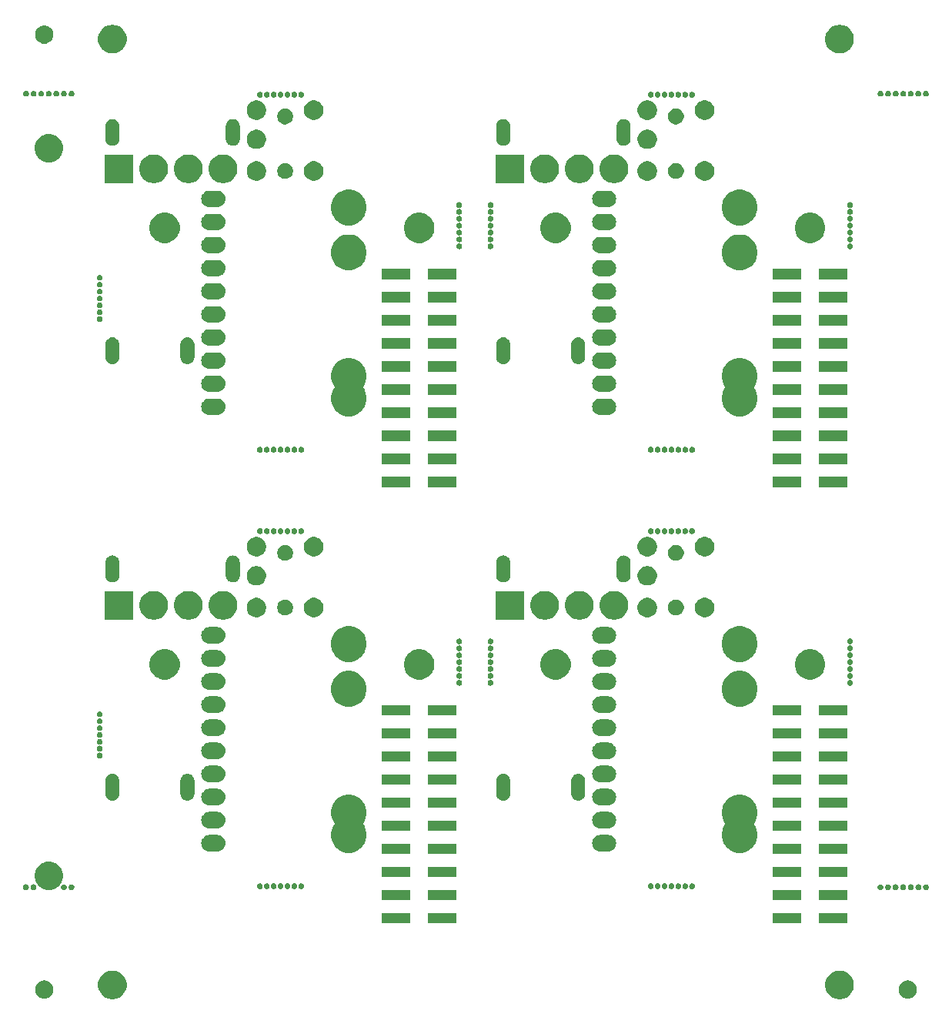
<source format=gts>
G04 #@! TF.GenerationSoftware,KiCad,Pcbnew,5.1.0*
G04 #@! TF.CreationDate,2019-04-12T15:20:19+02:00*
G04 #@! TF.ProjectId,output.KXKM_audio_board_for_ESP32_PANEL,6f757470-7574-42e4-9b58-4b4d5f617564,1.0*
G04 #@! TF.SameCoordinates,PX5f5e100PY8f0d180*
G04 #@! TF.FileFunction,Soldermask,Top*
G04 #@! TF.FilePolarity,Negative*
%FSLAX46Y46*%
G04 Gerber Fmt 4.6, Leading zero omitted, Abs format (unit mm)*
G04 Created by KiCad (PCBNEW 5.1.0) date 2019-04-12 15:20:19*
%MOMM*%
%LPD*%
G04 APERTURE LIST*
%ADD10C,0.100000*%
G04 APERTURE END LIST*
D10*
G36*
X89755739Y4049889D02*
G01*
X89957952Y4009666D01*
X90243674Y3891316D01*
X90500817Y3719499D01*
X90719499Y3500817D01*
X90891316Y3243674D01*
X91009666Y2957952D01*
X91070000Y2654632D01*
X91070000Y2345368D01*
X91009666Y2042048D01*
X90891316Y1756326D01*
X90719499Y1499183D01*
X90500817Y1280501D01*
X90243674Y1108684D01*
X89957952Y990334D01*
X89755739Y950111D01*
X89654633Y930000D01*
X89345367Y930000D01*
X89244261Y950111D01*
X89042048Y990334D01*
X88756326Y1108684D01*
X88499183Y1280501D01*
X88280501Y1499183D01*
X88108684Y1756326D01*
X87990334Y2042048D01*
X87930000Y2345368D01*
X87930000Y2654632D01*
X87990334Y2957952D01*
X88108684Y3243674D01*
X88280501Y3500817D01*
X88499183Y3719499D01*
X88756326Y3891316D01*
X89042048Y4009666D01*
X89244261Y4049889D01*
X89345367Y4070000D01*
X89654633Y4070000D01*
X89755739Y4049889D01*
X89755739Y4049889D01*
G37*
G36*
X9755739Y4049889D02*
G01*
X9957952Y4009666D01*
X10243674Y3891316D01*
X10500817Y3719499D01*
X10719499Y3500817D01*
X10891316Y3243674D01*
X11009666Y2957952D01*
X11070000Y2654632D01*
X11070000Y2345368D01*
X11009666Y2042048D01*
X10891316Y1756326D01*
X10719499Y1499183D01*
X10500817Y1280501D01*
X10243674Y1108684D01*
X9957952Y990334D01*
X9755739Y950111D01*
X9654633Y930000D01*
X9345367Y930000D01*
X9244261Y950111D01*
X9042048Y990334D01*
X8756326Y1108684D01*
X8499183Y1280501D01*
X8280501Y1499183D01*
X8108684Y1756326D01*
X7990334Y2042048D01*
X7930000Y2345368D01*
X7930000Y2654632D01*
X7990334Y2957952D01*
X8108684Y3243674D01*
X8280501Y3500817D01*
X8499183Y3719499D01*
X8756326Y3891316D01*
X9042048Y4009666D01*
X9244261Y4049889D01*
X9345367Y4070000D01*
X9654633Y4070000D01*
X9755739Y4049889D01*
X9755739Y4049889D01*
G37*
G36*
X2195090Y2980786D02*
G01*
X2291689Y2961571D01*
X2473678Y2886189D01*
X2637463Y2776751D01*
X2776751Y2637463D01*
X2886189Y2473678D01*
X2961571Y2291689D01*
X3000000Y2098491D01*
X3000000Y1901509D01*
X2961571Y1708311D01*
X2886189Y1526322D01*
X2776751Y1362537D01*
X2637463Y1223249D01*
X2473678Y1113811D01*
X2291689Y1038429D01*
X2195090Y1019214D01*
X2098493Y1000000D01*
X1901507Y1000000D01*
X1804910Y1019214D01*
X1708311Y1038429D01*
X1526322Y1113811D01*
X1362537Y1223249D01*
X1223249Y1362537D01*
X1113811Y1526322D01*
X1038429Y1708311D01*
X1000000Y1901509D01*
X1000000Y2098491D01*
X1038429Y2291689D01*
X1113811Y2473678D01*
X1223249Y2637463D01*
X1362537Y2776751D01*
X1526322Y2886189D01*
X1708311Y2961571D01*
X1804910Y2980786D01*
X1901507Y3000000D01*
X2098493Y3000000D01*
X2195090Y2980786D01*
X2195090Y2980786D01*
G37*
G36*
X97195090Y2980786D02*
G01*
X97291689Y2961571D01*
X97473678Y2886189D01*
X97637463Y2776751D01*
X97776751Y2637463D01*
X97886189Y2473678D01*
X97961571Y2291689D01*
X98000000Y2098491D01*
X98000000Y1901509D01*
X97961571Y1708311D01*
X97886189Y1526322D01*
X97776751Y1362537D01*
X97637463Y1223249D01*
X97473678Y1113811D01*
X97291689Y1038429D01*
X97195090Y1019214D01*
X97098493Y1000000D01*
X96901507Y1000000D01*
X96804910Y1019214D01*
X96708311Y1038429D01*
X96526322Y1113811D01*
X96362537Y1223249D01*
X96223249Y1362537D01*
X96113811Y1526322D01*
X96038429Y1708311D01*
X96000000Y1901509D01*
X96000000Y2098491D01*
X96038429Y2291689D01*
X96113811Y2473678D01*
X96223249Y2637463D01*
X96362537Y2776751D01*
X96526322Y2886189D01*
X96708311Y2961571D01*
X96804910Y2980786D01*
X96901507Y3000000D01*
X97098493Y3000000D01*
X97195090Y2980786D01*
X97195090Y2980786D01*
G37*
G36*
X90340000Y9250000D02*
G01*
X87200000Y9250000D01*
X87200000Y10390000D01*
X90340000Y10390000D01*
X90340000Y9250000D01*
X90340000Y9250000D01*
G37*
G36*
X42300000Y9250000D02*
G01*
X39160000Y9250000D01*
X39160000Y10390000D01*
X42300000Y10390000D01*
X42300000Y9250000D01*
X42300000Y9250000D01*
G37*
G36*
X47340000Y9250000D02*
G01*
X44200000Y9250000D01*
X44200000Y10390000D01*
X47340000Y10390000D01*
X47340000Y9250000D01*
X47340000Y9250000D01*
G37*
G36*
X85300000Y9250000D02*
G01*
X82160000Y9250000D01*
X82160000Y10390000D01*
X85300000Y10390000D01*
X85300000Y9250000D01*
X85300000Y9250000D01*
G37*
G36*
X85300000Y11790000D02*
G01*
X82160000Y11790000D01*
X82160000Y12930000D01*
X85300000Y12930000D01*
X85300000Y11790000D01*
X85300000Y11790000D01*
G37*
G36*
X47340000Y11790000D02*
G01*
X44200000Y11790000D01*
X44200000Y12930000D01*
X47340000Y12930000D01*
X47340000Y11790000D01*
X47340000Y11790000D01*
G37*
G36*
X42300000Y11790000D02*
G01*
X39160000Y11790000D01*
X39160000Y12930000D01*
X42300000Y12930000D01*
X42300000Y11790000D01*
X42300000Y11790000D01*
G37*
G36*
X90340000Y11790000D02*
G01*
X87200000Y11790000D01*
X87200000Y12930000D01*
X90340000Y12930000D01*
X90340000Y11790000D01*
X90340000Y11790000D01*
G37*
G36*
X94926672Y13557703D02*
G01*
X94984908Y13533581D01*
X94984910Y13533580D01*
X95037321Y13498560D01*
X95081893Y13453988D01*
X95089008Y13443339D01*
X95116914Y13401575D01*
X95141036Y13343339D01*
X95153333Y13281519D01*
X95153333Y13218481D01*
X95141036Y13156661D01*
X95136625Y13146012D01*
X95116913Y13098423D01*
X95081893Y13046012D01*
X95037321Y13001440D01*
X94984910Y12966420D01*
X94984909Y12966419D01*
X94984908Y12966419D01*
X94926672Y12942297D01*
X94864852Y12930000D01*
X94801814Y12930000D01*
X94739994Y12942297D01*
X94681758Y12966419D01*
X94681757Y12966419D01*
X94681756Y12966420D01*
X94629345Y13001440D01*
X94584773Y13046012D01*
X94549753Y13098423D01*
X94530041Y13146012D01*
X94525630Y13156661D01*
X94513333Y13218481D01*
X94513333Y13281519D01*
X94525630Y13343339D01*
X94549752Y13401575D01*
X94577658Y13443339D01*
X94584773Y13453988D01*
X94629345Y13498560D01*
X94681756Y13533580D01*
X94681758Y13533581D01*
X94739994Y13557703D01*
X94801814Y13570000D01*
X94864852Y13570000D01*
X94926672Y13557703D01*
X94926672Y13557703D01*
G37*
G36*
X98260004Y13557703D02*
G01*
X98318240Y13533581D01*
X98318242Y13533580D01*
X98370653Y13498560D01*
X98415225Y13453988D01*
X98422340Y13443339D01*
X98450246Y13401575D01*
X98474368Y13343339D01*
X98486665Y13281519D01*
X98486665Y13218481D01*
X98474368Y13156661D01*
X98469957Y13146012D01*
X98450245Y13098423D01*
X98415225Y13046012D01*
X98370653Y13001440D01*
X98318242Y12966420D01*
X98318241Y12966419D01*
X98318240Y12966419D01*
X98260004Y12942297D01*
X98198184Y12930000D01*
X98135146Y12930000D01*
X98073326Y12942297D01*
X98015090Y12966419D01*
X98015089Y12966419D01*
X98015088Y12966420D01*
X97962677Y13001440D01*
X97918105Y13046012D01*
X97883085Y13098423D01*
X97863373Y13146012D01*
X97858962Y13156661D01*
X97846665Y13218481D01*
X97846665Y13281519D01*
X97858962Y13343339D01*
X97883084Y13401575D01*
X97910990Y13443339D01*
X97918105Y13453988D01*
X97962677Y13498560D01*
X98015088Y13533580D01*
X98015090Y13533581D01*
X98073326Y13557703D01*
X98135146Y13570000D01*
X98198184Y13570000D01*
X98260004Y13557703D01*
X98260004Y13557703D01*
G37*
G36*
X97426671Y13557703D02*
G01*
X97484907Y13533581D01*
X97484909Y13533580D01*
X97537320Y13498560D01*
X97581892Y13453988D01*
X97589007Y13443339D01*
X97616913Y13401575D01*
X97641035Y13343339D01*
X97653332Y13281519D01*
X97653332Y13218481D01*
X97641035Y13156661D01*
X97636624Y13146012D01*
X97616912Y13098423D01*
X97581892Y13046012D01*
X97537320Y13001440D01*
X97484909Y12966420D01*
X97484908Y12966419D01*
X97484907Y12966419D01*
X97426671Y12942297D01*
X97364851Y12930000D01*
X97301813Y12930000D01*
X97239993Y12942297D01*
X97181757Y12966419D01*
X97181756Y12966419D01*
X97181755Y12966420D01*
X97129344Y13001440D01*
X97084772Y13046012D01*
X97049752Y13098423D01*
X97030040Y13146012D01*
X97025629Y13156661D01*
X97013332Y13218481D01*
X97013332Y13281519D01*
X97025629Y13343339D01*
X97049751Y13401575D01*
X97077657Y13443339D01*
X97084772Y13453988D01*
X97129344Y13498560D01*
X97181755Y13533580D01*
X97181757Y13533581D01*
X97239993Y13557703D01*
X97301813Y13570000D01*
X97364851Y13570000D01*
X97426671Y13557703D01*
X97426671Y13557703D01*
G37*
G36*
X96593338Y13557703D02*
G01*
X96651574Y13533581D01*
X96651576Y13533580D01*
X96703987Y13498560D01*
X96748559Y13453988D01*
X96755674Y13443339D01*
X96783580Y13401575D01*
X96807702Y13343339D01*
X96819999Y13281519D01*
X96819999Y13218481D01*
X96807702Y13156661D01*
X96803291Y13146012D01*
X96783579Y13098423D01*
X96748559Y13046012D01*
X96703987Y13001440D01*
X96651576Y12966420D01*
X96651575Y12966419D01*
X96651574Y12966419D01*
X96593338Y12942297D01*
X96531518Y12930000D01*
X96468480Y12930000D01*
X96406660Y12942297D01*
X96348424Y12966419D01*
X96348423Y12966419D01*
X96348422Y12966420D01*
X96296011Y13001440D01*
X96251439Y13046012D01*
X96216419Y13098423D01*
X96196707Y13146012D01*
X96192296Y13156661D01*
X96179999Y13218481D01*
X96179999Y13281519D01*
X96192296Y13343339D01*
X96216418Y13401575D01*
X96244324Y13443339D01*
X96251439Y13453988D01*
X96296011Y13498560D01*
X96348422Y13533580D01*
X96348424Y13533581D01*
X96406660Y13557703D01*
X96468480Y13570000D01*
X96531518Y13570000D01*
X96593338Y13557703D01*
X96593338Y13557703D01*
G37*
G36*
X95760005Y13557703D02*
G01*
X95818241Y13533581D01*
X95818243Y13533580D01*
X95870654Y13498560D01*
X95915226Y13453988D01*
X95922341Y13443339D01*
X95950247Y13401575D01*
X95974369Y13343339D01*
X95986666Y13281519D01*
X95986666Y13218481D01*
X95974369Y13156661D01*
X95969958Y13146012D01*
X95950246Y13098423D01*
X95915226Y13046012D01*
X95870654Y13001440D01*
X95818243Y12966420D01*
X95818242Y12966419D01*
X95818241Y12966419D01*
X95760005Y12942297D01*
X95698185Y12930000D01*
X95635147Y12930000D01*
X95573327Y12942297D01*
X95515091Y12966419D01*
X95515090Y12966419D01*
X95515089Y12966420D01*
X95462678Y13001440D01*
X95418106Y13046012D01*
X95383086Y13098423D01*
X95363374Y13146012D01*
X95358963Y13156661D01*
X95346666Y13218481D01*
X95346666Y13281519D01*
X95358963Y13343339D01*
X95383085Y13401575D01*
X95410991Y13443339D01*
X95418106Y13453988D01*
X95462678Y13498560D01*
X95515089Y13533580D01*
X95515091Y13533581D01*
X95573327Y13557703D01*
X95635147Y13570000D01*
X95698185Y13570000D01*
X95760005Y13557703D01*
X95760005Y13557703D01*
G37*
G36*
X94093339Y13557703D02*
G01*
X94151575Y13533581D01*
X94151577Y13533580D01*
X94203988Y13498560D01*
X94248560Y13453988D01*
X94255675Y13443339D01*
X94283581Y13401575D01*
X94307703Y13343339D01*
X94320000Y13281519D01*
X94320000Y13218481D01*
X94307703Y13156661D01*
X94303292Y13146012D01*
X94283580Y13098423D01*
X94248560Y13046012D01*
X94203988Y13001440D01*
X94151577Y12966420D01*
X94151576Y12966419D01*
X94151575Y12966419D01*
X94093339Y12942297D01*
X94031519Y12930000D01*
X93968481Y12930000D01*
X93906661Y12942297D01*
X93848425Y12966419D01*
X93848424Y12966419D01*
X93848423Y12966420D01*
X93796012Y13001440D01*
X93751440Y13046012D01*
X93716420Y13098423D01*
X93696708Y13146012D01*
X93692297Y13156661D01*
X93680000Y13218481D01*
X93680000Y13281519D01*
X93692297Y13343339D01*
X93716419Y13401575D01*
X93744325Y13443339D01*
X93751440Y13453988D01*
X93796012Y13498560D01*
X93848423Y13533580D01*
X93848425Y13533581D01*
X93906661Y13557703D01*
X93968481Y13570000D01*
X94031519Y13570000D01*
X94093339Y13557703D01*
X94093339Y13557703D01*
G37*
G36*
X2755739Y16049889D02*
G01*
X2957952Y16009666D01*
X3243674Y15891316D01*
X3500817Y15719499D01*
X3719499Y15500817D01*
X3891316Y15243674D01*
X4009666Y14957952D01*
X4070000Y14654632D01*
X4070000Y14345368D01*
X4009666Y14042048D01*
X3891316Y13756326D01*
X3719499Y13499183D01*
X3500817Y13280501D01*
X3243674Y13108684D01*
X2957952Y12990334D01*
X2755739Y12950111D01*
X2654633Y12930000D01*
X2345367Y12930000D01*
X2244261Y12950111D01*
X2042048Y12990334D01*
X1756326Y13108684D01*
X1499183Y13280501D01*
X1280501Y13499183D01*
X1108684Y13756326D01*
X990334Y14042048D01*
X930000Y14345368D01*
X930000Y14654632D01*
X990334Y14957952D01*
X1108684Y15243674D01*
X1280501Y15500817D01*
X1499183Y15719499D01*
X1756326Y15891316D01*
X2042048Y16009666D01*
X2244261Y16049889D01*
X2345367Y16070000D01*
X2654633Y16070000D01*
X2755739Y16049889D01*
X2755739Y16049889D01*
G37*
G36*
X5093339Y13557703D02*
G01*
X5151575Y13533581D01*
X5151577Y13533580D01*
X5203988Y13498560D01*
X5248560Y13453988D01*
X5255675Y13443339D01*
X5283581Y13401575D01*
X5307703Y13343339D01*
X5320000Y13281519D01*
X5320000Y13218481D01*
X5307703Y13156661D01*
X5303292Y13146012D01*
X5283580Y13098423D01*
X5248560Y13046012D01*
X5203988Y13001440D01*
X5151577Y12966420D01*
X5151576Y12966419D01*
X5151575Y12966419D01*
X5093339Y12942297D01*
X5031519Y12930000D01*
X4968481Y12930000D01*
X4906661Y12942297D01*
X4848425Y12966419D01*
X4848424Y12966419D01*
X4848423Y12966420D01*
X4796012Y13001440D01*
X4751440Y13046012D01*
X4716420Y13098423D01*
X4696708Y13146012D01*
X4692297Y13156661D01*
X4680000Y13218481D01*
X4680000Y13281519D01*
X4692297Y13343339D01*
X4716419Y13401575D01*
X4744325Y13443339D01*
X4751440Y13453988D01*
X4796012Y13498560D01*
X4848423Y13533580D01*
X4848425Y13533581D01*
X4906661Y13557703D01*
X4968481Y13570000D01*
X5031519Y13570000D01*
X5093339Y13557703D01*
X5093339Y13557703D01*
G37*
G36*
X99093337Y13557703D02*
G01*
X99151573Y13533581D01*
X99151575Y13533580D01*
X99203986Y13498560D01*
X99248558Y13453988D01*
X99255673Y13443339D01*
X99283579Y13401575D01*
X99307701Y13343339D01*
X99319998Y13281519D01*
X99319998Y13218481D01*
X99307701Y13156661D01*
X99303290Y13146012D01*
X99283578Y13098423D01*
X99248558Y13046012D01*
X99203986Y13001440D01*
X99151575Y12966420D01*
X99151574Y12966419D01*
X99151573Y12966419D01*
X99093337Y12942297D01*
X99031517Y12930000D01*
X98968479Y12930000D01*
X98906659Y12942297D01*
X98848423Y12966419D01*
X98848422Y12966419D01*
X98848421Y12966420D01*
X98796010Y13001440D01*
X98751438Y13046012D01*
X98716418Y13098423D01*
X98696706Y13146012D01*
X98692295Y13156661D01*
X98679998Y13218481D01*
X98679998Y13281519D01*
X98692295Y13343339D01*
X98716417Y13401575D01*
X98744323Y13443339D01*
X98751438Y13453988D01*
X98796010Y13498560D01*
X98848421Y13533580D01*
X98848423Y13533581D01*
X98906659Y13557703D01*
X98968479Y13570000D01*
X99031517Y13570000D01*
X99093337Y13557703D01*
X99093337Y13557703D01*
G37*
G36*
X4260006Y13557703D02*
G01*
X4318242Y13533581D01*
X4318244Y13533580D01*
X4370655Y13498560D01*
X4415227Y13453988D01*
X4422342Y13443339D01*
X4450248Y13401575D01*
X4474370Y13343339D01*
X4486667Y13281519D01*
X4486667Y13218481D01*
X4474370Y13156661D01*
X4469959Y13146012D01*
X4450247Y13098423D01*
X4415227Y13046012D01*
X4370655Y13001440D01*
X4318244Y12966420D01*
X4318243Y12966419D01*
X4318242Y12966419D01*
X4260006Y12942297D01*
X4198186Y12930000D01*
X4135148Y12930000D01*
X4073328Y12942297D01*
X4015092Y12966419D01*
X4015091Y12966419D01*
X4015090Y12966420D01*
X3962679Y13001440D01*
X3918107Y13046012D01*
X3883087Y13098423D01*
X3863375Y13146012D01*
X3858964Y13156661D01*
X3846667Y13218481D01*
X3846667Y13281519D01*
X3858964Y13343339D01*
X3883086Y13401575D01*
X3910992Y13443339D01*
X3918107Y13453988D01*
X3962679Y13498560D01*
X4015090Y13533580D01*
X4015092Y13533581D01*
X4073328Y13557703D01*
X4135148Y13570000D01*
X4198186Y13570000D01*
X4260006Y13557703D01*
X4260006Y13557703D01*
G37*
G36*
X926674Y13557703D02*
G01*
X984910Y13533581D01*
X984912Y13533580D01*
X1037323Y13498560D01*
X1081895Y13453988D01*
X1089010Y13443339D01*
X1116916Y13401575D01*
X1141038Y13343339D01*
X1153335Y13281519D01*
X1153335Y13218481D01*
X1141038Y13156661D01*
X1136627Y13146012D01*
X1116915Y13098423D01*
X1081895Y13046012D01*
X1037323Y13001440D01*
X984912Y12966420D01*
X984911Y12966419D01*
X984910Y12966419D01*
X926674Y12942297D01*
X864854Y12930000D01*
X801816Y12930000D01*
X739996Y12942297D01*
X681760Y12966419D01*
X681759Y12966419D01*
X681758Y12966420D01*
X629347Y13001440D01*
X584775Y13046012D01*
X549755Y13098423D01*
X530043Y13146012D01*
X525632Y13156661D01*
X513335Y13218481D01*
X513335Y13281519D01*
X525632Y13343339D01*
X549754Y13401575D01*
X577660Y13443339D01*
X584775Y13453988D01*
X629347Y13498560D01*
X681758Y13533580D01*
X681760Y13533581D01*
X739996Y13557703D01*
X801816Y13570000D01*
X864854Y13570000D01*
X926674Y13557703D01*
X926674Y13557703D01*
G37*
G36*
X93341Y13557703D02*
G01*
X151577Y13533581D01*
X151579Y13533580D01*
X203990Y13498560D01*
X248562Y13453988D01*
X255677Y13443339D01*
X283583Y13401575D01*
X307705Y13343339D01*
X320002Y13281519D01*
X320002Y13218481D01*
X307705Y13156661D01*
X303294Y13146012D01*
X283582Y13098423D01*
X248562Y13046012D01*
X203990Y13001440D01*
X151579Y12966420D01*
X151578Y12966419D01*
X151577Y12966419D01*
X93341Y12942297D01*
X31521Y12930000D01*
X-31517Y12930000D01*
X-93337Y12942297D01*
X-151573Y12966419D01*
X-151574Y12966419D01*
X-151575Y12966420D01*
X-203986Y13001440D01*
X-248558Y13046012D01*
X-283578Y13098423D01*
X-303290Y13146012D01*
X-307701Y13156661D01*
X-319998Y13218481D01*
X-319998Y13281519D01*
X-307701Y13343339D01*
X-283579Y13401575D01*
X-255673Y13443339D01*
X-248558Y13453988D01*
X-203986Y13498560D01*
X-151575Y13533580D01*
X-151573Y13533581D01*
X-93337Y13557703D01*
X-31517Y13570000D01*
X31521Y13570000D01*
X93341Y13557703D01*
X93341Y13557703D01*
G37*
G36*
X72607248Y13657703D02*
G01*
X72665484Y13633581D01*
X72665486Y13633580D01*
X72717897Y13598560D01*
X72762469Y13553988D01*
X72776105Y13533580D01*
X72797490Y13501575D01*
X72821612Y13443339D01*
X72833909Y13381519D01*
X72833909Y13318481D01*
X72821612Y13256661D01*
X72805798Y13218483D01*
X72797489Y13198423D01*
X72762469Y13146012D01*
X72717897Y13101440D01*
X72665486Y13066420D01*
X72665485Y13066419D01*
X72665484Y13066419D01*
X72607248Y13042297D01*
X72545428Y13030000D01*
X72482390Y13030000D01*
X72420570Y13042297D01*
X72362334Y13066419D01*
X72362333Y13066419D01*
X72362332Y13066420D01*
X72309921Y13101440D01*
X72265349Y13146012D01*
X72230329Y13198423D01*
X72222020Y13218483D01*
X72206206Y13256661D01*
X72193909Y13318481D01*
X72193909Y13381519D01*
X72206206Y13443339D01*
X72230328Y13501575D01*
X72251713Y13533580D01*
X72265349Y13553988D01*
X72309921Y13598560D01*
X72362332Y13633580D01*
X72362334Y13633581D01*
X72420570Y13657703D01*
X72482390Y13670000D01*
X72545428Y13670000D01*
X72607248Y13657703D01*
X72607248Y13657703D01*
G37*
G36*
X26579408Y13657703D02*
G01*
X26637644Y13633581D01*
X26637646Y13633580D01*
X26690057Y13598560D01*
X26734629Y13553988D01*
X26748265Y13533580D01*
X26769650Y13501575D01*
X26793772Y13443339D01*
X26806069Y13381519D01*
X26806069Y13318481D01*
X26793772Y13256661D01*
X26777958Y13218483D01*
X26769649Y13198423D01*
X26734629Y13146012D01*
X26690057Y13101440D01*
X26637646Y13066420D01*
X26637645Y13066419D01*
X26637644Y13066419D01*
X26579408Y13042297D01*
X26517588Y13030000D01*
X26454550Y13030000D01*
X26392730Y13042297D01*
X26334494Y13066419D01*
X26334493Y13066419D01*
X26334492Y13066420D01*
X26282081Y13101440D01*
X26237509Y13146012D01*
X26202489Y13198423D01*
X26194180Y13218483D01*
X26178366Y13256661D01*
X26166069Y13318481D01*
X26166069Y13381519D01*
X26178366Y13443339D01*
X26202488Y13501575D01*
X26223873Y13533580D01*
X26237509Y13553988D01*
X26282081Y13598560D01*
X26334492Y13633580D01*
X26334494Y13633581D01*
X26392730Y13657703D01*
X26454550Y13670000D01*
X26517588Y13670000D01*
X26579408Y13657703D01*
X26579408Y13657703D01*
G37*
G36*
X25822448Y13657703D02*
G01*
X25880684Y13633581D01*
X25880686Y13633580D01*
X25933097Y13598560D01*
X25977669Y13553988D01*
X25991305Y13533580D01*
X26012690Y13501575D01*
X26036812Y13443339D01*
X26049109Y13381519D01*
X26049109Y13318481D01*
X26036812Y13256661D01*
X26020998Y13218483D01*
X26012689Y13198423D01*
X25977669Y13146012D01*
X25933097Y13101440D01*
X25880686Y13066420D01*
X25880685Y13066419D01*
X25880684Y13066419D01*
X25822448Y13042297D01*
X25760628Y13030000D01*
X25697590Y13030000D01*
X25635770Y13042297D01*
X25577534Y13066419D01*
X25577533Y13066419D01*
X25577532Y13066420D01*
X25525121Y13101440D01*
X25480549Y13146012D01*
X25445529Y13198423D01*
X25437220Y13218483D01*
X25421406Y13256661D01*
X25409109Y13318481D01*
X25409109Y13381519D01*
X25421406Y13443339D01*
X25445528Y13501575D01*
X25466913Y13533580D01*
X25480549Y13553988D01*
X25525121Y13598560D01*
X25577532Y13633580D01*
X25577534Y13633581D01*
X25635770Y13657703D01*
X25697590Y13670000D01*
X25760628Y13670000D01*
X25822448Y13657703D01*
X25822448Y13657703D01*
G37*
G36*
X28093328Y13657703D02*
G01*
X28151564Y13633581D01*
X28151566Y13633580D01*
X28203977Y13598560D01*
X28248549Y13553988D01*
X28262185Y13533580D01*
X28283570Y13501575D01*
X28307692Y13443339D01*
X28319989Y13381519D01*
X28319989Y13318481D01*
X28307692Y13256661D01*
X28291878Y13218483D01*
X28283569Y13198423D01*
X28248549Y13146012D01*
X28203977Y13101440D01*
X28151566Y13066420D01*
X28151565Y13066419D01*
X28151564Y13066419D01*
X28093328Y13042297D01*
X28031508Y13030000D01*
X27968470Y13030000D01*
X27906650Y13042297D01*
X27848414Y13066419D01*
X27848413Y13066419D01*
X27848412Y13066420D01*
X27796001Y13101440D01*
X27751429Y13146012D01*
X27716409Y13198423D01*
X27708100Y13218483D01*
X27692286Y13256661D01*
X27679989Y13318481D01*
X27679989Y13381519D01*
X27692286Y13443339D01*
X27716408Y13501575D01*
X27737793Y13533580D01*
X27751429Y13553988D01*
X27796001Y13598560D01*
X27848412Y13633580D01*
X27848414Y13633581D01*
X27906650Y13657703D01*
X27968470Y13670000D01*
X28031508Y13670000D01*
X28093328Y13657703D01*
X28093328Y13657703D01*
G37*
G36*
X28850288Y13657703D02*
G01*
X28908524Y13633581D01*
X28908526Y13633580D01*
X28960937Y13598560D01*
X29005509Y13553988D01*
X29019145Y13533580D01*
X29040530Y13501575D01*
X29064652Y13443339D01*
X29076949Y13381519D01*
X29076949Y13318481D01*
X29064652Y13256661D01*
X29048838Y13218483D01*
X29040529Y13198423D01*
X29005509Y13146012D01*
X28960937Y13101440D01*
X28908526Y13066420D01*
X28908525Y13066419D01*
X28908524Y13066419D01*
X28850288Y13042297D01*
X28788468Y13030000D01*
X28725430Y13030000D01*
X28663610Y13042297D01*
X28605374Y13066419D01*
X28605373Y13066419D01*
X28605372Y13066420D01*
X28552961Y13101440D01*
X28508389Y13146012D01*
X28473369Y13198423D01*
X28465060Y13218483D01*
X28449246Y13256661D01*
X28436949Y13318481D01*
X28436949Y13381519D01*
X28449246Y13443339D01*
X28473368Y13501575D01*
X28494753Y13533580D01*
X28508389Y13553988D01*
X28552961Y13598560D01*
X28605372Y13633580D01*
X28605374Y13633581D01*
X28663610Y13657703D01*
X28725430Y13670000D01*
X28788468Y13670000D01*
X28850288Y13657703D01*
X28850288Y13657703D01*
G37*
G36*
X29607248Y13657703D02*
G01*
X29665484Y13633581D01*
X29665486Y13633580D01*
X29717897Y13598560D01*
X29762469Y13553988D01*
X29776105Y13533580D01*
X29797490Y13501575D01*
X29821612Y13443339D01*
X29833909Y13381519D01*
X29833909Y13318481D01*
X29821612Y13256661D01*
X29805798Y13218483D01*
X29797489Y13198423D01*
X29762469Y13146012D01*
X29717897Y13101440D01*
X29665486Y13066420D01*
X29665485Y13066419D01*
X29665484Y13066419D01*
X29607248Y13042297D01*
X29545428Y13030000D01*
X29482390Y13030000D01*
X29420570Y13042297D01*
X29362334Y13066419D01*
X29362333Y13066419D01*
X29362332Y13066420D01*
X29309921Y13101440D01*
X29265349Y13146012D01*
X29230329Y13198423D01*
X29222020Y13218483D01*
X29206206Y13256661D01*
X29193909Y13318481D01*
X29193909Y13381519D01*
X29206206Y13443339D01*
X29230328Y13501575D01*
X29251713Y13533580D01*
X29265349Y13553988D01*
X29309921Y13598560D01*
X29362332Y13633580D01*
X29362334Y13633581D01*
X29420570Y13657703D01*
X29482390Y13670000D01*
X29545428Y13670000D01*
X29607248Y13657703D01*
X29607248Y13657703D01*
G37*
G36*
X30364208Y13657703D02*
G01*
X30422444Y13633581D01*
X30422446Y13633580D01*
X30474857Y13598560D01*
X30519429Y13553988D01*
X30533065Y13533580D01*
X30554450Y13501575D01*
X30578572Y13443339D01*
X30590869Y13381519D01*
X30590869Y13318481D01*
X30578572Y13256661D01*
X30562758Y13218483D01*
X30554449Y13198423D01*
X30519429Y13146012D01*
X30474857Y13101440D01*
X30422446Y13066420D01*
X30422445Y13066419D01*
X30422444Y13066419D01*
X30364208Y13042297D01*
X30302388Y13030000D01*
X30239350Y13030000D01*
X30177530Y13042297D01*
X30119294Y13066419D01*
X30119293Y13066419D01*
X30119292Y13066420D01*
X30066881Y13101440D01*
X30022309Y13146012D01*
X29987289Y13198423D01*
X29978980Y13218483D01*
X29963166Y13256661D01*
X29950869Y13318481D01*
X29950869Y13381519D01*
X29963166Y13443339D01*
X29987288Y13501575D01*
X30008673Y13533580D01*
X30022309Y13553988D01*
X30066881Y13598560D01*
X30119292Y13633580D01*
X30119294Y13633581D01*
X30177530Y13657703D01*
X30239350Y13670000D01*
X30302388Y13670000D01*
X30364208Y13657703D01*
X30364208Y13657703D01*
G37*
G36*
X68822448Y13657703D02*
G01*
X68880684Y13633581D01*
X68880686Y13633580D01*
X68933097Y13598560D01*
X68977669Y13553988D01*
X68991305Y13533580D01*
X69012690Y13501575D01*
X69036812Y13443339D01*
X69049109Y13381519D01*
X69049109Y13318481D01*
X69036812Y13256661D01*
X69020998Y13218483D01*
X69012689Y13198423D01*
X68977669Y13146012D01*
X68933097Y13101440D01*
X68880686Y13066420D01*
X68880685Y13066419D01*
X68880684Y13066419D01*
X68822448Y13042297D01*
X68760628Y13030000D01*
X68697590Y13030000D01*
X68635770Y13042297D01*
X68577534Y13066419D01*
X68577533Y13066419D01*
X68577532Y13066420D01*
X68525121Y13101440D01*
X68480549Y13146012D01*
X68445529Y13198423D01*
X68437220Y13218483D01*
X68421406Y13256661D01*
X68409109Y13318481D01*
X68409109Y13381519D01*
X68421406Y13443339D01*
X68445528Y13501575D01*
X68466913Y13533580D01*
X68480549Y13553988D01*
X68525121Y13598560D01*
X68577532Y13633580D01*
X68577534Y13633581D01*
X68635770Y13657703D01*
X68697590Y13670000D01*
X68760628Y13670000D01*
X68822448Y13657703D01*
X68822448Y13657703D01*
G37*
G36*
X69579408Y13657703D02*
G01*
X69637644Y13633581D01*
X69637646Y13633580D01*
X69690057Y13598560D01*
X69734629Y13553988D01*
X69748265Y13533580D01*
X69769650Y13501575D01*
X69793772Y13443339D01*
X69806069Y13381519D01*
X69806069Y13318481D01*
X69793772Y13256661D01*
X69777958Y13218483D01*
X69769649Y13198423D01*
X69734629Y13146012D01*
X69690057Y13101440D01*
X69637646Y13066420D01*
X69637645Y13066419D01*
X69637644Y13066419D01*
X69579408Y13042297D01*
X69517588Y13030000D01*
X69454550Y13030000D01*
X69392730Y13042297D01*
X69334494Y13066419D01*
X69334493Y13066419D01*
X69334492Y13066420D01*
X69282081Y13101440D01*
X69237509Y13146012D01*
X69202489Y13198423D01*
X69194180Y13218483D01*
X69178366Y13256661D01*
X69166069Y13318481D01*
X69166069Y13381519D01*
X69178366Y13443339D01*
X69202488Y13501575D01*
X69223873Y13533580D01*
X69237509Y13553988D01*
X69282081Y13598560D01*
X69334492Y13633580D01*
X69334494Y13633581D01*
X69392730Y13657703D01*
X69454550Y13670000D01*
X69517588Y13670000D01*
X69579408Y13657703D01*
X69579408Y13657703D01*
G37*
G36*
X70336368Y13657703D02*
G01*
X70394604Y13633581D01*
X70394606Y13633580D01*
X70447017Y13598560D01*
X70491589Y13553988D01*
X70505225Y13533580D01*
X70526610Y13501575D01*
X70550732Y13443339D01*
X70563029Y13381519D01*
X70563029Y13318481D01*
X70550732Y13256661D01*
X70534918Y13218483D01*
X70526609Y13198423D01*
X70491589Y13146012D01*
X70447017Y13101440D01*
X70394606Y13066420D01*
X70394605Y13066419D01*
X70394604Y13066419D01*
X70336368Y13042297D01*
X70274548Y13030000D01*
X70211510Y13030000D01*
X70149690Y13042297D01*
X70091454Y13066419D01*
X70091453Y13066419D01*
X70091452Y13066420D01*
X70039041Y13101440D01*
X69994469Y13146012D01*
X69959449Y13198423D01*
X69951140Y13218483D01*
X69935326Y13256661D01*
X69923029Y13318481D01*
X69923029Y13381519D01*
X69935326Y13443339D01*
X69959448Y13501575D01*
X69980833Y13533580D01*
X69994469Y13553988D01*
X70039041Y13598560D01*
X70091452Y13633580D01*
X70091454Y13633581D01*
X70149690Y13657703D01*
X70211510Y13670000D01*
X70274548Y13670000D01*
X70336368Y13657703D01*
X70336368Y13657703D01*
G37*
G36*
X71850288Y13657703D02*
G01*
X71908524Y13633581D01*
X71908526Y13633580D01*
X71960937Y13598560D01*
X72005509Y13553988D01*
X72019145Y13533580D01*
X72040530Y13501575D01*
X72064652Y13443339D01*
X72076949Y13381519D01*
X72076949Y13318481D01*
X72064652Y13256661D01*
X72048838Y13218483D01*
X72040529Y13198423D01*
X72005509Y13146012D01*
X71960937Y13101440D01*
X71908526Y13066420D01*
X71908525Y13066419D01*
X71908524Y13066419D01*
X71850288Y13042297D01*
X71788468Y13030000D01*
X71725430Y13030000D01*
X71663610Y13042297D01*
X71605374Y13066419D01*
X71605373Y13066419D01*
X71605372Y13066420D01*
X71552961Y13101440D01*
X71508389Y13146012D01*
X71473369Y13198423D01*
X71465060Y13218483D01*
X71449246Y13256661D01*
X71436949Y13318481D01*
X71436949Y13381519D01*
X71449246Y13443339D01*
X71473368Y13501575D01*
X71494753Y13533580D01*
X71508389Y13553988D01*
X71552961Y13598560D01*
X71605372Y13633580D01*
X71605374Y13633581D01*
X71663610Y13657703D01*
X71725430Y13670000D01*
X71788468Y13670000D01*
X71850288Y13657703D01*
X71850288Y13657703D01*
G37*
G36*
X73364208Y13657703D02*
G01*
X73422444Y13633581D01*
X73422446Y13633580D01*
X73474857Y13598560D01*
X73519429Y13553988D01*
X73533065Y13533580D01*
X73554450Y13501575D01*
X73578572Y13443339D01*
X73590869Y13381519D01*
X73590869Y13318481D01*
X73578572Y13256661D01*
X73562758Y13218483D01*
X73554449Y13198423D01*
X73519429Y13146012D01*
X73474857Y13101440D01*
X73422446Y13066420D01*
X73422445Y13066419D01*
X73422444Y13066419D01*
X73364208Y13042297D01*
X73302388Y13030000D01*
X73239350Y13030000D01*
X73177530Y13042297D01*
X73119294Y13066419D01*
X73119293Y13066419D01*
X73119292Y13066420D01*
X73066881Y13101440D01*
X73022309Y13146012D01*
X72987289Y13198423D01*
X72978980Y13218483D01*
X72963166Y13256661D01*
X72950869Y13318481D01*
X72950869Y13381519D01*
X72963166Y13443339D01*
X72987288Y13501575D01*
X73008673Y13533580D01*
X73022309Y13553988D01*
X73066881Y13598560D01*
X73119292Y13633580D01*
X73119294Y13633581D01*
X73177530Y13657703D01*
X73239350Y13670000D01*
X73302388Y13670000D01*
X73364208Y13657703D01*
X73364208Y13657703D01*
G37*
G36*
X27336368Y13657703D02*
G01*
X27394604Y13633581D01*
X27394606Y13633580D01*
X27447017Y13598560D01*
X27491589Y13553988D01*
X27505225Y13533580D01*
X27526610Y13501575D01*
X27550732Y13443339D01*
X27563029Y13381519D01*
X27563029Y13318481D01*
X27550732Y13256661D01*
X27534918Y13218483D01*
X27526609Y13198423D01*
X27491589Y13146012D01*
X27447017Y13101440D01*
X27394606Y13066420D01*
X27394605Y13066419D01*
X27394604Y13066419D01*
X27336368Y13042297D01*
X27274548Y13030000D01*
X27211510Y13030000D01*
X27149690Y13042297D01*
X27091454Y13066419D01*
X27091453Y13066419D01*
X27091452Y13066420D01*
X27039041Y13101440D01*
X26994469Y13146012D01*
X26959449Y13198423D01*
X26951140Y13218483D01*
X26935326Y13256661D01*
X26923029Y13318481D01*
X26923029Y13381519D01*
X26935326Y13443339D01*
X26959448Y13501575D01*
X26980833Y13533580D01*
X26994469Y13553988D01*
X27039041Y13598560D01*
X27091452Y13633580D01*
X27091454Y13633581D01*
X27149690Y13657703D01*
X27211510Y13670000D01*
X27274548Y13670000D01*
X27336368Y13657703D01*
X27336368Y13657703D01*
G37*
G36*
X71093328Y13657703D02*
G01*
X71151564Y13633581D01*
X71151566Y13633580D01*
X71203977Y13598560D01*
X71248549Y13553988D01*
X71262185Y13533580D01*
X71283570Y13501575D01*
X71307692Y13443339D01*
X71319989Y13381519D01*
X71319989Y13318481D01*
X71307692Y13256661D01*
X71291878Y13218483D01*
X71283569Y13198423D01*
X71248549Y13146012D01*
X71203977Y13101440D01*
X71151566Y13066420D01*
X71151565Y13066419D01*
X71151564Y13066419D01*
X71093328Y13042297D01*
X71031508Y13030000D01*
X70968470Y13030000D01*
X70906650Y13042297D01*
X70848414Y13066419D01*
X70848413Y13066419D01*
X70848412Y13066420D01*
X70796001Y13101440D01*
X70751429Y13146012D01*
X70716409Y13198423D01*
X70708100Y13218483D01*
X70692286Y13256661D01*
X70679989Y13318481D01*
X70679989Y13381519D01*
X70692286Y13443339D01*
X70716408Y13501575D01*
X70737793Y13533580D01*
X70751429Y13553988D01*
X70796001Y13598560D01*
X70848412Y13633580D01*
X70848414Y13633581D01*
X70906650Y13657703D01*
X70968470Y13670000D01*
X71031508Y13670000D01*
X71093328Y13657703D01*
X71093328Y13657703D01*
G37*
G36*
X90340000Y14330000D02*
G01*
X87200000Y14330000D01*
X87200000Y15470000D01*
X90340000Y15470000D01*
X90340000Y14330000D01*
X90340000Y14330000D01*
G37*
G36*
X47340000Y14330000D02*
G01*
X44200000Y14330000D01*
X44200000Y15470000D01*
X47340000Y15470000D01*
X47340000Y14330000D01*
X47340000Y14330000D01*
G37*
G36*
X42300000Y14330000D02*
G01*
X39160000Y14330000D01*
X39160000Y15470000D01*
X42300000Y15470000D01*
X42300000Y14330000D01*
X42300000Y14330000D01*
G37*
G36*
X85300000Y14330000D02*
G01*
X82160000Y14330000D01*
X82160000Y15470000D01*
X85300000Y15470000D01*
X85300000Y14330000D01*
X85300000Y14330000D01*
G37*
G36*
X90340000Y16870000D02*
G01*
X87200000Y16870000D01*
X87200000Y18010000D01*
X90340000Y18010000D01*
X90340000Y16870000D01*
X90340000Y16870000D01*
G37*
G36*
X47340000Y16870000D02*
G01*
X44200000Y16870000D01*
X44200000Y18010000D01*
X47340000Y18010000D01*
X47340000Y16870000D01*
X47340000Y16870000D01*
G37*
G36*
X42300000Y16870000D02*
G01*
X39160000Y16870000D01*
X39160000Y18010000D01*
X42300000Y18010000D01*
X42300000Y16870000D01*
X42300000Y16870000D01*
G37*
G36*
X85300000Y16870000D02*
G01*
X82160000Y16870000D01*
X82160000Y18010000D01*
X85300000Y18010000D01*
X85300000Y16870000D01*
X85300000Y16870000D01*
G37*
G36*
X79074626Y23344295D02*
G01*
X79292839Y23253908D01*
X79433145Y23195791D01*
X79755802Y22980199D01*
X80030199Y22705802D01*
X80170173Y22496315D01*
X80245792Y22383143D01*
X80394295Y22024626D01*
X80470000Y21644030D01*
X80470000Y21255970D01*
X80394295Y20875374D01*
X80394294Y20875372D01*
X80245791Y20516855D01*
X80069337Y20252772D01*
X80064720Y20244134D01*
X80061875Y20234754D01*
X80060914Y20225000D01*
X80061875Y20215246D01*
X80064720Y20205866D01*
X80069337Y20197228D01*
X80230309Y19956315D01*
X80245792Y19933143D01*
X80394295Y19574626D01*
X80470000Y19194030D01*
X80470000Y18805970D01*
X80394295Y18425374D01*
X80394294Y18425372D01*
X80245791Y18066855D01*
X80030199Y17744198D01*
X79755802Y17469801D01*
X79433145Y17254209D01*
X79433144Y17254208D01*
X79433143Y17254208D01*
X79074626Y17105705D01*
X78694030Y17030000D01*
X78305970Y17030000D01*
X77925374Y17105705D01*
X77566857Y17254208D01*
X77566856Y17254208D01*
X77566855Y17254209D01*
X77244198Y17469801D01*
X76969801Y17744198D01*
X76754209Y18066855D01*
X76605706Y18425372D01*
X76605705Y18425374D01*
X76530000Y18805970D01*
X76530000Y19194030D01*
X76605705Y19574626D01*
X76754208Y19933143D01*
X76769691Y19956315D01*
X76930663Y20197228D01*
X76935280Y20205866D01*
X76938125Y20215246D01*
X76939086Y20225000D01*
X76938125Y20234754D01*
X76935280Y20244134D01*
X76930663Y20252772D01*
X76754209Y20516855D01*
X76605706Y20875372D01*
X76605705Y20875374D01*
X76530000Y21255970D01*
X76530000Y21644030D01*
X76605705Y22024626D01*
X76754208Y22383143D01*
X76829827Y22496315D01*
X76969801Y22705802D01*
X77244198Y22980199D01*
X77566855Y23195791D01*
X77707161Y23253908D01*
X77925374Y23344295D01*
X78305970Y23420000D01*
X78694030Y23420000D01*
X79074626Y23344295D01*
X79074626Y23344295D01*
G37*
G36*
X36074626Y23344295D02*
G01*
X36292839Y23253908D01*
X36433145Y23195791D01*
X36755802Y22980199D01*
X37030199Y22705802D01*
X37170173Y22496315D01*
X37245792Y22383143D01*
X37394295Y22024626D01*
X37470000Y21644030D01*
X37470000Y21255970D01*
X37394295Y20875374D01*
X37394294Y20875372D01*
X37245791Y20516855D01*
X37069337Y20252772D01*
X37064720Y20244134D01*
X37061875Y20234754D01*
X37060914Y20225000D01*
X37061875Y20215246D01*
X37064720Y20205866D01*
X37069337Y20197228D01*
X37230309Y19956315D01*
X37245792Y19933143D01*
X37394295Y19574626D01*
X37470000Y19194030D01*
X37470000Y18805970D01*
X37394295Y18425374D01*
X37394294Y18425372D01*
X37245791Y18066855D01*
X37030199Y17744198D01*
X36755802Y17469801D01*
X36433145Y17254209D01*
X36433144Y17254208D01*
X36433143Y17254208D01*
X36074626Y17105705D01*
X35694030Y17030000D01*
X35305970Y17030000D01*
X34925374Y17105705D01*
X34566857Y17254208D01*
X34566856Y17254208D01*
X34566855Y17254209D01*
X34244198Y17469801D01*
X33969801Y17744198D01*
X33754209Y18066855D01*
X33605706Y18425372D01*
X33605705Y18425374D01*
X33530000Y18805970D01*
X33530000Y19194030D01*
X33605705Y19574626D01*
X33754208Y19933143D01*
X33769691Y19956315D01*
X33930663Y20197228D01*
X33935280Y20205866D01*
X33938125Y20215246D01*
X33939086Y20225000D01*
X33938125Y20234754D01*
X33935280Y20244134D01*
X33930663Y20252772D01*
X33754209Y20516855D01*
X33605706Y20875372D01*
X33605705Y20875374D01*
X33530000Y21255970D01*
X33530000Y21644030D01*
X33605705Y22024626D01*
X33754208Y22383143D01*
X33829827Y22496315D01*
X33969801Y22705802D01*
X34244198Y22980199D01*
X34566855Y23195791D01*
X34707161Y23253908D01*
X34925374Y23344295D01*
X35305970Y23420000D01*
X35694030Y23420000D01*
X36074626Y23344295D01*
X36074626Y23344295D01*
G37*
G36*
X21180351Y18976689D02*
G01*
X21353773Y18924081D01*
X21513595Y18838655D01*
X21513597Y18838653D01*
X21653686Y18723686D01*
X21749734Y18606650D01*
X21768655Y18583595D01*
X21854081Y18423773D01*
X21906689Y18250351D01*
X21924451Y18070000D01*
X21906689Y17889649D01*
X21854081Y17716227D01*
X21768655Y17556405D01*
X21768653Y17556403D01*
X21653686Y17416314D01*
X21536650Y17320266D01*
X21513595Y17301345D01*
X21353773Y17215919D01*
X21180351Y17163311D01*
X21045196Y17150000D01*
X20154804Y17150000D01*
X20019649Y17163311D01*
X19846227Y17215919D01*
X19686405Y17301345D01*
X19663350Y17320266D01*
X19546314Y17416314D01*
X19431347Y17556403D01*
X19431345Y17556405D01*
X19345919Y17716227D01*
X19293311Y17889649D01*
X19275549Y18070000D01*
X19293311Y18250351D01*
X19345919Y18423773D01*
X19431345Y18583595D01*
X19450266Y18606650D01*
X19546314Y18723686D01*
X19686403Y18838653D01*
X19686405Y18838655D01*
X19846227Y18924081D01*
X20019649Y18976689D01*
X20154804Y18990000D01*
X21045196Y18990000D01*
X21180351Y18976689D01*
X21180351Y18976689D01*
G37*
G36*
X64180351Y18976689D02*
G01*
X64353773Y18924081D01*
X64513595Y18838655D01*
X64513597Y18838653D01*
X64653686Y18723686D01*
X64749734Y18606650D01*
X64768655Y18583595D01*
X64854081Y18423773D01*
X64906689Y18250351D01*
X64924451Y18070000D01*
X64906689Y17889649D01*
X64854081Y17716227D01*
X64768655Y17556405D01*
X64768653Y17556403D01*
X64653686Y17416314D01*
X64536650Y17320266D01*
X64513595Y17301345D01*
X64353773Y17215919D01*
X64180351Y17163311D01*
X64045196Y17150000D01*
X63154804Y17150000D01*
X63019649Y17163311D01*
X62846227Y17215919D01*
X62686405Y17301345D01*
X62663350Y17320266D01*
X62546314Y17416314D01*
X62431347Y17556403D01*
X62431345Y17556405D01*
X62345919Y17716227D01*
X62293311Y17889649D01*
X62275549Y18070000D01*
X62293311Y18250351D01*
X62345919Y18423773D01*
X62431345Y18583595D01*
X62450266Y18606650D01*
X62546314Y18723686D01*
X62686403Y18838653D01*
X62686405Y18838655D01*
X62846227Y18924081D01*
X63019649Y18976689D01*
X63154804Y18990000D01*
X64045196Y18990000D01*
X64180351Y18976689D01*
X64180351Y18976689D01*
G37*
G36*
X42300000Y19410000D02*
G01*
X39160000Y19410000D01*
X39160000Y20550000D01*
X42300000Y20550000D01*
X42300000Y19410000D01*
X42300000Y19410000D01*
G37*
G36*
X47340000Y19410000D02*
G01*
X44200000Y19410000D01*
X44200000Y20550000D01*
X47340000Y20550000D01*
X47340000Y19410000D01*
X47340000Y19410000D01*
G37*
G36*
X85300000Y19410000D02*
G01*
X82160000Y19410000D01*
X82160000Y20550000D01*
X85300000Y20550000D01*
X85300000Y19410000D01*
X85300000Y19410000D01*
G37*
G36*
X90340000Y19410000D02*
G01*
X87200000Y19410000D01*
X87200000Y20550000D01*
X90340000Y20550000D01*
X90340000Y19410000D01*
X90340000Y19410000D01*
G37*
G36*
X64180351Y21516689D02*
G01*
X64353773Y21464081D01*
X64513595Y21378655D01*
X64513597Y21378653D01*
X64653686Y21263686D01*
X64749734Y21146650D01*
X64768655Y21123595D01*
X64854081Y20963773D01*
X64906689Y20790351D01*
X64924451Y20610000D01*
X64906689Y20429649D01*
X64854081Y20256227D01*
X64768655Y20096405D01*
X64768653Y20096403D01*
X64653686Y19956314D01*
X64536650Y19860266D01*
X64513595Y19841345D01*
X64353773Y19755919D01*
X64180351Y19703311D01*
X64045196Y19690000D01*
X63154804Y19690000D01*
X63019649Y19703311D01*
X62846227Y19755919D01*
X62686405Y19841345D01*
X62663350Y19860266D01*
X62546314Y19956314D01*
X62431347Y20096403D01*
X62431345Y20096405D01*
X62345919Y20256227D01*
X62293311Y20429649D01*
X62275549Y20610000D01*
X62293311Y20790351D01*
X62345919Y20963773D01*
X62431345Y21123595D01*
X62450266Y21146650D01*
X62546314Y21263686D01*
X62686403Y21378653D01*
X62686405Y21378655D01*
X62846227Y21464081D01*
X63019649Y21516689D01*
X63154804Y21530000D01*
X64045196Y21530000D01*
X64180351Y21516689D01*
X64180351Y21516689D01*
G37*
G36*
X21180351Y21516689D02*
G01*
X21353773Y21464081D01*
X21513595Y21378655D01*
X21513597Y21378653D01*
X21653686Y21263686D01*
X21749734Y21146650D01*
X21768655Y21123595D01*
X21854081Y20963773D01*
X21906689Y20790351D01*
X21924451Y20610000D01*
X21906689Y20429649D01*
X21854081Y20256227D01*
X21768655Y20096405D01*
X21768653Y20096403D01*
X21653686Y19956314D01*
X21536650Y19860266D01*
X21513595Y19841345D01*
X21353773Y19755919D01*
X21180351Y19703311D01*
X21045196Y19690000D01*
X20154804Y19690000D01*
X20019649Y19703311D01*
X19846227Y19755919D01*
X19686405Y19841345D01*
X19663350Y19860266D01*
X19546314Y19956314D01*
X19431347Y20096403D01*
X19431345Y20096405D01*
X19345919Y20256227D01*
X19293311Y20429649D01*
X19275549Y20610000D01*
X19293311Y20790351D01*
X19345919Y20963773D01*
X19431345Y21123595D01*
X19450266Y21146650D01*
X19546314Y21263686D01*
X19686403Y21378653D01*
X19686405Y21378655D01*
X19846227Y21464081D01*
X20019649Y21516689D01*
X20154804Y21530000D01*
X21045196Y21530000D01*
X21180351Y21516689D01*
X21180351Y21516689D01*
G37*
G36*
X47340000Y21950000D02*
G01*
X44200000Y21950000D01*
X44200000Y23090000D01*
X47340000Y23090000D01*
X47340000Y21950000D01*
X47340000Y21950000D01*
G37*
G36*
X42300000Y21950000D02*
G01*
X39160000Y21950000D01*
X39160000Y23090000D01*
X42300000Y23090000D01*
X42300000Y21950000D01*
X42300000Y21950000D01*
G37*
G36*
X85300000Y21950000D02*
G01*
X82160000Y21950000D01*
X82160000Y23090000D01*
X85300000Y23090000D01*
X85300000Y21950000D01*
X85300000Y21950000D01*
G37*
G36*
X90340000Y21950000D02*
G01*
X87200000Y21950000D01*
X87200000Y23090000D01*
X90340000Y23090000D01*
X90340000Y21950000D01*
X90340000Y21950000D01*
G37*
G36*
X64180351Y24056689D02*
G01*
X64353773Y24004081D01*
X64513595Y23918655D01*
X64513597Y23918653D01*
X64653686Y23803686D01*
X64749734Y23686650D01*
X64768655Y23663595D01*
X64854081Y23503773D01*
X64906689Y23330351D01*
X64924451Y23150000D01*
X64906689Y22969649D01*
X64854081Y22796227D01*
X64768655Y22636405D01*
X64768653Y22636403D01*
X64653686Y22496314D01*
X64536650Y22400266D01*
X64513595Y22381345D01*
X64353773Y22295919D01*
X64180351Y22243311D01*
X64045196Y22230000D01*
X63154804Y22230000D01*
X63019649Y22243311D01*
X62846227Y22295919D01*
X62686405Y22381345D01*
X62663350Y22400266D01*
X62546314Y22496314D01*
X62431347Y22636403D01*
X62431345Y22636405D01*
X62345919Y22796227D01*
X62293311Y22969649D01*
X62275549Y23150000D01*
X62293311Y23330351D01*
X62345919Y23503773D01*
X62431345Y23663595D01*
X62450266Y23686650D01*
X62546314Y23803686D01*
X62686403Y23918653D01*
X62686405Y23918655D01*
X62846227Y24004081D01*
X63019649Y24056689D01*
X63154804Y24070000D01*
X64045196Y24070000D01*
X64180351Y24056689D01*
X64180351Y24056689D01*
G37*
G36*
X21180351Y24056689D02*
G01*
X21353773Y24004081D01*
X21513595Y23918655D01*
X21513597Y23918653D01*
X21653686Y23803686D01*
X21749734Y23686650D01*
X21768655Y23663595D01*
X21854081Y23503773D01*
X21906689Y23330351D01*
X21924451Y23150000D01*
X21906689Y22969649D01*
X21854081Y22796227D01*
X21768655Y22636405D01*
X21768653Y22636403D01*
X21653686Y22496314D01*
X21536650Y22400266D01*
X21513595Y22381345D01*
X21353773Y22295919D01*
X21180351Y22243311D01*
X21045196Y22230000D01*
X20154804Y22230000D01*
X20019649Y22243311D01*
X19846227Y22295919D01*
X19686405Y22381345D01*
X19663350Y22400266D01*
X19546314Y22496314D01*
X19431347Y22636403D01*
X19431345Y22636405D01*
X19345919Y22796227D01*
X19293311Y22969649D01*
X19275549Y23150000D01*
X19293311Y23330351D01*
X19345919Y23503773D01*
X19431345Y23663595D01*
X19450266Y23686650D01*
X19546314Y23803686D01*
X19686403Y23918653D01*
X19686405Y23918655D01*
X19846227Y24004081D01*
X20019649Y24056689D01*
X20154804Y24070000D01*
X21045196Y24070000D01*
X21180351Y24056689D01*
X21180351Y24056689D01*
G37*
G36*
X17900945Y25708859D02*
G01*
X17986494Y25682907D01*
X18046091Y25664829D01*
X18090680Y25640996D01*
X18179856Y25593331D01*
X18297106Y25497106D01*
X18393331Y25379857D01*
X18416651Y25336227D01*
X18464829Y25246092D01*
X18464829Y25246091D01*
X18508859Y25100946D01*
X18520000Y24987824D01*
X18520000Y23512176D01*
X18508859Y23399054D01*
X18482907Y23313505D01*
X18464829Y23253908D01*
X18464828Y23253907D01*
X18393331Y23120143D01*
X18297106Y23002894D01*
X18179857Y22906669D01*
X18090681Y22859004D01*
X18046092Y22835171D01*
X17986495Y22817093D01*
X17900946Y22791141D01*
X17750000Y22776275D01*
X17599055Y22791141D01*
X17513506Y22817093D01*
X17453909Y22835171D01*
X17409320Y22859004D01*
X17320144Y22906669D01*
X17202895Y23002894D01*
X17106670Y23120143D01*
X17035173Y23253907D01*
X17035172Y23253908D01*
X17017094Y23313505D01*
X16991142Y23399054D01*
X16980001Y23512176D01*
X16980000Y24987823D01*
X16991141Y25100945D01*
X17017093Y25186494D01*
X17035171Y25246091D01*
X17059004Y25290680D01*
X17106669Y25379856D01*
X17202894Y25497106D01*
X17320143Y25593331D01*
X17409319Y25640996D01*
X17453908Y25664829D01*
X17513505Y25682907D01*
X17599054Y25708859D01*
X17750000Y25723725D01*
X17900945Y25708859D01*
X17900945Y25708859D01*
G37*
G36*
X52650945Y25708859D02*
G01*
X52736494Y25682907D01*
X52796091Y25664829D01*
X52840680Y25640996D01*
X52929856Y25593331D01*
X53047106Y25497106D01*
X53143331Y25379857D01*
X53166651Y25336227D01*
X53214829Y25246092D01*
X53214829Y25246091D01*
X53258859Y25100946D01*
X53270000Y24987824D01*
X53270000Y23512176D01*
X53258859Y23399054D01*
X53232907Y23313505D01*
X53214829Y23253908D01*
X53214828Y23253907D01*
X53143331Y23120143D01*
X53047106Y23002894D01*
X52929857Y22906669D01*
X52840681Y22859004D01*
X52796092Y22835171D01*
X52736495Y22817093D01*
X52650946Y22791141D01*
X52500000Y22776275D01*
X52349055Y22791141D01*
X52263506Y22817093D01*
X52203909Y22835171D01*
X52159320Y22859004D01*
X52070144Y22906669D01*
X51952895Y23002894D01*
X51856670Y23120143D01*
X51785173Y23253907D01*
X51785172Y23253908D01*
X51767094Y23313505D01*
X51741142Y23399054D01*
X51730001Y23512176D01*
X51730000Y24987823D01*
X51741141Y25100945D01*
X51767093Y25186494D01*
X51785171Y25246091D01*
X51809004Y25290680D01*
X51856669Y25379856D01*
X51952894Y25497106D01*
X52070143Y25593331D01*
X52159319Y25640996D01*
X52203908Y25664829D01*
X52263505Y25682907D01*
X52349054Y25708859D01*
X52500000Y25723725D01*
X52650945Y25708859D01*
X52650945Y25708859D01*
G37*
G36*
X60900945Y25708859D02*
G01*
X60986494Y25682907D01*
X61046091Y25664829D01*
X61090680Y25640996D01*
X61179856Y25593331D01*
X61297106Y25497106D01*
X61393331Y25379857D01*
X61416651Y25336227D01*
X61464829Y25246092D01*
X61464829Y25246091D01*
X61508859Y25100946D01*
X61520000Y24987824D01*
X61520000Y23512176D01*
X61508859Y23399054D01*
X61482907Y23313505D01*
X61464829Y23253908D01*
X61464828Y23253907D01*
X61393331Y23120143D01*
X61297106Y23002894D01*
X61179857Y22906669D01*
X61090681Y22859004D01*
X61046092Y22835171D01*
X60986495Y22817093D01*
X60900946Y22791141D01*
X60750000Y22776275D01*
X60599055Y22791141D01*
X60513506Y22817093D01*
X60453909Y22835171D01*
X60409320Y22859004D01*
X60320144Y22906669D01*
X60202895Y23002894D01*
X60106670Y23120143D01*
X60035173Y23253907D01*
X60035172Y23253908D01*
X60017094Y23313505D01*
X59991142Y23399054D01*
X59980001Y23512176D01*
X59980000Y24987823D01*
X59991141Y25100945D01*
X60017093Y25186494D01*
X60035171Y25246091D01*
X60059004Y25290680D01*
X60106669Y25379856D01*
X60202894Y25497106D01*
X60320143Y25593331D01*
X60409319Y25640996D01*
X60453908Y25664829D01*
X60513505Y25682907D01*
X60599054Y25708859D01*
X60750000Y25723725D01*
X60900945Y25708859D01*
X60900945Y25708859D01*
G37*
G36*
X9650945Y25708859D02*
G01*
X9736494Y25682907D01*
X9796091Y25664829D01*
X9840680Y25640996D01*
X9929856Y25593331D01*
X10047106Y25497106D01*
X10143331Y25379857D01*
X10166651Y25336227D01*
X10214829Y25246092D01*
X10214829Y25246091D01*
X10258859Y25100946D01*
X10270000Y24987824D01*
X10270000Y23512176D01*
X10258859Y23399054D01*
X10232907Y23313505D01*
X10214829Y23253908D01*
X10214828Y23253907D01*
X10143331Y23120143D01*
X10047106Y23002894D01*
X9929857Y22906669D01*
X9840681Y22859004D01*
X9796092Y22835171D01*
X9736495Y22817093D01*
X9650946Y22791141D01*
X9500000Y22776275D01*
X9349055Y22791141D01*
X9263506Y22817093D01*
X9203909Y22835171D01*
X9159320Y22859004D01*
X9070144Y22906669D01*
X8952895Y23002894D01*
X8856670Y23120143D01*
X8785173Y23253907D01*
X8785172Y23253908D01*
X8767094Y23313505D01*
X8741142Y23399054D01*
X8730001Y23512176D01*
X8730000Y24987823D01*
X8741141Y25100945D01*
X8767093Y25186494D01*
X8785171Y25246091D01*
X8809004Y25290680D01*
X8856669Y25379856D01*
X8952894Y25497106D01*
X9070143Y25593331D01*
X9159319Y25640996D01*
X9203908Y25664829D01*
X9263505Y25682907D01*
X9349054Y25708859D01*
X9500000Y25723725D01*
X9650945Y25708859D01*
X9650945Y25708859D01*
G37*
G36*
X42300000Y24490000D02*
G01*
X39160000Y24490000D01*
X39160000Y25630000D01*
X42300000Y25630000D01*
X42300000Y24490000D01*
X42300000Y24490000D01*
G37*
G36*
X90340000Y24490000D02*
G01*
X87200000Y24490000D01*
X87200000Y25630000D01*
X90340000Y25630000D01*
X90340000Y24490000D01*
X90340000Y24490000D01*
G37*
G36*
X85300000Y24490000D02*
G01*
X82160000Y24490000D01*
X82160000Y25630000D01*
X85300000Y25630000D01*
X85300000Y24490000D01*
X85300000Y24490000D01*
G37*
G36*
X47340000Y24490000D02*
G01*
X44200000Y24490000D01*
X44200000Y25630000D01*
X47340000Y25630000D01*
X47340000Y24490000D01*
X47340000Y24490000D01*
G37*
G36*
X64180351Y26596689D02*
G01*
X64353773Y26544081D01*
X64513595Y26458655D01*
X64513597Y26458653D01*
X64653686Y26343686D01*
X64749734Y26226650D01*
X64768655Y26203595D01*
X64854081Y26043773D01*
X64906689Y25870351D01*
X64924451Y25690000D01*
X64906689Y25509649D01*
X64854081Y25336227D01*
X64768655Y25176405D01*
X64768653Y25176403D01*
X64653686Y25036314D01*
X64536650Y24940266D01*
X64513595Y24921345D01*
X64353773Y24835919D01*
X64180351Y24783311D01*
X64045196Y24770000D01*
X63154804Y24770000D01*
X63019649Y24783311D01*
X62846227Y24835919D01*
X62686405Y24921345D01*
X62663350Y24940266D01*
X62546314Y25036314D01*
X62431347Y25176403D01*
X62431345Y25176405D01*
X62345919Y25336227D01*
X62293311Y25509649D01*
X62275549Y25690000D01*
X62293311Y25870351D01*
X62345919Y26043773D01*
X62431345Y26203595D01*
X62450266Y26226650D01*
X62546314Y26343686D01*
X62686403Y26458653D01*
X62686405Y26458655D01*
X62846227Y26544081D01*
X63019649Y26596689D01*
X63154804Y26610000D01*
X64045196Y26610000D01*
X64180351Y26596689D01*
X64180351Y26596689D01*
G37*
G36*
X21180351Y26596689D02*
G01*
X21353773Y26544081D01*
X21513595Y26458655D01*
X21513597Y26458653D01*
X21653686Y26343686D01*
X21749734Y26226650D01*
X21768655Y26203595D01*
X21854081Y26043773D01*
X21906689Y25870351D01*
X21924451Y25690000D01*
X21906689Y25509649D01*
X21854081Y25336227D01*
X21768655Y25176405D01*
X21768653Y25176403D01*
X21653686Y25036314D01*
X21536650Y24940266D01*
X21513595Y24921345D01*
X21353773Y24835919D01*
X21180351Y24783311D01*
X21045196Y24770000D01*
X20154804Y24770000D01*
X20019649Y24783311D01*
X19846227Y24835919D01*
X19686405Y24921345D01*
X19663350Y24940266D01*
X19546314Y25036314D01*
X19431347Y25176403D01*
X19431345Y25176405D01*
X19345919Y25336227D01*
X19293311Y25509649D01*
X19275549Y25690000D01*
X19293311Y25870351D01*
X19345919Y26043773D01*
X19431345Y26203595D01*
X19450266Y26226650D01*
X19546314Y26343686D01*
X19686403Y26458653D01*
X19686405Y26458655D01*
X19846227Y26544081D01*
X20019649Y26596689D01*
X20154804Y26610000D01*
X21045196Y26610000D01*
X21180351Y26596689D01*
X21180351Y26596689D01*
G37*
G36*
X90340000Y27030000D02*
G01*
X87200000Y27030000D01*
X87200000Y28170000D01*
X90340000Y28170000D01*
X90340000Y27030000D01*
X90340000Y27030000D01*
G37*
G36*
X47340000Y27030000D02*
G01*
X44200000Y27030000D01*
X44200000Y28170000D01*
X47340000Y28170000D01*
X47340000Y27030000D01*
X47340000Y27030000D01*
G37*
G36*
X85300000Y27030000D02*
G01*
X82160000Y27030000D01*
X82160000Y28170000D01*
X85300000Y28170000D01*
X85300000Y27030000D01*
X85300000Y27030000D01*
G37*
G36*
X42300000Y27030000D02*
G01*
X39160000Y27030000D01*
X39160000Y28170000D01*
X42300000Y28170000D01*
X42300000Y27030000D01*
X42300000Y27030000D01*
G37*
G36*
X64180351Y29136689D02*
G01*
X64353773Y29084081D01*
X64513595Y28998655D01*
X64513597Y28998653D01*
X64653686Y28883686D01*
X64727459Y28793792D01*
X64768655Y28743595D01*
X64854081Y28583773D01*
X64906689Y28410351D01*
X64924451Y28230000D01*
X64906689Y28049649D01*
X64854081Y27876227D01*
X64768655Y27716405D01*
X64768653Y27716403D01*
X64653686Y27576314D01*
X64537024Y27480573D01*
X64513595Y27461345D01*
X64353773Y27375919D01*
X64180351Y27323311D01*
X64045196Y27310000D01*
X63154804Y27310000D01*
X63019649Y27323311D01*
X62846227Y27375919D01*
X62686405Y27461345D01*
X62662976Y27480573D01*
X62546314Y27576314D01*
X62431347Y27716403D01*
X62431345Y27716405D01*
X62345919Y27876227D01*
X62293311Y28049649D01*
X62275549Y28230000D01*
X62293311Y28410351D01*
X62345919Y28583773D01*
X62431345Y28743595D01*
X62472541Y28793792D01*
X62546314Y28883686D01*
X62686403Y28998653D01*
X62686405Y28998655D01*
X62846227Y29084081D01*
X63019649Y29136689D01*
X63154804Y29150000D01*
X64045196Y29150000D01*
X64180351Y29136689D01*
X64180351Y29136689D01*
G37*
G36*
X21180351Y29136689D02*
G01*
X21353773Y29084081D01*
X21513595Y28998655D01*
X21513597Y28998653D01*
X21653686Y28883686D01*
X21727459Y28793792D01*
X21768655Y28743595D01*
X21854081Y28583773D01*
X21906689Y28410351D01*
X21924451Y28230000D01*
X21906689Y28049649D01*
X21854081Y27876227D01*
X21768655Y27716405D01*
X21768653Y27716403D01*
X21653686Y27576314D01*
X21537024Y27480573D01*
X21513595Y27461345D01*
X21353773Y27375919D01*
X21180351Y27323311D01*
X21045196Y27310000D01*
X20154804Y27310000D01*
X20019649Y27323311D01*
X19846227Y27375919D01*
X19686405Y27461345D01*
X19662976Y27480573D01*
X19546314Y27576314D01*
X19431347Y27716403D01*
X19431345Y27716405D01*
X19345919Y27876227D01*
X19293311Y28049649D01*
X19275549Y28230000D01*
X19293311Y28410351D01*
X19345919Y28583773D01*
X19431345Y28743595D01*
X19472541Y28793792D01*
X19546314Y28883686D01*
X19686403Y28998653D01*
X19686405Y28998655D01*
X19846227Y29084081D01*
X20019649Y29136689D01*
X20154804Y29150000D01*
X21045196Y29150000D01*
X21180351Y29136689D01*
X21180351Y29136689D01*
G37*
G36*
X8193339Y28036836D02*
G01*
X8251575Y28012714D01*
X8251577Y28012713D01*
X8303988Y27977693D01*
X8348560Y27933121D01*
X8348561Y27933119D01*
X8383581Y27880708D01*
X8407703Y27822472D01*
X8420000Y27760652D01*
X8420000Y27697614D01*
X8407703Y27635794D01*
X8383581Y27577558D01*
X8383580Y27577556D01*
X8348560Y27525145D01*
X8303988Y27480573D01*
X8251577Y27445553D01*
X8251576Y27445552D01*
X8251575Y27445552D01*
X8193339Y27421430D01*
X8131519Y27409133D01*
X8068481Y27409133D01*
X8006661Y27421430D01*
X7948425Y27445552D01*
X7948424Y27445552D01*
X7948423Y27445553D01*
X7896012Y27480573D01*
X7851440Y27525145D01*
X7816420Y27577556D01*
X7816419Y27577558D01*
X7792297Y27635794D01*
X7780000Y27697614D01*
X7780000Y27760652D01*
X7792297Y27822472D01*
X7816419Y27880708D01*
X7851439Y27933119D01*
X7851440Y27933121D01*
X7896012Y27977693D01*
X7948423Y28012713D01*
X7948425Y28012714D01*
X8006661Y28036836D01*
X8068481Y28049133D01*
X8131519Y28049133D01*
X8193339Y28036836D01*
X8193339Y28036836D01*
G37*
G36*
X8193339Y28793792D02*
G01*
X8251575Y28769670D01*
X8251577Y28769669D01*
X8303988Y28734649D01*
X8348560Y28690077D01*
X8348561Y28690075D01*
X8383581Y28637664D01*
X8407703Y28579429D01*
X8420000Y28517608D01*
X8420000Y28454570D01*
X8407703Y28392750D01*
X8383581Y28334514D01*
X8383580Y28334512D01*
X8348560Y28282101D01*
X8303988Y28237529D01*
X8251577Y28202509D01*
X8251576Y28202508D01*
X8251575Y28202508D01*
X8193339Y28178386D01*
X8131519Y28166089D01*
X8068481Y28166089D01*
X8006661Y28178386D01*
X7948425Y28202508D01*
X7948424Y28202508D01*
X7948423Y28202509D01*
X7896012Y28237529D01*
X7851440Y28282101D01*
X7816420Y28334512D01*
X7816419Y28334514D01*
X7792297Y28392750D01*
X7780000Y28454570D01*
X7780000Y28517608D01*
X7792297Y28579429D01*
X7816419Y28637664D01*
X7851439Y28690075D01*
X7851440Y28690077D01*
X7896012Y28734649D01*
X7948423Y28769669D01*
X7948425Y28769670D01*
X8006661Y28793792D01*
X8068481Y28806089D01*
X8131519Y28806089D01*
X8193339Y28793792D01*
X8193339Y28793792D01*
G37*
G36*
X8193339Y29550748D02*
G01*
X8251575Y29526626D01*
X8251577Y29526625D01*
X8303988Y29491605D01*
X8348560Y29447033D01*
X8348561Y29447031D01*
X8383581Y29394620D01*
X8407703Y29336384D01*
X8420000Y29274564D01*
X8420000Y29211526D01*
X8407703Y29149706D01*
X8383581Y29091470D01*
X8383580Y29091468D01*
X8348560Y29039057D01*
X8303988Y28994485D01*
X8251577Y28959465D01*
X8251576Y28959464D01*
X8251575Y28959464D01*
X8193339Y28935342D01*
X8131519Y28923045D01*
X8068481Y28923045D01*
X8006661Y28935342D01*
X7948425Y28959464D01*
X7948424Y28959464D01*
X7948423Y28959465D01*
X7896012Y28994485D01*
X7851440Y29039057D01*
X7816420Y29091468D01*
X7816419Y29091470D01*
X7792297Y29149706D01*
X7780000Y29211526D01*
X7780000Y29274564D01*
X7792297Y29336384D01*
X7816419Y29394620D01*
X7851439Y29447031D01*
X7851440Y29447033D01*
X7896012Y29491605D01*
X7948423Y29526625D01*
X7948425Y29526626D01*
X8006661Y29550748D01*
X8068481Y29563045D01*
X8131519Y29563045D01*
X8193339Y29550748D01*
X8193339Y29550748D01*
G37*
G36*
X85300000Y29570000D02*
G01*
X82160000Y29570000D01*
X82160000Y30710000D01*
X85300000Y30710000D01*
X85300000Y29570000D01*
X85300000Y29570000D01*
G37*
G36*
X47340000Y29570000D02*
G01*
X44200000Y29570000D01*
X44200000Y30710000D01*
X47340000Y30710000D01*
X47340000Y29570000D01*
X47340000Y29570000D01*
G37*
G36*
X90340000Y29570000D02*
G01*
X87200000Y29570000D01*
X87200000Y30710000D01*
X90340000Y30710000D01*
X90340000Y29570000D01*
X90340000Y29570000D01*
G37*
G36*
X42300000Y29570000D02*
G01*
X39160000Y29570000D01*
X39160000Y30710000D01*
X42300000Y30710000D01*
X42300000Y29570000D01*
X42300000Y29570000D01*
G37*
G36*
X8193339Y30307704D02*
G01*
X8251575Y30283582D01*
X8251577Y30283581D01*
X8303988Y30248561D01*
X8348560Y30203989D01*
X8348561Y30203987D01*
X8383581Y30151576D01*
X8407703Y30093340D01*
X8420000Y30031520D01*
X8420000Y29968482D01*
X8407703Y29906662D01*
X8384233Y29850000D01*
X8383580Y29848424D01*
X8348560Y29796013D01*
X8303988Y29751441D01*
X8251577Y29716421D01*
X8251576Y29716420D01*
X8251575Y29716420D01*
X8193339Y29692298D01*
X8131519Y29680001D01*
X8068481Y29680001D01*
X8006661Y29692298D01*
X7948425Y29716420D01*
X7948424Y29716420D01*
X7948423Y29716421D01*
X7896012Y29751441D01*
X7851440Y29796013D01*
X7816420Y29848424D01*
X7815767Y29850000D01*
X7792297Y29906662D01*
X7780000Y29968482D01*
X7780000Y30031520D01*
X7792297Y30093340D01*
X7816419Y30151576D01*
X7851439Y30203987D01*
X7851440Y30203989D01*
X7896012Y30248561D01*
X7948423Y30283581D01*
X7948425Y30283582D01*
X8006661Y30307704D01*
X8068481Y30320001D01*
X8131519Y30320001D01*
X8193339Y30307704D01*
X8193339Y30307704D01*
G37*
G36*
X21180351Y31676689D02*
G01*
X21353773Y31624081D01*
X21513595Y31538655D01*
X21513597Y31538653D01*
X21653686Y31423686D01*
X21747045Y31309927D01*
X21768655Y31283595D01*
X21854081Y31123773D01*
X21906689Y30950351D01*
X21924451Y30770000D01*
X21906689Y30589649D01*
X21854081Y30416227D01*
X21768655Y30256405D01*
X21749734Y30233350D01*
X21653686Y30116314D01*
X21550363Y30031520D01*
X21513595Y30001345D01*
X21353773Y29915919D01*
X21180351Y29863311D01*
X21045196Y29850000D01*
X20154804Y29850000D01*
X20019649Y29863311D01*
X19846227Y29915919D01*
X19686405Y30001345D01*
X19649637Y30031520D01*
X19546314Y30116314D01*
X19450266Y30233350D01*
X19431345Y30256405D01*
X19345919Y30416227D01*
X19293311Y30589649D01*
X19275549Y30770000D01*
X19293311Y30950351D01*
X19345919Y31123773D01*
X19431345Y31283595D01*
X19452955Y31309927D01*
X19546314Y31423686D01*
X19686403Y31538653D01*
X19686405Y31538655D01*
X19846227Y31624081D01*
X20019649Y31676689D01*
X20154804Y31690000D01*
X21045196Y31690000D01*
X21180351Y31676689D01*
X21180351Y31676689D01*
G37*
G36*
X64180351Y31676689D02*
G01*
X64353773Y31624081D01*
X64513595Y31538655D01*
X64513597Y31538653D01*
X64653686Y31423686D01*
X64747045Y31309927D01*
X64768655Y31283595D01*
X64854081Y31123773D01*
X64906689Y30950351D01*
X64924451Y30770000D01*
X64906689Y30589649D01*
X64854081Y30416227D01*
X64768655Y30256405D01*
X64749734Y30233350D01*
X64653686Y30116314D01*
X64550363Y30031520D01*
X64513595Y30001345D01*
X64353773Y29915919D01*
X64180351Y29863311D01*
X64045196Y29850000D01*
X63154804Y29850000D01*
X63019649Y29863311D01*
X62846227Y29915919D01*
X62686405Y30001345D01*
X62649637Y30031520D01*
X62546314Y30116314D01*
X62450266Y30233350D01*
X62431345Y30256405D01*
X62345919Y30416227D01*
X62293311Y30589649D01*
X62275549Y30770000D01*
X62293311Y30950351D01*
X62345919Y31123773D01*
X62431345Y31283595D01*
X62452955Y31309927D01*
X62546314Y31423686D01*
X62686403Y31538653D01*
X62686405Y31538655D01*
X62846227Y31624081D01*
X63019649Y31676689D01*
X63154804Y31690000D01*
X64045196Y31690000D01*
X64180351Y31676689D01*
X64180351Y31676689D01*
G37*
G36*
X8193339Y31064660D02*
G01*
X8251575Y31040538D01*
X8251577Y31040537D01*
X8303988Y31005517D01*
X8348560Y30960945D01*
X8383580Y30908534D01*
X8383581Y30908532D01*
X8407703Y30850296D01*
X8420000Y30788476D01*
X8420000Y30725438D01*
X8407703Y30663618D01*
X8383581Y30605382D01*
X8383580Y30605380D01*
X8348560Y30552969D01*
X8303988Y30508397D01*
X8251577Y30473377D01*
X8251576Y30473376D01*
X8251575Y30473376D01*
X8193339Y30449254D01*
X8131519Y30436957D01*
X8068481Y30436957D01*
X8006661Y30449254D01*
X7948425Y30473376D01*
X7948424Y30473376D01*
X7948423Y30473377D01*
X7896012Y30508397D01*
X7851440Y30552969D01*
X7816420Y30605380D01*
X7816419Y30605382D01*
X7792297Y30663618D01*
X7780000Y30725438D01*
X7780000Y30788476D01*
X7792297Y30850296D01*
X7816419Y30908532D01*
X7816420Y30908534D01*
X7851440Y30960945D01*
X7896012Y31005517D01*
X7948423Y31040537D01*
X7948425Y31040538D01*
X8006661Y31064660D01*
X8068481Y31076957D01*
X8131519Y31076957D01*
X8193339Y31064660D01*
X8193339Y31064660D01*
G37*
G36*
X8193339Y31821616D02*
G01*
X8251575Y31797494D01*
X8251577Y31797493D01*
X8303988Y31762473D01*
X8348560Y31717901D01*
X8383580Y31665490D01*
X8383581Y31665488D01*
X8407703Y31607252D01*
X8420000Y31545432D01*
X8420000Y31482394D01*
X8407703Y31420574D01*
X8383581Y31362338D01*
X8383580Y31362336D01*
X8348560Y31309925D01*
X8303988Y31265353D01*
X8251577Y31230333D01*
X8251576Y31230332D01*
X8251575Y31230332D01*
X8193339Y31206210D01*
X8131519Y31193913D01*
X8068481Y31193913D01*
X8006661Y31206210D01*
X7948425Y31230332D01*
X7948424Y31230332D01*
X7948423Y31230333D01*
X7896012Y31265353D01*
X7851440Y31309925D01*
X7816420Y31362336D01*
X7816419Y31362338D01*
X7792297Y31420574D01*
X7780000Y31482394D01*
X7780000Y31545432D01*
X7792297Y31607252D01*
X7816419Y31665488D01*
X7816420Y31665490D01*
X7851440Y31717901D01*
X7896012Y31762473D01*
X7948423Y31797493D01*
X7948425Y31797494D01*
X8006661Y31821616D01*
X8068481Y31833913D01*
X8131519Y31833913D01*
X8193339Y31821616D01*
X8193339Y31821616D01*
G37*
G36*
X8193339Y32578572D02*
G01*
X8251575Y32554450D01*
X8251577Y32554449D01*
X8303988Y32519429D01*
X8348560Y32474857D01*
X8348561Y32474855D01*
X8383581Y32422444D01*
X8407703Y32364208D01*
X8420000Y32302388D01*
X8420000Y32239350D01*
X8407703Y32177530D01*
X8383581Y32119294D01*
X8383580Y32119292D01*
X8348560Y32066881D01*
X8303988Y32022309D01*
X8251577Y31987289D01*
X8251576Y31987288D01*
X8251575Y31987288D01*
X8193339Y31963166D01*
X8131519Y31950869D01*
X8068481Y31950869D01*
X8006661Y31963166D01*
X7948425Y31987288D01*
X7948424Y31987288D01*
X7948423Y31987289D01*
X7896012Y32022309D01*
X7851440Y32066881D01*
X7816420Y32119292D01*
X7816419Y32119294D01*
X7792297Y32177530D01*
X7780000Y32239350D01*
X7780000Y32302388D01*
X7792297Y32364208D01*
X7816419Y32422444D01*
X7851439Y32474855D01*
X7851440Y32474857D01*
X7896012Y32519429D01*
X7948423Y32554449D01*
X7948425Y32554450D01*
X8006661Y32578572D01*
X8068481Y32590869D01*
X8131519Y32590869D01*
X8193339Y32578572D01*
X8193339Y32578572D01*
G37*
G36*
X90340000Y32110000D02*
G01*
X87200000Y32110000D01*
X87200000Y33250000D01*
X90340000Y33250000D01*
X90340000Y32110000D01*
X90340000Y32110000D01*
G37*
G36*
X85300000Y32110000D02*
G01*
X82160000Y32110000D01*
X82160000Y33250000D01*
X85300000Y33250000D01*
X85300000Y32110000D01*
X85300000Y32110000D01*
G37*
G36*
X42300000Y32110000D02*
G01*
X39160000Y32110000D01*
X39160000Y33250000D01*
X42300000Y33250000D01*
X42300000Y32110000D01*
X42300000Y32110000D01*
G37*
G36*
X47340000Y32110000D02*
G01*
X44200000Y32110000D01*
X44200000Y33250000D01*
X47340000Y33250000D01*
X47340000Y32110000D01*
X47340000Y32110000D01*
G37*
G36*
X64180351Y34216689D02*
G01*
X64353773Y34164081D01*
X64513595Y34078655D01*
X64513597Y34078653D01*
X64653686Y33963686D01*
X64749734Y33846650D01*
X64768655Y33823595D01*
X64854081Y33663773D01*
X64906689Y33490351D01*
X64924451Y33310000D01*
X64906689Y33129649D01*
X64854081Y32956227D01*
X64768655Y32796405D01*
X64768653Y32796403D01*
X64653686Y32656314D01*
X64573940Y32590869D01*
X64513595Y32541345D01*
X64353773Y32455919D01*
X64180351Y32403311D01*
X64045196Y32390000D01*
X63154804Y32390000D01*
X63019649Y32403311D01*
X62846227Y32455919D01*
X62686405Y32541345D01*
X62626060Y32590869D01*
X62546314Y32656314D01*
X62431347Y32796403D01*
X62431345Y32796405D01*
X62345919Y32956227D01*
X62293311Y33129649D01*
X62275549Y33310000D01*
X62293311Y33490351D01*
X62345919Y33663773D01*
X62431345Y33823595D01*
X62450266Y33846650D01*
X62546314Y33963686D01*
X62686403Y34078653D01*
X62686405Y34078655D01*
X62846227Y34164081D01*
X63019649Y34216689D01*
X63154804Y34230000D01*
X64045196Y34230000D01*
X64180351Y34216689D01*
X64180351Y34216689D01*
G37*
G36*
X21180351Y34216689D02*
G01*
X21353773Y34164081D01*
X21513595Y34078655D01*
X21513597Y34078653D01*
X21653686Y33963686D01*
X21749734Y33846650D01*
X21768655Y33823595D01*
X21854081Y33663773D01*
X21906689Y33490351D01*
X21924451Y33310000D01*
X21906689Y33129649D01*
X21854081Y32956227D01*
X21768655Y32796405D01*
X21768653Y32796403D01*
X21653686Y32656314D01*
X21573940Y32590869D01*
X21513595Y32541345D01*
X21353773Y32455919D01*
X21180351Y32403311D01*
X21045196Y32390000D01*
X20154804Y32390000D01*
X20019649Y32403311D01*
X19846227Y32455919D01*
X19686405Y32541345D01*
X19626060Y32590869D01*
X19546314Y32656314D01*
X19431347Y32796403D01*
X19431345Y32796405D01*
X19345919Y32956227D01*
X19293311Y33129649D01*
X19275549Y33310000D01*
X19293311Y33490351D01*
X19345919Y33663773D01*
X19431345Y33823595D01*
X19450266Y33846650D01*
X19546314Y33963686D01*
X19686403Y34078653D01*
X19686405Y34078655D01*
X19846227Y34164081D01*
X20019649Y34216689D01*
X20154804Y34230000D01*
X21045196Y34230000D01*
X21180351Y34216689D01*
X21180351Y34216689D01*
G37*
G36*
X36074626Y36944295D02*
G01*
X36408267Y36806096D01*
X36433145Y36795791D01*
X36755802Y36580199D01*
X37030199Y36305802D01*
X37209931Y36036813D01*
X37245792Y35983143D01*
X37394295Y35624626D01*
X37470000Y35244030D01*
X37470000Y34855970D01*
X37394295Y34475374D01*
X37394294Y34475372D01*
X37245791Y34116855D01*
X37030199Y33794198D01*
X36755802Y33519801D01*
X36433145Y33304209D01*
X36433144Y33304208D01*
X36433143Y33304208D01*
X36074626Y33155705D01*
X35694030Y33080000D01*
X35305970Y33080000D01*
X34925374Y33155705D01*
X34566857Y33304208D01*
X34566856Y33304208D01*
X34566855Y33304209D01*
X34244198Y33519801D01*
X33969801Y33794198D01*
X33754209Y34116855D01*
X33605706Y34475372D01*
X33605705Y34475374D01*
X33530000Y34855970D01*
X33530000Y35244030D01*
X33605705Y35624626D01*
X33754208Y35983143D01*
X33790069Y36036813D01*
X33969801Y36305802D01*
X34244198Y36580199D01*
X34566855Y36795791D01*
X34591733Y36806096D01*
X34925374Y36944295D01*
X35305970Y37020000D01*
X35694030Y37020000D01*
X36074626Y36944295D01*
X36074626Y36944295D01*
G37*
G36*
X79074626Y36944295D02*
G01*
X79408267Y36806096D01*
X79433145Y36795791D01*
X79755802Y36580199D01*
X80030199Y36305802D01*
X80209931Y36036813D01*
X80245792Y35983143D01*
X80394295Y35624626D01*
X80470000Y35244030D01*
X80470000Y34855970D01*
X80394295Y34475374D01*
X80394294Y34475372D01*
X80245791Y34116855D01*
X80030199Y33794198D01*
X79755802Y33519801D01*
X79433145Y33304209D01*
X79433144Y33304208D01*
X79433143Y33304208D01*
X79074626Y33155705D01*
X78694030Y33080000D01*
X78305970Y33080000D01*
X77925374Y33155705D01*
X77566857Y33304208D01*
X77566856Y33304208D01*
X77566855Y33304209D01*
X77244198Y33519801D01*
X76969801Y33794198D01*
X76754209Y34116855D01*
X76605706Y34475372D01*
X76605705Y34475374D01*
X76530000Y34855970D01*
X76530000Y35244030D01*
X76605705Y35624626D01*
X76754208Y35983143D01*
X76790069Y36036813D01*
X76969801Y36305802D01*
X77244198Y36580199D01*
X77566855Y36795791D01*
X77591733Y36806096D01*
X77925374Y36944295D01*
X78305970Y37020000D01*
X78694030Y37020000D01*
X79074626Y36944295D01*
X79074626Y36944295D01*
G37*
G36*
X21180351Y36756689D02*
G01*
X21353773Y36704081D01*
X21513595Y36618655D01*
X21513597Y36618653D01*
X21653686Y36503686D01*
X21749734Y36386650D01*
X21768655Y36363595D01*
X21854081Y36203773D01*
X21906689Y36030351D01*
X21924451Y35850000D01*
X21906689Y35669649D01*
X21854081Y35496227D01*
X21768655Y35336405D01*
X21768653Y35336403D01*
X21653686Y35196314D01*
X21536650Y35100266D01*
X21513595Y35081345D01*
X21353773Y34995919D01*
X21180351Y34943311D01*
X21045196Y34930000D01*
X20154804Y34930000D01*
X20019649Y34943311D01*
X19846227Y34995919D01*
X19686405Y35081345D01*
X19663350Y35100266D01*
X19546314Y35196314D01*
X19431347Y35336403D01*
X19431345Y35336405D01*
X19345919Y35496227D01*
X19293311Y35669649D01*
X19275549Y35850000D01*
X19293311Y36030351D01*
X19345919Y36203773D01*
X19431345Y36363595D01*
X19450266Y36386650D01*
X19546314Y36503686D01*
X19686403Y36618653D01*
X19686405Y36618655D01*
X19846227Y36704081D01*
X20019649Y36756689D01*
X20154804Y36770000D01*
X21045196Y36770000D01*
X21180351Y36756689D01*
X21180351Y36756689D01*
G37*
G36*
X64180351Y36756689D02*
G01*
X64353773Y36704081D01*
X64513595Y36618655D01*
X64513597Y36618653D01*
X64653686Y36503686D01*
X64749734Y36386650D01*
X64768655Y36363595D01*
X64854081Y36203773D01*
X64906689Y36030351D01*
X64924451Y35850000D01*
X64906689Y35669649D01*
X64854081Y35496227D01*
X64768655Y35336405D01*
X64768653Y35336403D01*
X64653686Y35196314D01*
X64536650Y35100266D01*
X64513595Y35081345D01*
X64353773Y34995919D01*
X64180351Y34943311D01*
X64045196Y34930000D01*
X63154804Y34930000D01*
X63019649Y34943311D01*
X62846227Y34995919D01*
X62686405Y35081345D01*
X62663350Y35100266D01*
X62546314Y35196314D01*
X62431347Y35336403D01*
X62431345Y35336405D01*
X62345919Y35496227D01*
X62293311Y35669649D01*
X62275549Y35850000D01*
X62293311Y36030351D01*
X62345919Y36203773D01*
X62431345Y36363595D01*
X62450266Y36386650D01*
X62546314Y36503686D01*
X62686403Y36618653D01*
X62686405Y36618655D01*
X62846227Y36704081D01*
X63019649Y36756689D01*
X63154804Y36770000D01*
X64045196Y36770000D01*
X64180351Y36756689D01*
X64180351Y36756689D01*
G37*
G36*
X90743339Y36036814D02*
G01*
X90801512Y36012718D01*
X90801577Y36012691D01*
X90853988Y35977671D01*
X90898560Y35933099D01*
X90898561Y35933097D01*
X90933581Y35880686D01*
X90957703Y35822450D01*
X90970000Y35760630D01*
X90970000Y35697592D01*
X90957703Y35635772D01*
X90953087Y35624628D01*
X90933580Y35577534D01*
X90898560Y35525123D01*
X90853988Y35480551D01*
X90801577Y35445531D01*
X90801576Y35445530D01*
X90801575Y35445530D01*
X90743339Y35421408D01*
X90681519Y35409111D01*
X90618481Y35409111D01*
X90556661Y35421408D01*
X90498425Y35445530D01*
X90498424Y35445530D01*
X90498423Y35445531D01*
X90446012Y35480551D01*
X90401440Y35525123D01*
X90366420Y35577534D01*
X90346913Y35624628D01*
X90342297Y35635772D01*
X90330000Y35697592D01*
X90330000Y35760630D01*
X90342297Y35822450D01*
X90366419Y35880686D01*
X90401439Y35933097D01*
X90401440Y35933099D01*
X90446012Y35977671D01*
X90498423Y36012691D01*
X90498488Y36012718D01*
X90556661Y36036814D01*
X90618481Y36049111D01*
X90681519Y36049111D01*
X90743339Y36036814D01*
X90743339Y36036814D01*
G37*
G36*
X47743339Y36036814D02*
G01*
X47801512Y36012718D01*
X47801577Y36012691D01*
X47853988Y35977671D01*
X47898560Y35933099D01*
X47898561Y35933097D01*
X47933581Y35880686D01*
X47957703Y35822450D01*
X47970000Y35760630D01*
X47970000Y35697592D01*
X47957703Y35635772D01*
X47953087Y35624628D01*
X47933580Y35577534D01*
X47898560Y35525123D01*
X47853988Y35480551D01*
X47801577Y35445531D01*
X47801576Y35445530D01*
X47801575Y35445530D01*
X47743339Y35421408D01*
X47681519Y35409111D01*
X47618481Y35409111D01*
X47556661Y35421408D01*
X47498425Y35445530D01*
X47498424Y35445530D01*
X47498423Y35445531D01*
X47446012Y35480551D01*
X47401440Y35525123D01*
X47366420Y35577534D01*
X47346913Y35624628D01*
X47342297Y35635772D01*
X47330000Y35697592D01*
X47330000Y35760630D01*
X47342297Y35822450D01*
X47366419Y35880686D01*
X47401439Y35933097D01*
X47401440Y35933099D01*
X47446012Y35977671D01*
X47498423Y36012691D01*
X47498488Y36012718D01*
X47556661Y36036814D01*
X47618481Y36049111D01*
X47681519Y36049111D01*
X47743339Y36036814D01*
X47743339Y36036814D01*
G37*
G36*
X51193339Y36036841D02*
G01*
X51251575Y36012719D01*
X51251577Y36012718D01*
X51303988Y35977698D01*
X51348560Y35933126D01*
X51348561Y35933124D01*
X51383581Y35880713D01*
X51407703Y35822477D01*
X51420000Y35760657D01*
X51420000Y35697619D01*
X51407703Y35635799D01*
X51403075Y35624626D01*
X51383580Y35577561D01*
X51348560Y35525150D01*
X51303988Y35480578D01*
X51251577Y35445558D01*
X51251576Y35445557D01*
X51251575Y35445557D01*
X51193339Y35421435D01*
X51131519Y35409138D01*
X51068481Y35409138D01*
X51006661Y35421435D01*
X50948425Y35445557D01*
X50948424Y35445557D01*
X50948423Y35445558D01*
X50896012Y35480578D01*
X50851440Y35525150D01*
X50816420Y35577561D01*
X50796925Y35624626D01*
X50792297Y35635799D01*
X50780000Y35697619D01*
X50780000Y35760657D01*
X50792297Y35822477D01*
X50816419Y35880713D01*
X50851439Y35933124D01*
X50851440Y35933126D01*
X50896012Y35977698D01*
X50948423Y36012718D01*
X50948425Y36012719D01*
X51006661Y36036841D01*
X51068481Y36049138D01*
X51131519Y36049138D01*
X51193339Y36036841D01*
X51193339Y36036841D01*
G37*
G36*
X43737119Y39355823D02*
G01*
X44041040Y39229935D01*
X44147718Y39158655D01*
X44314563Y39047173D01*
X44547173Y38814563D01*
X44606727Y38725434D01*
X44729935Y38541040D01*
X44855823Y38237119D01*
X44920000Y37914482D01*
X44920000Y37585518D01*
X44855823Y37262881D01*
X44729935Y36958960D01*
X44705943Y36923054D01*
X44547173Y36685437D01*
X44314563Y36452827D01*
X44224660Y36392756D01*
X44041040Y36270065D01*
X43737119Y36144177D01*
X43414482Y36080000D01*
X43085518Y36080000D01*
X42762881Y36144177D01*
X42458960Y36270065D01*
X42275340Y36392756D01*
X42185437Y36452827D01*
X41952827Y36685437D01*
X41794057Y36923054D01*
X41770065Y36958960D01*
X41644177Y37262881D01*
X41580000Y37585518D01*
X41580000Y37914482D01*
X41644177Y38237119D01*
X41770065Y38541040D01*
X41893273Y38725434D01*
X41952827Y38814563D01*
X42185437Y39047173D01*
X42352282Y39158655D01*
X42458960Y39229935D01*
X42762881Y39355823D01*
X43085518Y39420000D01*
X43414482Y39420000D01*
X43737119Y39355823D01*
X43737119Y39355823D01*
G37*
G36*
X58737119Y39355823D02*
G01*
X59041040Y39229935D01*
X59147718Y39158655D01*
X59314563Y39047173D01*
X59547173Y38814563D01*
X59606727Y38725434D01*
X59729935Y38541040D01*
X59855823Y38237119D01*
X59920000Y37914482D01*
X59920000Y37585518D01*
X59855823Y37262881D01*
X59729935Y36958960D01*
X59705943Y36923054D01*
X59547173Y36685437D01*
X59314563Y36452827D01*
X59224660Y36392756D01*
X59041040Y36270065D01*
X58737119Y36144177D01*
X58414482Y36080000D01*
X58085518Y36080000D01*
X57762881Y36144177D01*
X57458960Y36270065D01*
X57275340Y36392756D01*
X57185437Y36452827D01*
X56952827Y36685437D01*
X56794057Y36923054D01*
X56770065Y36958960D01*
X56644177Y37262881D01*
X56580000Y37585518D01*
X56580000Y37914482D01*
X56644177Y38237119D01*
X56770065Y38541040D01*
X56893273Y38725434D01*
X56952827Y38814563D01*
X57185437Y39047173D01*
X57352282Y39158655D01*
X57458960Y39229935D01*
X57762881Y39355823D01*
X58085518Y39420000D01*
X58414482Y39420000D01*
X58737119Y39355823D01*
X58737119Y39355823D01*
G37*
G36*
X86737119Y39355823D02*
G01*
X87041040Y39229935D01*
X87147718Y39158655D01*
X87314563Y39047173D01*
X87547173Y38814563D01*
X87606727Y38725434D01*
X87729935Y38541040D01*
X87855823Y38237119D01*
X87920000Y37914482D01*
X87920000Y37585518D01*
X87855823Y37262881D01*
X87729935Y36958960D01*
X87705943Y36923054D01*
X87547173Y36685437D01*
X87314563Y36452827D01*
X87224660Y36392756D01*
X87041040Y36270065D01*
X86737119Y36144177D01*
X86414482Y36080000D01*
X86085518Y36080000D01*
X85762881Y36144177D01*
X85458960Y36270065D01*
X85275340Y36392756D01*
X85185437Y36452827D01*
X84952827Y36685437D01*
X84794057Y36923054D01*
X84770065Y36958960D01*
X84644177Y37262881D01*
X84580000Y37585518D01*
X84580000Y37914482D01*
X84644177Y38237119D01*
X84770065Y38541040D01*
X84893273Y38725434D01*
X84952827Y38814563D01*
X85185437Y39047173D01*
X85352282Y39158655D01*
X85458960Y39229935D01*
X85762881Y39355823D01*
X86085518Y39420000D01*
X86414482Y39420000D01*
X86737119Y39355823D01*
X86737119Y39355823D01*
G37*
G36*
X15737119Y39355823D02*
G01*
X16041040Y39229935D01*
X16147718Y39158655D01*
X16314563Y39047173D01*
X16547173Y38814563D01*
X16606727Y38725434D01*
X16729935Y38541040D01*
X16855823Y38237119D01*
X16920000Y37914482D01*
X16920000Y37585518D01*
X16855823Y37262881D01*
X16729935Y36958960D01*
X16705943Y36923054D01*
X16547173Y36685437D01*
X16314563Y36452827D01*
X16224660Y36392756D01*
X16041040Y36270065D01*
X15737119Y36144177D01*
X15414482Y36080000D01*
X15085518Y36080000D01*
X14762881Y36144177D01*
X14458960Y36270065D01*
X14275340Y36392756D01*
X14185437Y36452827D01*
X13952827Y36685437D01*
X13794057Y36923054D01*
X13770065Y36958960D01*
X13644177Y37262881D01*
X13580000Y37585518D01*
X13580000Y37914482D01*
X13644177Y38237119D01*
X13770065Y38541040D01*
X13893273Y38725434D01*
X13952827Y38814563D01*
X14185437Y39047173D01*
X14352282Y39158655D01*
X14458960Y39229935D01*
X14762881Y39355823D01*
X15085518Y39420000D01*
X15414482Y39420000D01*
X15737119Y39355823D01*
X15737119Y39355823D01*
G37*
G36*
X90743339Y36793774D02*
G01*
X90801517Y36769676D01*
X90801577Y36769651D01*
X90853988Y36734631D01*
X90898560Y36690059D01*
X90933580Y36637648D01*
X90933581Y36637646D01*
X90957703Y36579410D01*
X90970000Y36517590D01*
X90970000Y36454552D01*
X90957703Y36392732D01*
X90933581Y36334496D01*
X90933580Y36334494D01*
X90898560Y36282083D01*
X90853988Y36237511D01*
X90801577Y36202491D01*
X90801576Y36202490D01*
X90801575Y36202490D01*
X90743339Y36178368D01*
X90681519Y36166071D01*
X90618481Y36166071D01*
X90556661Y36178368D01*
X90498425Y36202490D01*
X90498424Y36202490D01*
X90498423Y36202491D01*
X90446012Y36237511D01*
X90401440Y36282083D01*
X90366420Y36334494D01*
X90366419Y36334496D01*
X90342297Y36392732D01*
X90330000Y36454552D01*
X90330000Y36517590D01*
X90342297Y36579410D01*
X90366419Y36637646D01*
X90366420Y36637648D01*
X90401440Y36690059D01*
X90446012Y36734631D01*
X90498423Y36769651D01*
X90498483Y36769676D01*
X90556661Y36793774D01*
X90618481Y36806071D01*
X90681519Y36806071D01*
X90743339Y36793774D01*
X90743339Y36793774D01*
G37*
G36*
X47743339Y36793774D02*
G01*
X47801517Y36769676D01*
X47801577Y36769651D01*
X47853988Y36734631D01*
X47898560Y36690059D01*
X47933580Y36637648D01*
X47933581Y36637646D01*
X47957703Y36579410D01*
X47970000Y36517590D01*
X47970000Y36454552D01*
X47957703Y36392732D01*
X47933581Y36334496D01*
X47933580Y36334494D01*
X47898560Y36282083D01*
X47853988Y36237511D01*
X47801577Y36202491D01*
X47801576Y36202490D01*
X47801575Y36202490D01*
X47743339Y36178368D01*
X47681519Y36166071D01*
X47618481Y36166071D01*
X47556661Y36178368D01*
X47498425Y36202490D01*
X47498424Y36202490D01*
X47498423Y36202491D01*
X47446012Y36237511D01*
X47401440Y36282083D01*
X47366420Y36334494D01*
X47366419Y36334496D01*
X47342297Y36392732D01*
X47330000Y36454552D01*
X47330000Y36517590D01*
X47342297Y36579410D01*
X47366419Y36637646D01*
X47366420Y36637648D01*
X47401440Y36690059D01*
X47446012Y36734631D01*
X47498423Y36769651D01*
X47498483Y36769676D01*
X47556661Y36793774D01*
X47618481Y36806071D01*
X47681519Y36806071D01*
X47743339Y36793774D01*
X47743339Y36793774D01*
G37*
G36*
X51193339Y36793799D02*
G01*
X51250795Y36770000D01*
X51251577Y36769676D01*
X51303988Y36734656D01*
X51348560Y36690084D01*
X51351665Y36685437D01*
X51383581Y36637671D01*
X51407703Y36579435D01*
X51420000Y36517615D01*
X51420000Y36454577D01*
X51407703Y36392757D01*
X51383581Y36334521D01*
X51383580Y36334519D01*
X51348560Y36282108D01*
X51303988Y36237536D01*
X51251577Y36202516D01*
X51251576Y36202515D01*
X51251575Y36202515D01*
X51193339Y36178393D01*
X51131519Y36166096D01*
X51068481Y36166096D01*
X51006661Y36178393D01*
X50948425Y36202515D01*
X50948424Y36202515D01*
X50948423Y36202516D01*
X50896012Y36237536D01*
X50851440Y36282108D01*
X50816420Y36334519D01*
X50816419Y36334521D01*
X50792297Y36392757D01*
X50780000Y36454577D01*
X50780000Y36517615D01*
X50792297Y36579435D01*
X50816419Y36637671D01*
X50848335Y36685437D01*
X50851440Y36690084D01*
X50896012Y36734656D01*
X50948423Y36769676D01*
X50949205Y36770000D01*
X51006661Y36793799D01*
X51068481Y36806096D01*
X51131519Y36806096D01*
X51193339Y36793799D01*
X51193339Y36793799D01*
G37*
G36*
X90743339Y37550734D02*
G01*
X90801575Y37526612D01*
X90801577Y37526611D01*
X90853988Y37491591D01*
X90898560Y37447019D01*
X90933566Y37394629D01*
X90933581Y37394606D01*
X90957703Y37336370D01*
X90970000Y37274550D01*
X90970000Y37211512D01*
X90957703Y37149692D01*
X90933590Y37091477D01*
X90933580Y37091454D01*
X90898560Y37039043D01*
X90853988Y36994471D01*
X90801577Y36959451D01*
X90801576Y36959450D01*
X90801575Y36959450D01*
X90743339Y36935328D01*
X90681519Y36923031D01*
X90618481Y36923031D01*
X90556661Y36935328D01*
X90498425Y36959450D01*
X90498424Y36959450D01*
X90498423Y36959451D01*
X90446012Y36994471D01*
X90401440Y37039043D01*
X90366420Y37091454D01*
X90366410Y37091477D01*
X90342297Y37149692D01*
X90330000Y37211512D01*
X90330000Y37274550D01*
X90342297Y37336370D01*
X90366419Y37394606D01*
X90366434Y37394629D01*
X90401440Y37447019D01*
X90446012Y37491591D01*
X90498423Y37526611D01*
X90498425Y37526612D01*
X90556661Y37550734D01*
X90618481Y37563031D01*
X90681519Y37563031D01*
X90743339Y37550734D01*
X90743339Y37550734D01*
G37*
G36*
X47743339Y37550734D02*
G01*
X47801575Y37526612D01*
X47801577Y37526611D01*
X47853988Y37491591D01*
X47898560Y37447019D01*
X47933566Y37394629D01*
X47933581Y37394606D01*
X47957703Y37336370D01*
X47970000Y37274550D01*
X47970000Y37211512D01*
X47957703Y37149692D01*
X47933590Y37091477D01*
X47933580Y37091454D01*
X47898560Y37039043D01*
X47853988Y36994471D01*
X47801577Y36959451D01*
X47801576Y36959450D01*
X47801575Y36959450D01*
X47743339Y36935328D01*
X47681519Y36923031D01*
X47618481Y36923031D01*
X47556661Y36935328D01*
X47498425Y36959450D01*
X47498424Y36959450D01*
X47498423Y36959451D01*
X47446012Y36994471D01*
X47401440Y37039043D01*
X47366420Y37091454D01*
X47366410Y37091477D01*
X47342297Y37149692D01*
X47330000Y37211512D01*
X47330000Y37274550D01*
X47342297Y37336370D01*
X47366419Y37394606D01*
X47366434Y37394629D01*
X47401440Y37447019D01*
X47446012Y37491591D01*
X47498423Y37526611D01*
X47498425Y37526612D01*
X47556661Y37550734D01*
X47618481Y37563031D01*
X47681519Y37563031D01*
X47743339Y37550734D01*
X47743339Y37550734D01*
G37*
G36*
X51193339Y37550757D02*
G01*
X51229161Y37535919D01*
X51251577Y37526634D01*
X51303988Y37491614D01*
X51348560Y37447042D01*
X51383580Y37394631D01*
X51383581Y37394629D01*
X51407703Y37336393D01*
X51420000Y37274573D01*
X51420000Y37211535D01*
X51407703Y37149715D01*
X51383581Y37091479D01*
X51383580Y37091477D01*
X51348560Y37039066D01*
X51303988Y36994494D01*
X51251577Y36959474D01*
X51251576Y36959473D01*
X51251575Y36959473D01*
X51193339Y36935351D01*
X51131519Y36923054D01*
X51068481Y36923054D01*
X51006661Y36935351D01*
X50948425Y36959473D01*
X50948424Y36959473D01*
X50948423Y36959474D01*
X50896012Y36994494D01*
X50851440Y37039066D01*
X50816420Y37091477D01*
X50816419Y37091479D01*
X50792297Y37149715D01*
X50780000Y37211535D01*
X50780000Y37274573D01*
X50792297Y37336393D01*
X50816419Y37394629D01*
X50816420Y37394631D01*
X50851440Y37447042D01*
X50896012Y37491614D01*
X50948423Y37526634D01*
X50970839Y37535919D01*
X51006661Y37550757D01*
X51068481Y37563054D01*
X51131519Y37563054D01*
X51193339Y37550757D01*
X51193339Y37550757D01*
G37*
G36*
X64180351Y39296689D02*
G01*
X64353773Y39244081D01*
X64513595Y39158655D01*
X64513597Y39158653D01*
X64653686Y39043686D01*
X64749734Y38926650D01*
X64768655Y38903595D01*
X64854081Y38743773D01*
X64906689Y38570351D01*
X64924451Y38390000D01*
X64906689Y38209649D01*
X64854081Y38036227D01*
X64768655Y37876405D01*
X64768653Y37876403D01*
X64653686Y37736314D01*
X64536650Y37640266D01*
X64513595Y37621345D01*
X64353773Y37535919D01*
X64180351Y37483311D01*
X64045196Y37470000D01*
X63154804Y37470000D01*
X63019649Y37483311D01*
X62846227Y37535919D01*
X62686405Y37621345D01*
X62663350Y37640266D01*
X62546314Y37736314D01*
X62431347Y37876403D01*
X62431345Y37876405D01*
X62345919Y38036227D01*
X62293311Y38209649D01*
X62275549Y38390000D01*
X62293311Y38570351D01*
X62345919Y38743773D01*
X62431345Y38903595D01*
X62450266Y38926650D01*
X62546314Y39043686D01*
X62686403Y39158653D01*
X62686405Y39158655D01*
X62846227Y39244081D01*
X63019649Y39296689D01*
X63154804Y39310000D01*
X64045196Y39310000D01*
X64180351Y39296689D01*
X64180351Y39296689D01*
G37*
G36*
X21180351Y39296689D02*
G01*
X21353773Y39244081D01*
X21513595Y39158655D01*
X21513597Y39158653D01*
X21653686Y39043686D01*
X21749734Y38926650D01*
X21768655Y38903595D01*
X21854081Y38743773D01*
X21906689Y38570351D01*
X21924451Y38390000D01*
X21906689Y38209649D01*
X21854081Y38036227D01*
X21768655Y37876405D01*
X21768653Y37876403D01*
X21653686Y37736314D01*
X21536650Y37640266D01*
X21513595Y37621345D01*
X21353773Y37535919D01*
X21180351Y37483311D01*
X21045196Y37470000D01*
X20154804Y37470000D01*
X20019649Y37483311D01*
X19846227Y37535919D01*
X19686405Y37621345D01*
X19663350Y37640266D01*
X19546314Y37736314D01*
X19431347Y37876403D01*
X19431345Y37876405D01*
X19345919Y38036227D01*
X19293311Y38209649D01*
X19275549Y38390000D01*
X19293311Y38570351D01*
X19345919Y38743773D01*
X19431345Y38903595D01*
X19450266Y38926650D01*
X19546314Y39043686D01*
X19686403Y39158653D01*
X19686405Y39158655D01*
X19846227Y39244081D01*
X20019649Y39296689D01*
X20154804Y39310000D01*
X21045196Y39310000D01*
X21180351Y39296689D01*
X21180351Y39296689D01*
G37*
G36*
X47743339Y38307694D02*
G01*
X47801575Y38283572D01*
X47801577Y38283571D01*
X47853988Y38248551D01*
X47898560Y38203979D01*
X47898561Y38203977D01*
X47933581Y38151566D01*
X47957703Y38093330D01*
X47970000Y38031510D01*
X47970000Y37968472D01*
X47957703Y37906652D01*
X47933590Y37848437D01*
X47933580Y37848414D01*
X47898560Y37796003D01*
X47853988Y37751431D01*
X47801577Y37716411D01*
X47801576Y37716410D01*
X47801575Y37716410D01*
X47743339Y37692288D01*
X47681519Y37679991D01*
X47618481Y37679991D01*
X47556661Y37692288D01*
X47498425Y37716410D01*
X47498424Y37716410D01*
X47498423Y37716411D01*
X47446012Y37751431D01*
X47401440Y37796003D01*
X47366420Y37848414D01*
X47366410Y37848437D01*
X47342297Y37906652D01*
X47330000Y37968472D01*
X47330000Y38031510D01*
X47342297Y38093330D01*
X47366419Y38151566D01*
X47401439Y38203977D01*
X47401440Y38203979D01*
X47446012Y38248551D01*
X47498423Y38283571D01*
X47498425Y38283572D01*
X47556661Y38307694D01*
X47618481Y38319991D01*
X47681519Y38319991D01*
X47743339Y38307694D01*
X47743339Y38307694D01*
G37*
G36*
X90743339Y38307694D02*
G01*
X90801575Y38283572D01*
X90801577Y38283571D01*
X90853988Y38248551D01*
X90898560Y38203979D01*
X90898561Y38203977D01*
X90933581Y38151566D01*
X90957703Y38093330D01*
X90970000Y38031510D01*
X90970000Y37968472D01*
X90957703Y37906652D01*
X90933590Y37848437D01*
X90933580Y37848414D01*
X90898560Y37796003D01*
X90853988Y37751431D01*
X90801577Y37716411D01*
X90801576Y37716410D01*
X90801575Y37716410D01*
X90743339Y37692288D01*
X90681519Y37679991D01*
X90618481Y37679991D01*
X90556661Y37692288D01*
X90498425Y37716410D01*
X90498424Y37716410D01*
X90498423Y37716411D01*
X90446012Y37751431D01*
X90401440Y37796003D01*
X90366420Y37848414D01*
X90366410Y37848437D01*
X90342297Y37906652D01*
X90330000Y37968472D01*
X90330000Y38031510D01*
X90342297Y38093330D01*
X90366419Y38151566D01*
X90401439Y38203977D01*
X90401440Y38203979D01*
X90446012Y38248551D01*
X90498423Y38283571D01*
X90498425Y38283572D01*
X90556661Y38307694D01*
X90618481Y38319991D01*
X90681519Y38319991D01*
X90743339Y38307694D01*
X90743339Y38307694D01*
G37*
G36*
X51193339Y38307715D02*
G01*
X51251575Y38283593D01*
X51251577Y38283592D01*
X51303988Y38248572D01*
X51348560Y38204000D01*
X51348561Y38203998D01*
X51383581Y38151587D01*
X51407703Y38093351D01*
X51420000Y38031531D01*
X51420000Y37968493D01*
X51407703Y37906673D01*
X51383581Y37848437D01*
X51383580Y37848435D01*
X51348560Y37796024D01*
X51303988Y37751452D01*
X51251577Y37716432D01*
X51251576Y37716431D01*
X51251575Y37716431D01*
X51193339Y37692309D01*
X51131519Y37680012D01*
X51068481Y37680012D01*
X51006661Y37692309D01*
X50948425Y37716431D01*
X50948424Y37716431D01*
X50948423Y37716432D01*
X50896012Y37751452D01*
X50851440Y37796024D01*
X50816420Y37848435D01*
X50816419Y37848437D01*
X50792297Y37906673D01*
X50780000Y37968493D01*
X50780000Y38031531D01*
X50792297Y38093351D01*
X50816419Y38151587D01*
X50851439Y38203998D01*
X50851440Y38204000D01*
X50896012Y38248572D01*
X50948423Y38283592D01*
X50948425Y38283593D01*
X51006661Y38307715D01*
X51068481Y38320012D01*
X51131519Y38320012D01*
X51193339Y38307715D01*
X51193339Y38307715D01*
G37*
G36*
X79074626Y41894295D02*
G01*
X79213701Y41836688D01*
X79433145Y41745791D01*
X79755802Y41530199D01*
X80030199Y41255802D01*
X80030200Y41255800D01*
X80245792Y40933143D01*
X80394295Y40574626D01*
X80470000Y40194030D01*
X80470000Y39805970D01*
X80394295Y39425374D01*
X80283816Y39158655D01*
X80245791Y39066855D01*
X80030199Y38744198D01*
X79755802Y38469801D01*
X79433145Y38254209D01*
X79433144Y38254208D01*
X79433143Y38254208D01*
X79074626Y38105705D01*
X78694030Y38030000D01*
X78305970Y38030000D01*
X77925374Y38105705D01*
X77566857Y38254208D01*
X77566856Y38254208D01*
X77566855Y38254209D01*
X77244198Y38469801D01*
X76969801Y38744198D01*
X76754209Y39066855D01*
X76716184Y39158655D01*
X76605705Y39425374D01*
X76530000Y39805970D01*
X76530000Y40194030D01*
X76605705Y40574626D01*
X76754208Y40933143D01*
X76969800Y41255800D01*
X76969801Y41255802D01*
X77244198Y41530199D01*
X77566855Y41745791D01*
X77786299Y41836688D01*
X77925374Y41894295D01*
X78305970Y41970000D01*
X78694030Y41970000D01*
X79074626Y41894295D01*
X79074626Y41894295D01*
G37*
G36*
X36074626Y41894295D02*
G01*
X36213701Y41836688D01*
X36433145Y41745791D01*
X36755802Y41530199D01*
X37030199Y41255802D01*
X37030200Y41255800D01*
X37245792Y40933143D01*
X37394295Y40574626D01*
X37470000Y40194030D01*
X37470000Y39805970D01*
X37394295Y39425374D01*
X37283816Y39158655D01*
X37245791Y39066855D01*
X37030199Y38744198D01*
X36755802Y38469801D01*
X36433145Y38254209D01*
X36433144Y38254208D01*
X36433143Y38254208D01*
X36074626Y38105705D01*
X35694030Y38030000D01*
X35305970Y38030000D01*
X34925374Y38105705D01*
X34566857Y38254208D01*
X34566856Y38254208D01*
X34566855Y38254209D01*
X34244198Y38469801D01*
X33969801Y38744198D01*
X33754209Y39066855D01*
X33716184Y39158655D01*
X33605705Y39425374D01*
X33530000Y39805970D01*
X33530000Y40194030D01*
X33605705Y40574626D01*
X33754208Y40933143D01*
X33969800Y41255800D01*
X33969801Y41255802D01*
X34244198Y41530199D01*
X34566855Y41745791D01*
X34786299Y41836688D01*
X34925374Y41894295D01*
X35305970Y41970000D01*
X35694030Y41970000D01*
X36074626Y41894295D01*
X36074626Y41894295D01*
G37*
G36*
X90743339Y39064654D02*
G01*
X90801575Y39040532D01*
X90801577Y39040531D01*
X90853988Y39005511D01*
X90898560Y38960939D01*
X90933580Y38908528D01*
X90933581Y38908526D01*
X90957703Y38850290D01*
X90970000Y38788470D01*
X90970000Y38725432D01*
X90957703Y38663612D01*
X90933589Y38605395D01*
X90933580Y38605374D01*
X90898560Y38552963D01*
X90853988Y38508391D01*
X90801577Y38473371D01*
X90801576Y38473370D01*
X90801575Y38473370D01*
X90743339Y38449248D01*
X90681519Y38436951D01*
X90618481Y38436951D01*
X90556661Y38449248D01*
X90498425Y38473370D01*
X90498424Y38473370D01*
X90498423Y38473371D01*
X90446012Y38508391D01*
X90401440Y38552963D01*
X90366420Y38605374D01*
X90366411Y38605395D01*
X90342297Y38663612D01*
X90330000Y38725432D01*
X90330000Y38788470D01*
X90342297Y38850290D01*
X90366419Y38908526D01*
X90366420Y38908528D01*
X90401440Y38960939D01*
X90446012Y39005511D01*
X90498423Y39040531D01*
X90498425Y39040532D01*
X90556661Y39064654D01*
X90618481Y39076951D01*
X90681519Y39076951D01*
X90743339Y39064654D01*
X90743339Y39064654D01*
G37*
G36*
X47743339Y39064654D02*
G01*
X47801575Y39040532D01*
X47801577Y39040531D01*
X47853988Y39005511D01*
X47898560Y38960939D01*
X47933580Y38908528D01*
X47933581Y38908526D01*
X47957703Y38850290D01*
X47970000Y38788470D01*
X47970000Y38725432D01*
X47957703Y38663612D01*
X47933589Y38605395D01*
X47933580Y38605374D01*
X47898560Y38552963D01*
X47853988Y38508391D01*
X47801577Y38473371D01*
X47801576Y38473370D01*
X47801575Y38473370D01*
X47743339Y38449248D01*
X47681519Y38436951D01*
X47618481Y38436951D01*
X47556661Y38449248D01*
X47498425Y38473370D01*
X47498424Y38473370D01*
X47498423Y38473371D01*
X47446012Y38508391D01*
X47401440Y38552963D01*
X47366420Y38605374D01*
X47366411Y38605395D01*
X47342297Y38663612D01*
X47330000Y38725432D01*
X47330000Y38788470D01*
X47342297Y38850290D01*
X47366419Y38908526D01*
X47366420Y38908528D01*
X47401440Y38960939D01*
X47446012Y39005511D01*
X47498423Y39040531D01*
X47498425Y39040532D01*
X47556661Y39064654D01*
X47618481Y39076951D01*
X47681519Y39076951D01*
X47743339Y39064654D01*
X47743339Y39064654D01*
G37*
G36*
X51193339Y39064673D02*
G01*
X51251575Y39040551D01*
X51251577Y39040550D01*
X51303988Y39005530D01*
X51348560Y38960958D01*
X51348574Y38960937D01*
X51383581Y38908545D01*
X51407703Y38850309D01*
X51420000Y38788489D01*
X51420000Y38725451D01*
X51407703Y38663631D01*
X51383581Y38605395D01*
X51383580Y38605393D01*
X51348560Y38552982D01*
X51303988Y38508410D01*
X51251577Y38473390D01*
X51251576Y38473389D01*
X51251575Y38473389D01*
X51193339Y38449267D01*
X51131519Y38436970D01*
X51068481Y38436970D01*
X51006661Y38449267D01*
X50948425Y38473389D01*
X50948424Y38473389D01*
X50948423Y38473390D01*
X50896012Y38508410D01*
X50851440Y38552982D01*
X50816420Y38605393D01*
X50816419Y38605395D01*
X50792297Y38663631D01*
X50780000Y38725451D01*
X50780000Y38788489D01*
X50792297Y38850309D01*
X50816419Y38908545D01*
X50851426Y38960937D01*
X50851440Y38960958D01*
X50896012Y39005530D01*
X50948423Y39040550D01*
X50948425Y39040551D01*
X51006661Y39064673D01*
X51068481Y39076970D01*
X51131519Y39076970D01*
X51193339Y39064673D01*
X51193339Y39064673D01*
G37*
G36*
X90743339Y39821614D02*
G01*
X90801534Y39797509D01*
X90801577Y39797491D01*
X90853988Y39762471D01*
X90898560Y39717899D01*
X90933570Y39665503D01*
X90933581Y39665486D01*
X90957703Y39607250D01*
X90970000Y39545430D01*
X90970000Y39482392D01*
X90957703Y39420572D01*
X90933588Y39362353D01*
X90933580Y39362334D01*
X90898560Y39309923D01*
X90853988Y39265351D01*
X90801577Y39230331D01*
X90801576Y39230330D01*
X90801575Y39230330D01*
X90743339Y39206208D01*
X90681519Y39193911D01*
X90618481Y39193911D01*
X90556661Y39206208D01*
X90498425Y39230330D01*
X90498424Y39230330D01*
X90498423Y39230331D01*
X90446012Y39265351D01*
X90401440Y39309923D01*
X90366420Y39362334D01*
X90366412Y39362353D01*
X90342297Y39420572D01*
X90330000Y39482392D01*
X90330000Y39545430D01*
X90342297Y39607250D01*
X90366419Y39665486D01*
X90366430Y39665503D01*
X90401440Y39717899D01*
X90446012Y39762471D01*
X90498423Y39797491D01*
X90498466Y39797509D01*
X90556661Y39821614D01*
X90618481Y39833911D01*
X90681519Y39833911D01*
X90743339Y39821614D01*
X90743339Y39821614D01*
G37*
G36*
X47743339Y39821614D02*
G01*
X47801534Y39797509D01*
X47801577Y39797491D01*
X47853988Y39762471D01*
X47898560Y39717899D01*
X47933570Y39665503D01*
X47933581Y39665486D01*
X47957703Y39607250D01*
X47970000Y39545430D01*
X47970000Y39482392D01*
X47957703Y39420572D01*
X47933588Y39362353D01*
X47933580Y39362334D01*
X47898560Y39309923D01*
X47853988Y39265351D01*
X47801577Y39230331D01*
X47801576Y39230330D01*
X47801575Y39230330D01*
X47743339Y39206208D01*
X47681519Y39193911D01*
X47618481Y39193911D01*
X47556661Y39206208D01*
X47498425Y39230330D01*
X47498424Y39230330D01*
X47498423Y39230331D01*
X47446012Y39265351D01*
X47401440Y39309923D01*
X47366420Y39362334D01*
X47366412Y39362353D01*
X47342297Y39420572D01*
X47330000Y39482392D01*
X47330000Y39545430D01*
X47342297Y39607250D01*
X47366419Y39665486D01*
X47366430Y39665503D01*
X47401440Y39717899D01*
X47446012Y39762471D01*
X47498423Y39797491D01*
X47498466Y39797509D01*
X47556661Y39821614D01*
X47618481Y39833911D01*
X47681519Y39833911D01*
X47743339Y39821614D01*
X47743339Y39821614D01*
G37*
G36*
X51193339Y39821631D02*
G01*
X51251575Y39797509D01*
X51251577Y39797508D01*
X51303988Y39762488D01*
X51348560Y39717916D01*
X51383580Y39665505D01*
X51383581Y39665503D01*
X51407703Y39607267D01*
X51420000Y39545447D01*
X51420000Y39482409D01*
X51407703Y39420589D01*
X51383581Y39362353D01*
X51383580Y39362351D01*
X51348560Y39309940D01*
X51303988Y39265368D01*
X51251577Y39230348D01*
X51251576Y39230347D01*
X51251575Y39230347D01*
X51193339Y39206225D01*
X51131519Y39193928D01*
X51068481Y39193928D01*
X51006661Y39206225D01*
X50948425Y39230347D01*
X50948424Y39230347D01*
X50948423Y39230348D01*
X50896012Y39265368D01*
X50851440Y39309940D01*
X50816420Y39362351D01*
X50816419Y39362353D01*
X50792297Y39420589D01*
X50780000Y39482409D01*
X50780000Y39545447D01*
X50792297Y39607267D01*
X50816419Y39665503D01*
X50816420Y39665505D01*
X50851440Y39717916D01*
X50896012Y39762488D01*
X50948423Y39797508D01*
X50948425Y39797509D01*
X51006661Y39821631D01*
X51068481Y39833928D01*
X51131519Y39833928D01*
X51193339Y39821631D01*
X51193339Y39821631D01*
G37*
G36*
X47743339Y40578574D02*
G01*
X47801541Y40554466D01*
X47801577Y40554451D01*
X47853988Y40519431D01*
X47898560Y40474859D01*
X47898561Y40474857D01*
X47933581Y40422446D01*
X47957703Y40364210D01*
X47970000Y40302390D01*
X47970000Y40239352D01*
X47957703Y40177532D01*
X47950999Y40161347D01*
X47933580Y40119294D01*
X47898560Y40066883D01*
X47853988Y40022311D01*
X47801577Y39987291D01*
X47801576Y39987290D01*
X47801575Y39987290D01*
X47743339Y39963168D01*
X47681519Y39950871D01*
X47618481Y39950871D01*
X47556661Y39963168D01*
X47498425Y39987290D01*
X47498424Y39987290D01*
X47498423Y39987291D01*
X47446012Y40022311D01*
X47401440Y40066883D01*
X47366420Y40119294D01*
X47349001Y40161347D01*
X47342297Y40177532D01*
X47330000Y40239352D01*
X47330000Y40302390D01*
X47342297Y40364210D01*
X47366419Y40422446D01*
X47401439Y40474857D01*
X47401440Y40474859D01*
X47446012Y40519431D01*
X47498423Y40554451D01*
X47498459Y40554466D01*
X47556661Y40578574D01*
X47618481Y40590871D01*
X47681519Y40590871D01*
X47743339Y40578574D01*
X47743339Y40578574D01*
G37*
G36*
X90743339Y40578574D02*
G01*
X90801541Y40554466D01*
X90801577Y40554451D01*
X90853988Y40519431D01*
X90898560Y40474859D01*
X90898561Y40474857D01*
X90933581Y40422446D01*
X90957703Y40364210D01*
X90970000Y40302390D01*
X90970000Y40239352D01*
X90957703Y40177532D01*
X90950999Y40161347D01*
X90933580Y40119294D01*
X90898560Y40066883D01*
X90853988Y40022311D01*
X90801577Y39987291D01*
X90801576Y39987290D01*
X90801575Y39987290D01*
X90743339Y39963168D01*
X90681519Y39950871D01*
X90618481Y39950871D01*
X90556661Y39963168D01*
X90498425Y39987290D01*
X90498424Y39987290D01*
X90498423Y39987291D01*
X90446012Y40022311D01*
X90401440Y40066883D01*
X90366420Y40119294D01*
X90349001Y40161347D01*
X90342297Y40177532D01*
X90330000Y40239352D01*
X90330000Y40302390D01*
X90342297Y40364210D01*
X90366419Y40422446D01*
X90401439Y40474857D01*
X90401440Y40474859D01*
X90446012Y40519431D01*
X90498423Y40554451D01*
X90498459Y40554466D01*
X90556661Y40578574D01*
X90618481Y40590871D01*
X90681519Y40590871D01*
X90743339Y40578574D01*
X90743339Y40578574D01*
G37*
G36*
X51193339Y40578589D02*
G01*
X51251575Y40554467D01*
X51251577Y40554466D01*
X51303988Y40519446D01*
X51348560Y40474874D01*
X51348561Y40474872D01*
X51383581Y40422461D01*
X51407703Y40364225D01*
X51420000Y40302405D01*
X51420000Y40239367D01*
X51407703Y40177547D01*
X51383581Y40119311D01*
X51383580Y40119309D01*
X51348560Y40066898D01*
X51303988Y40022326D01*
X51251577Y39987306D01*
X51251576Y39987305D01*
X51251575Y39987305D01*
X51193339Y39963183D01*
X51131519Y39950886D01*
X51068481Y39950886D01*
X51006661Y39963183D01*
X50948425Y39987305D01*
X50948424Y39987305D01*
X50948423Y39987306D01*
X50896012Y40022326D01*
X50851440Y40066898D01*
X50816420Y40119309D01*
X50816419Y40119311D01*
X50792297Y40177547D01*
X50780000Y40239367D01*
X50780000Y40302405D01*
X50792297Y40364225D01*
X50816419Y40422461D01*
X50851439Y40474872D01*
X50851440Y40474874D01*
X50896012Y40519446D01*
X50948423Y40554466D01*
X50948425Y40554467D01*
X51006661Y40578589D01*
X51068481Y40590886D01*
X51131519Y40590886D01*
X51193339Y40578589D01*
X51193339Y40578589D01*
G37*
G36*
X21180351Y41836689D02*
G01*
X21353773Y41784081D01*
X21513595Y41698655D01*
X21513597Y41698653D01*
X21653686Y41583686D01*
X21749734Y41466650D01*
X21768655Y41443595D01*
X21854081Y41283773D01*
X21906689Y41110351D01*
X21924451Y40930000D01*
X21906689Y40749649D01*
X21854081Y40576227D01*
X21768655Y40416405D01*
X21768653Y40416403D01*
X21653686Y40276314D01*
X21553419Y40194028D01*
X21513595Y40161345D01*
X21353773Y40075919D01*
X21180351Y40023311D01*
X21045196Y40010000D01*
X20154804Y40010000D01*
X20019649Y40023311D01*
X19846227Y40075919D01*
X19686405Y40161345D01*
X19646581Y40194028D01*
X19546314Y40276314D01*
X19431347Y40416403D01*
X19431345Y40416405D01*
X19345919Y40576227D01*
X19293311Y40749649D01*
X19275549Y40930000D01*
X19293311Y41110351D01*
X19345919Y41283773D01*
X19431345Y41443595D01*
X19450266Y41466650D01*
X19546314Y41583686D01*
X19686403Y41698653D01*
X19686405Y41698655D01*
X19846227Y41784081D01*
X20019649Y41836689D01*
X20154804Y41850000D01*
X21045196Y41850000D01*
X21180351Y41836689D01*
X21180351Y41836689D01*
G37*
G36*
X64180351Y41836689D02*
G01*
X64353773Y41784081D01*
X64513595Y41698655D01*
X64513597Y41698653D01*
X64653686Y41583686D01*
X64749734Y41466650D01*
X64768655Y41443595D01*
X64854081Y41283773D01*
X64906689Y41110351D01*
X64924451Y40930000D01*
X64906689Y40749649D01*
X64854081Y40576227D01*
X64768655Y40416405D01*
X64768653Y40416403D01*
X64653686Y40276314D01*
X64553419Y40194028D01*
X64513595Y40161345D01*
X64353773Y40075919D01*
X64180351Y40023311D01*
X64045196Y40010000D01*
X63154804Y40010000D01*
X63019649Y40023311D01*
X62846227Y40075919D01*
X62686405Y40161345D01*
X62646581Y40194028D01*
X62546314Y40276314D01*
X62431347Y40416403D01*
X62431345Y40416405D01*
X62345919Y40576227D01*
X62293311Y40749649D01*
X62275549Y40930000D01*
X62293311Y41110351D01*
X62345919Y41283773D01*
X62431345Y41443595D01*
X62450266Y41466650D01*
X62546314Y41583686D01*
X62686403Y41698653D01*
X62686405Y41698655D01*
X62846227Y41784081D01*
X63019649Y41836689D01*
X63154804Y41850000D01*
X64045196Y41850000D01*
X64180351Y41836689D01*
X64180351Y41836689D01*
G37*
G36*
X18125717Y45799760D02*
G01*
X18327914Y45759541D01*
X18613612Y45641201D01*
X18870734Y45469398D01*
X19089398Y45250734D01*
X19261201Y44993612D01*
X19379541Y44707914D01*
X19384679Y44682084D01*
X19438383Y44412098D01*
X19439870Y44404619D01*
X19439870Y44095381D01*
X19379541Y43792086D01*
X19261201Y43506388D01*
X19089398Y43249266D01*
X18870734Y43030602D01*
X18613612Y42858799D01*
X18327914Y42740459D01*
X18125717Y42700240D01*
X18024620Y42680130D01*
X17715380Y42680130D01*
X17614283Y42700240D01*
X17412086Y42740459D01*
X17126388Y42858799D01*
X16869266Y43030602D01*
X16650602Y43249266D01*
X16478799Y43506388D01*
X16360459Y43792086D01*
X16300130Y44095381D01*
X16300130Y44404619D01*
X16301618Y44412098D01*
X16355321Y44682084D01*
X16360459Y44707914D01*
X16478799Y44993612D01*
X16650602Y45250734D01*
X16869266Y45469398D01*
X17126388Y45641201D01*
X17412086Y45759541D01*
X17614283Y45799760D01*
X17715380Y45819870D01*
X18024620Y45819870D01*
X18125717Y45799760D01*
X18125717Y45799760D01*
G37*
G36*
X64935717Y45799760D02*
G01*
X65137914Y45759541D01*
X65423612Y45641201D01*
X65680734Y45469398D01*
X65899398Y45250734D01*
X66071201Y44993612D01*
X66189541Y44707914D01*
X66194679Y44682084D01*
X66248383Y44412098D01*
X66249870Y44404619D01*
X66249870Y44095381D01*
X66189541Y43792086D01*
X66071201Y43506388D01*
X65899398Y43249266D01*
X65680734Y43030602D01*
X65423612Y42858799D01*
X65137914Y42740459D01*
X64935717Y42700240D01*
X64834620Y42680130D01*
X64525380Y42680130D01*
X64424283Y42700240D01*
X64222086Y42740459D01*
X63936388Y42858799D01*
X63679266Y43030602D01*
X63460602Y43249266D01*
X63288799Y43506388D01*
X63170459Y43792086D01*
X63110130Y44095381D01*
X63110130Y44404619D01*
X63111618Y44412098D01*
X63165321Y44682084D01*
X63170459Y44707914D01*
X63288799Y44993612D01*
X63460602Y45250734D01*
X63679266Y45469398D01*
X63936388Y45641201D01*
X64222086Y45759541D01*
X64424283Y45799760D01*
X64525380Y45819870D01*
X64834620Y45819870D01*
X64935717Y45799760D01*
X64935717Y45799760D01*
G37*
G36*
X61125717Y45799760D02*
G01*
X61327914Y45759541D01*
X61613612Y45641201D01*
X61870734Y45469398D01*
X62089398Y45250734D01*
X62261201Y44993612D01*
X62379541Y44707914D01*
X62384679Y44682084D01*
X62438383Y44412098D01*
X62439870Y44404619D01*
X62439870Y44095381D01*
X62379541Y43792086D01*
X62261201Y43506388D01*
X62089398Y43249266D01*
X61870734Y43030602D01*
X61613612Y42858799D01*
X61327914Y42740459D01*
X61125717Y42700240D01*
X61024620Y42680130D01*
X60715380Y42680130D01*
X60614283Y42700240D01*
X60412086Y42740459D01*
X60126388Y42858799D01*
X59869266Y43030602D01*
X59650602Y43249266D01*
X59478799Y43506388D01*
X59360459Y43792086D01*
X59300130Y44095381D01*
X59300130Y44404619D01*
X59301618Y44412098D01*
X59355321Y44682084D01*
X59360459Y44707914D01*
X59478799Y44993612D01*
X59650602Y45250734D01*
X59869266Y45469398D01*
X60126388Y45641201D01*
X60412086Y45759541D01*
X60614283Y45799760D01*
X60715380Y45819870D01*
X61024620Y45819870D01*
X61125717Y45799760D01*
X61125717Y45799760D01*
G37*
G36*
X57315717Y45799760D02*
G01*
X57517914Y45759541D01*
X57803612Y45641201D01*
X58060734Y45469398D01*
X58279398Y45250734D01*
X58451201Y44993612D01*
X58569541Y44707914D01*
X58574679Y44682084D01*
X58628383Y44412098D01*
X58629870Y44404619D01*
X58629870Y44095381D01*
X58569541Y43792086D01*
X58451201Y43506388D01*
X58279398Y43249266D01*
X58060734Y43030602D01*
X57803612Y42858799D01*
X57517914Y42740459D01*
X57315717Y42700240D01*
X57214620Y42680130D01*
X56905380Y42680130D01*
X56804283Y42700240D01*
X56602086Y42740459D01*
X56316388Y42858799D01*
X56059266Y43030602D01*
X55840602Y43249266D01*
X55668799Y43506388D01*
X55550459Y43792086D01*
X55490130Y44095381D01*
X55490130Y44404619D01*
X55491618Y44412098D01*
X55545321Y44682084D01*
X55550459Y44707914D01*
X55668799Y44993612D01*
X55840602Y45250734D01*
X56059266Y45469398D01*
X56316388Y45641201D01*
X56602086Y45759541D01*
X56804283Y45799760D01*
X56905380Y45819870D01*
X57214620Y45819870D01*
X57315717Y45799760D01*
X57315717Y45799760D01*
G37*
G36*
X21935717Y45799760D02*
G01*
X22137914Y45759541D01*
X22423612Y45641201D01*
X22680734Y45469398D01*
X22899398Y45250734D01*
X23071201Y44993612D01*
X23189541Y44707914D01*
X23194679Y44682084D01*
X23248383Y44412098D01*
X23249870Y44404619D01*
X23249870Y44095381D01*
X23189541Y43792086D01*
X23071201Y43506388D01*
X22899398Y43249266D01*
X22680734Y43030602D01*
X22423612Y42858799D01*
X22137914Y42740459D01*
X21935717Y42700240D01*
X21834620Y42680130D01*
X21525380Y42680130D01*
X21424283Y42700240D01*
X21222086Y42740459D01*
X20936388Y42858799D01*
X20679266Y43030602D01*
X20460602Y43249266D01*
X20288799Y43506388D01*
X20170459Y43792086D01*
X20110130Y44095381D01*
X20110130Y44404619D01*
X20111618Y44412098D01*
X20165321Y44682084D01*
X20170459Y44707914D01*
X20288799Y44993612D01*
X20460602Y45250734D01*
X20679266Y45469398D01*
X20936388Y45641201D01*
X21222086Y45759541D01*
X21424283Y45799760D01*
X21525380Y45819870D01*
X21834620Y45819870D01*
X21935717Y45799760D01*
X21935717Y45799760D01*
G37*
G36*
X14315717Y45799760D02*
G01*
X14517914Y45759541D01*
X14803612Y45641201D01*
X15060734Y45469398D01*
X15279398Y45250734D01*
X15451201Y44993612D01*
X15569541Y44707914D01*
X15574679Y44682084D01*
X15628383Y44412098D01*
X15629870Y44404619D01*
X15629870Y44095381D01*
X15569541Y43792086D01*
X15451201Y43506388D01*
X15279398Y43249266D01*
X15060734Y43030602D01*
X14803612Y42858799D01*
X14517914Y42740459D01*
X14315717Y42700240D01*
X14214620Y42680130D01*
X13905380Y42680130D01*
X13804283Y42700240D01*
X13602086Y42740459D01*
X13316388Y42858799D01*
X13059266Y43030602D01*
X12840602Y43249266D01*
X12668799Y43506388D01*
X12550459Y43792086D01*
X12490130Y44095381D01*
X12490130Y44404619D01*
X12491618Y44412098D01*
X12545321Y44682084D01*
X12550459Y44707914D01*
X12668799Y44993612D01*
X12840602Y45250734D01*
X13059266Y45469398D01*
X13316388Y45641201D01*
X13602086Y45759541D01*
X13804283Y45799760D01*
X13905380Y45819870D01*
X14214620Y45819870D01*
X14315717Y45799760D01*
X14315717Y45799760D01*
G37*
G36*
X11819870Y42680130D02*
G01*
X8680130Y42680130D01*
X8680130Y45819870D01*
X11819870Y45819870D01*
X11819870Y42680130D01*
X11819870Y42680130D01*
G37*
G36*
X54819870Y42680130D02*
G01*
X51680130Y42680130D01*
X51680130Y45819870D01*
X54819870Y45819870D01*
X54819870Y42680130D01*
X54819870Y42680130D01*
G37*
G36*
X31962106Y45028881D02*
G01*
X32156833Y44948222D01*
X32156835Y44948221D01*
X32245053Y44889276D01*
X32323938Y44836567D01*
X32332085Y44831123D01*
X32481123Y44682085D01*
X32566312Y44554591D01*
X32598222Y44506833D01*
X32678881Y44312106D01*
X32720000Y44105387D01*
X32720000Y43894613D01*
X32678881Y43687894D01*
X32637462Y43587900D01*
X32598221Y43493165D01*
X32566310Y43445407D01*
X32481124Y43317916D01*
X32332084Y43168876D01*
X32273901Y43130000D01*
X32156835Y43051779D01*
X32156834Y43051778D01*
X32156833Y43051778D01*
X31962106Y42971119D01*
X31755387Y42930000D01*
X31544613Y42930000D01*
X31337894Y42971119D01*
X31143167Y43051778D01*
X31143166Y43051778D01*
X31143165Y43051779D01*
X31026099Y43130000D01*
X30967916Y43168876D01*
X30818876Y43317916D01*
X30733690Y43445407D01*
X30701779Y43493165D01*
X30662538Y43587900D01*
X30621119Y43687894D01*
X30580000Y43894613D01*
X30580000Y44105387D01*
X30621119Y44312106D01*
X30701778Y44506833D01*
X30733689Y44554591D01*
X30818877Y44682085D01*
X30967915Y44831123D01*
X30976063Y44836567D01*
X31054947Y44889276D01*
X31143165Y44948221D01*
X31143167Y44948222D01*
X31337894Y45028881D01*
X31544613Y45070000D01*
X31755387Y45070000D01*
X31962106Y45028881D01*
X31962106Y45028881D01*
G37*
G36*
X25662106Y45028881D02*
G01*
X25856833Y44948222D01*
X25856835Y44948221D01*
X25945053Y44889276D01*
X26023938Y44836567D01*
X26032085Y44831123D01*
X26181123Y44682085D01*
X26266312Y44554591D01*
X26298222Y44506833D01*
X26378881Y44312106D01*
X26420000Y44105387D01*
X26420000Y43894613D01*
X26378881Y43687894D01*
X26337462Y43587900D01*
X26298221Y43493165D01*
X26266310Y43445407D01*
X26181124Y43317916D01*
X26032084Y43168876D01*
X25973901Y43130000D01*
X25856835Y43051779D01*
X25856834Y43051778D01*
X25856833Y43051778D01*
X25662106Y42971119D01*
X25455387Y42930000D01*
X25244613Y42930000D01*
X25037894Y42971119D01*
X24843167Y43051778D01*
X24843166Y43051778D01*
X24843165Y43051779D01*
X24726099Y43130000D01*
X24667916Y43168876D01*
X24518876Y43317916D01*
X24433690Y43445407D01*
X24401779Y43493165D01*
X24362538Y43587900D01*
X24321119Y43687894D01*
X24280000Y43894613D01*
X24280000Y44105387D01*
X24321119Y44312106D01*
X24401778Y44506833D01*
X24433689Y44554591D01*
X24518877Y44682085D01*
X24667915Y44831123D01*
X24676063Y44836567D01*
X24754947Y44889276D01*
X24843165Y44948221D01*
X24843167Y44948222D01*
X25037894Y45028881D01*
X25244613Y45070000D01*
X25455387Y45070000D01*
X25662106Y45028881D01*
X25662106Y45028881D01*
G37*
G36*
X74962106Y45028881D02*
G01*
X75156833Y44948222D01*
X75156835Y44948221D01*
X75245053Y44889276D01*
X75323938Y44836567D01*
X75332085Y44831123D01*
X75481123Y44682085D01*
X75566312Y44554591D01*
X75598222Y44506833D01*
X75678881Y44312106D01*
X75720000Y44105387D01*
X75720000Y43894613D01*
X75678881Y43687894D01*
X75637462Y43587900D01*
X75598221Y43493165D01*
X75566310Y43445407D01*
X75481124Y43317916D01*
X75332084Y43168876D01*
X75273901Y43130000D01*
X75156835Y43051779D01*
X75156834Y43051778D01*
X75156833Y43051778D01*
X74962106Y42971119D01*
X74755387Y42930000D01*
X74544613Y42930000D01*
X74337894Y42971119D01*
X74143167Y43051778D01*
X74143166Y43051778D01*
X74143165Y43051779D01*
X74026099Y43130000D01*
X73967916Y43168876D01*
X73818876Y43317916D01*
X73733690Y43445407D01*
X73701779Y43493165D01*
X73662538Y43587900D01*
X73621119Y43687894D01*
X73580000Y43894613D01*
X73580000Y44105387D01*
X73621119Y44312106D01*
X73701778Y44506833D01*
X73733689Y44554591D01*
X73818877Y44682085D01*
X73967915Y44831123D01*
X73976063Y44836567D01*
X74054947Y44889276D01*
X74143165Y44948221D01*
X74143167Y44948222D01*
X74337894Y45028881D01*
X74544613Y45070000D01*
X74755387Y45070000D01*
X74962106Y45028881D01*
X74962106Y45028881D01*
G37*
G36*
X68662106Y45028881D02*
G01*
X68856833Y44948222D01*
X68856835Y44948221D01*
X68945053Y44889276D01*
X69023938Y44836567D01*
X69032085Y44831123D01*
X69181123Y44682085D01*
X69266312Y44554591D01*
X69298222Y44506833D01*
X69378881Y44312106D01*
X69420000Y44105387D01*
X69420000Y43894613D01*
X69378881Y43687894D01*
X69337462Y43587900D01*
X69298221Y43493165D01*
X69266310Y43445407D01*
X69181124Y43317916D01*
X69032084Y43168876D01*
X68973901Y43130000D01*
X68856835Y43051779D01*
X68856834Y43051778D01*
X68856833Y43051778D01*
X68662106Y42971119D01*
X68455387Y42930000D01*
X68244613Y42930000D01*
X68037894Y42971119D01*
X67843167Y43051778D01*
X67843166Y43051778D01*
X67843165Y43051779D01*
X67726099Y43130000D01*
X67667916Y43168876D01*
X67518876Y43317916D01*
X67433690Y43445407D01*
X67401779Y43493165D01*
X67362538Y43587900D01*
X67321119Y43687894D01*
X67280000Y43894613D01*
X67280000Y44105387D01*
X67321119Y44312106D01*
X67401778Y44506833D01*
X67433689Y44554591D01*
X67518877Y44682085D01*
X67667915Y44831123D01*
X67676063Y44836567D01*
X67754947Y44889276D01*
X67843165Y44948221D01*
X67843167Y44948222D01*
X68037894Y45028881D01*
X68244613Y45070000D01*
X68455387Y45070000D01*
X68662106Y45028881D01*
X68662106Y45028881D01*
G37*
G36*
X28753770Y44836567D02*
G01*
X28912100Y44770984D01*
X29054593Y44675773D01*
X29175773Y44554593D01*
X29270984Y44412100D01*
X29336567Y44253770D01*
X29370000Y44085688D01*
X29370000Y43914312D01*
X29336567Y43746230D01*
X29270984Y43587900D01*
X29175773Y43445407D01*
X29054593Y43324227D01*
X28912100Y43229016D01*
X28753770Y43163433D01*
X28585688Y43130000D01*
X28414312Y43130000D01*
X28246230Y43163433D01*
X28087900Y43229016D01*
X27945407Y43324227D01*
X27824227Y43445407D01*
X27729016Y43587900D01*
X27663433Y43746230D01*
X27630000Y43914312D01*
X27630000Y44085688D01*
X27663433Y44253770D01*
X27729016Y44412100D01*
X27824227Y44554593D01*
X27945407Y44675773D01*
X28087900Y44770984D01*
X28246230Y44836567D01*
X28414312Y44870000D01*
X28585688Y44870000D01*
X28753770Y44836567D01*
X28753770Y44836567D01*
G37*
G36*
X71753770Y44836567D02*
G01*
X71912100Y44770984D01*
X72054593Y44675773D01*
X72175773Y44554593D01*
X72270984Y44412100D01*
X72336567Y44253770D01*
X72370000Y44085688D01*
X72370000Y43914312D01*
X72336567Y43746230D01*
X72270984Y43587900D01*
X72175773Y43445407D01*
X72054593Y43324227D01*
X71912100Y43229016D01*
X71753770Y43163433D01*
X71585688Y43130000D01*
X71414312Y43130000D01*
X71246230Y43163433D01*
X71087900Y43229016D01*
X70945407Y43324227D01*
X70824227Y43445407D01*
X70729016Y43587900D01*
X70663433Y43746230D01*
X70630000Y43914312D01*
X70630000Y44085688D01*
X70663433Y44253770D01*
X70729016Y44412100D01*
X70824227Y44554593D01*
X70945407Y44675773D01*
X71087900Y44770984D01*
X71246230Y44836567D01*
X71414312Y44870000D01*
X71585688Y44870000D01*
X71753770Y44836567D01*
X71753770Y44836567D01*
G37*
G36*
X25662106Y48528881D02*
G01*
X25856833Y48448222D01*
X25856835Y48448221D01*
X25945053Y48389276D01*
X26032084Y48331124D01*
X26181124Y48182084D01*
X26298222Y48006833D01*
X26378881Y47812106D01*
X26420000Y47605387D01*
X26420000Y47394613D01*
X26378881Y47187894D01*
X26302251Y47002894D01*
X26298221Y46993165D01*
X26181123Y46817915D01*
X26032085Y46668877D01*
X25856835Y46551779D01*
X25856834Y46551778D01*
X25856833Y46551778D01*
X25662106Y46471119D01*
X25455387Y46430000D01*
X25244613Y46430000D01*
X25037894Y46471119D01*
X24843167Y46551778D01*
X24843166Y46551778D01*
X24843165Y46551779D01*
X24667915Y46668877D01*
X24518877Y46817915D01*
X24401779Y46993165D01*
X24397749Y47002894D01*
X24321119Y47187894D01*
X24280000Y47394613D01*
X24280000Y47605387D01*
X24321119Y47812106D01*
X24401778Y48006833D01*
X24518876Y48182084D01*
X24667916Y48331124D01*
X24754947Y48389276D01*
X24843165Y48448221D01*
X24843167Y48448222D01*
X25037894Y48528881D01*
X25244613Y48570000D01*
X25455387Y48570000D01*
X25662106Y48528881D01*
X25662106Y48528881D01*
G37*
G36*
X68662106Y48528881D02*
G01*
X68856833Y48448222D01*
X68856835Y48448221D01*
X68945053Y48389276D01*
X69032084Y48331124D01*
X69181124Y48182084D01*
X69298222Y48006833D01*
X69378881Y47812106D01*
X69420000Y47605387D01*
X69420000Y47394613D01*
X69378881Y47187894D01*
X69302251Y47002894D01*
X69298221Y46993165D01*
X69181123Y46817915D01*
X69032085Y46668877D01*
X68856835Y46551779D01*
X68856834Y46551778D01*
X68856833Y46551778D01*
X68662106Y46471119D01*
X68455387Y46430000D01*
X68244613Y46430000D01*
X68037894Y46471119D01*
X67843167Y46551778D01*
X67843166Y46551778D01*
X67843165Y46551779D01*
X67667915Y46668877D01*
X67518877Y46817915D01*
X67401779Y46993165D01*
X67397749Y47002894D01*
X67321119Y47187894D01*
X67280000Y47394613D01*
X67280000Y47605387D01*
X67321119Y47812106D01*
X67401778Y48006833D01*
X67518876Y48182084D01*
X67667916Y48331124D01*
X67754947Y48389276D01*
X67843165Y48448221D01*
X67843167Y48448222D01*
X68037894Y48528881D01*
X68244613Y48570000D01*
X68455387Y48570000D01*
X68662106Y48528881D01*
X68662106Y48528881D01*
G37*
G36*
X9650945Y49708859D02*
G01*
X9736494Y49682907D01*
X9796091Y49664829D01*
X9840680Y49640996D01*
X9929856Y49593331D01*
X10047106Y49497106D01*
X10143331Y49379857D01*
X10190996Y49290681D01*
X10214829Y49246092D01*
X10232907Y49186495D01*
X10258859Y49100946D01*
X10270000Y48987824D01*
X10270000Y47512176D01*
X10258859Y47399054D01*
X10232907Y47313505D01*
X10214829Y47253908D01*
X10214828Y47253907D01*
X10143331Y47120143D01*
X10047106Y47002894D01*
X9929857Y46906669D01*
X9840681Y46859004D01*
X9796092Y46835171D01*
X9739209Y46817916D01*
X9650946Y46791141D01*
X9500000Y46776275D01*
X9349055Y46791141D01*
X9260792Y46817916D01*
X9203909Y46835171D01*
X9159320Y46859004D01*
X9070144Y46906669D01*
X8952895Y47002894D01*
X8856670Y47120143D01*
X8785173Y47253907D01*
X8785172Y47253908D01*
X8767094Y47313505D01*
X8741142Y47399054D01*
X8730001Y47512176D01*
X8730000Y48987823D01*
X8741141Y49100945D01*
X8767093Y49186494D01*
X8785171Y49246091D01*
X8826935Y49324226D01*
X8856669Y49379856D01*
X8952894Y49497106D01*
X9070143Y49593331D01*
X9159319Y49640996D01*
X9203908Y49664829D01*
X9263505Y49682907D01*
X9349054Y49708859D01*
X9500000Y49723725D01*
X9650945Y49708859D01*
X9650945Y49708859D01*
G37*
G36*
X52650945Y49708859D02*
G01*
X52736494Y49682907D01*
X52796091Y49664829D01*
X52840680Y49640996D01*
X52929856Y49593331D01*
X53047106Y49497106D01*
X53143331Y49379857D01*
X53190996Y49290681D01*
X53214829Y49246092D01*
X53232907Y49186495D01*
X53258859Y49100946D01*
X53270000Y48987824D01*
X53270000Y47512176D01*
X53258859Y47399054D01*
X53232907Y47313505D01*
X53214829Y47253908D01*
X53214828Y47253907D01*
X53143331Y47120143D01*
X53047106Y47002894D01*
X52929857Y46906669D01*
X52840681Y46859004D01*
X52796092Y46835171D01*
X52739209Y46817916D01*
X52650946Y46791141D01*
X52500000Y46776275D01*
X52349055Y46791141D01*
X52260792Y46817916D01*
X52203909Y46835171D01*
X52159320Y46859004D01*
X52070144Y46906669D01*
X51952895Y47002894D01*
X51856670Y47120143D01*
X51785173Y47253907D01*
X51785172Y47253908D01*
X51767094Y47313505D01*
X51741142Y47399054D01*
X51730001Y47512176D01*
X51730000Y48987823D01*
X51741141Y49100945D01*
X51767093Y49186494D01*
X51785171Y49246091D01*
X51826935Y49324226D01*
X51856669Y49379856D01*
X51952894Y49497106D01*
X52070143Y49593331D01*
X52159319Y49640996D01*
X52203908Y49664829D01*
X52263505Y49682907D01*
X52349054Y49708859D01*
X52500000Y49723725D01*
X52650945Y49708859D01*
X52650945Y49708859D01*
G37*
G36*
X65900945Y49708859D02*
G01*
X65986494Y49682907D01*
X66046091Y49664829D01*
X66090680Y49640996D01*
X66179856Y49593331D01*
X66297106Y49497106D01*
X66393331Y49379857D01*
X66440996Y49290681D01*
X66464829Y49246092D01*
X66482907Y49186495D01*
X66508859Y49100946D01*
X66520000Y48987824D01*
X66520000Y47512176D01*
X66508859Y47399054D01*
X66482907Y47313505D01*
X66464829Y47253908D01*
X66464828Y47253907D01*
X66393331Y47120143D01*
X66297106Y47002894D01*
X66179857Y46906669D01*
X66090681Y46859004D01*
X66046092Y46835171D01*
X65989209Y46817916D01*
X65900946Y46791141D01*
X65750000Y46776275D01*
X65599055Y46791141D01*
X65510792Y46817916D01*
X65453909Y46835171D01*
X65409320Y46859004D01*
X65320144Y46906669D01*
X65202895Y47002894D01*
X65106670Y47120143D01*
X65035173Y47253907D01*
X65035172Y47253908D01*
X65017094Y47313505D01*
X64991142Y47399054D01*
X64980001Y47512176D01*
X64980000Y48987823D01*
X64991141Y49100945D01*
X65017093Y49186494D01*
X65035171Y49246091D01*
X65076935Y49324226D01*
X65106669Y49379856D01*
X65202894Y49497106D01*
X65320143Y49593331D01*
X65409319Y49640996D01*
X65453908Y49664829D01*
X65513505Y49682907D01*
X65599054Y49708859D01*
X65750000Y49723725D01*
X65900945Y49708859D01*
X65900945Y49708859D01*
G37*
G36*
X22900945Y49708859D02*
G01*
X22986494Y49682907D01*
X23046091Y49664829D01*
X23090680Y49640996D01*
X23179856Y49593331D01*
X23297106Y49497106D01*
X23393331Y49379857D01*
X23440996Y49290681D01*
X23464829Y49246092D01*
X23482907Y49186495D01*
X23508859Y49100946D01*
X23520000Y48987824D01*
X23520000Y47512176D01*
X23508859Y47399054D01*
X23482907Y47313505D01*
X23464829Y47253908D01*
X23464828Y47253907D01*
X23393331Y47120143D01*
X23297106Y47002894D01*
X23179857Y46906669D01*
X23090681Y46859004D01*
X23046092Y46835171D01*
X22989209Y46817916D01*
X22900946Y46791141D01*
X22750000Y46776275D01*
X22599055Y46791141D01*
X22510792Y46817916D01*
X22453909Y46835171D01*
X22409320Y46859004D01*
X22320144Y46906669D01*
X22202895Y47002894D01*
X22106670Y47120143D01*
X22035173Y47253907D01*
X22035172Y47253908D01*
X22017094Y47313505D01*
X21991142Y47399054D01*
X21980001Y47512176D01*
X21980000Y48987823D01*
X21991141Y49100945D01*
X22017093Y49186494D01*
X22035171Y49246091D01*
X22076935Y49324226D01*
X22106669Y49379856D01*
X22202894Y49497106D01*
X22320143Y49593331D01*
X22409319Y49640996D01*
X22453908Y49664829D01*
X22513505Y49682907D01*
X22599054Y49708859D01*
X22750000Y49723725D01*
X22900945Y49708859D01*
X22900945Y49708859D01*
G37*
G36*
X71753770Y50836567D02*
G01*
X71912100Y50770984D01*
X72054593Y50675773D01*
X72175773Y50554593D01*
X72270984Y50412100D01*
X72336567Y50253770D01*
X72370000Y50085688D01*
X72370000Y49914312D01*
X72336567Y49746230D01*
X72270984Y49587900D01*
X72175773Y49445407D01*
X72054593Y49324227D01*
X71912100Y49229016D01*
X71753770Y49163433D01*
X71585688Y49130000D01*
X71414312Y49130000D01*
X71246230Y49163433D01*
X71087900Y49229016D01*
X70945407Y49324227D01*
X70824227Y49445407D01*
X70729016Y49587900D01*
X70663433Y49746230D01*
X70630000Y49914312D01*
X70630000Y50085688D01*
X70663433Y50253770D01*
X70729016Y50412100D01*
X70824227Y50554593D01*
X70945407Y50675773D01*
X71087900Y50770984D01*
X71246230Y50836567D01*
X71414312Y50870000D01*
X71585688Y50870000D01*
X71753770Y50836567D01*
X71753770Y50836567D01*
G37*
G36*
X28753770Y50836567D02*
G01*
X28912100Y50770984D01*
X29054593Y50675773D01*
X29175773Y50554593D01*
X29270984Y50412100D01*
X29336567Y50253770D01*
X29370000Y50085688D01*
X29370000Y49914312D01*
X29336567Y49746230D01*
X29270984Y49587900D01*
X29175773Y49445407D01*
X29054593Y49324227D01*
X28912100Y49229016D01*
X28753770Y49163433D01*
X28585688Y49130000D01*
X28414312Y49130000D01*
X28246230Y49163433D01*
X28087900Y49229016D01*
X27945407Y49324227D01*
X27824227Y49445407D01*
X27729016Y49587900D01*
X27663433Y49746230D01*
X27630000Y49914312D01*
X27630000Y50085688D01*
X27663433Y50253770D01*
X27729016Y50412100D01*
X27824227Y50554593D01*
X27945407Y50675773D01*
X28087900Y50770984D01*
X28246230Y50836567D01*
X28414312Y50870000D01*
X28585688Y50870000D01*
X28753770Y50836567D01*
X28753770Y50836567D01*
G37*
G36*
X25662106Y51728881D02*
G01*
X25856833Y51648222D01*
X25856835Y51648221D01*
X25945053Y51589276D01*
X26032084Y51531124D01*
X26181124Y51382084D01*
X26298222Y51206833D01*
X26378881Y51012106D01*
X26420000Y50805387D01*
X26420000Y50594613D01*
X26378881Y50387894D01*
X26323324Y50253769D01*
X26298221Y50193165D01*
X26181123Y50017915D01*
X26032085Y49868877D01*
X25856835Y49751779D01*
X25856834Y49751778D01*
X25856833Y49751778D01*
X25662106Y49671119D01*
X25455387Y49630000D01*
X25244613Y49630000D01*
X25037894Y49671119D01*
X24843167Y49751778D01*
X24843166Y49751778D01*
X24843165Y49751779D01*
X24667915Y49868877D01*
X24518877Y50017915D01*
X24401779Y50193165D01*
X24376676Y50253769D01*
X24321119Y50387894D01*
X24280000Y50594613D01*
X24280000Y50805387D01*
X24321119Y51012106D01*
X24401778Y51206833D01*
X24518876Y51382084D01*
X24667916Y51531124D01*
X24754947Y51589276D01*
X24843165Y51648221D01*
X24843167Y51648222D01*
X25037894Y51728881D01*
X25244613Y51770000D01*
X25455387Y51770000D01*
X25662106Y51728881D01*
X25662106Y51728881D01*
G37*
G36*
X68662106Y51728881D02*
G01*
X68856833Y51648222D01*
X68856835Y51648221D01*
X68945053Y51589276D01*
X69032084Y51531124D01*
X69181124Y51382084D01*
X69298222Y51206833D01*
X69378881Y51012106D01*
X69420000Y50805387D01*
X69420000Y50594613D01*
X69378881Y50387894D01*
X69323324Y50253769D01*
X69298221Y50193165D01*
X69181123Y50017915D01*
X69032085Y49868877D01*
X68856835Y49751779D01*
X68856834Y49751778D01*
X68856833Y49751778D01*
X68662106Y49671119D01*
X68455387Y49630000D01*
X68244613Y49630000D01*
X68037894Y49671119D01*
X67843167Y49751778D01*
X67843166Y49751778D01*
X67843165Y49751779D01*
X67667915Y49868877D01*
X67518877Y50017915D01*
X67401779Y50193165D01*
X67376676Y50253769D01*
X67321119Y50387894D01*
X67280000Y50594613D01*
X67280000Y50805387D01*
X67321119Y51012106D01*
X67401778Y51206833D01*
X67518876Y51382084D01*
X67667916Y51531124D01*
X67754947Y51589276D01*
X67843165Y51648221D01*
X67843167Y51648222D01*
X68037894Y51728881D01*
X68244613Y51770000D01*
X68455387Y51770000D01*
X68662106Y51728881D01*
X68662106Y51728881D01*
G37*
G36*
X74962106Y51728881D02*
G01*
X75156833Y51648222D01*
X75156835Y51648221D01*
X75245053Y51589276D01*
X75332084Y51531124D01*
X75481124Y51382084D01*
X75598222Y51206833D01*
X75678881Y51012106D01*
X75720000Y50805387D01*
X75720000Y50594613D01*
X75678881Y50387894D01*
X75623324Y50253769D01*
X75598221Y50193165D01*
X75481123Y50017915D01*
X75332085Y49868877D01*
X75156835Y49751779D01*
X75156834Y49751778D01*
X75156833Y49751778D01*
X74962106Y49671119D01*
X74755387Y49630000D01*
X74544613Y49630000D01*
X74337894Y49671119D01*
X74143167Y49751778D01*
X74143166Y49751778D01*
X74143165Y49751779D01*
X73967915Y49868877D01*
X73818877Y50017915D01*
X73701779Y50193165D01*
X73676676Y50253769D01*
X73621119Y50387894D01*
X73580000Y50594613D01*
X73580000Y50805387D01*
X73621119Y51012106D01*
X73701778Y51206833D01*
X73818876Y51382084D01*
X73967916Y51531124D01*
X74054947Y51589276D01*
X74143165Y51648221D01*
X74143167Y51648222D01*
X74337894Y51728881D01*
X74544613Y51770000D01*
X74755387Y51770000D01*
X74962106Y51728881D01*
X74962106Y51728881D01*
G37*
G36*
X31962106Y51728881D02*
G01*
X32156833Y51648222D01*
X32156835Y51648221D01*
X32245053Y51589276D01*
X32332084Y51531124D01*
X32481124Y51382084D01*
X32598222Y51206833D01*
X32678881Y51012106D01*
X32720000Y50805387D01*
X32720000Y50594613D01*
X32678881Y50387894D01*
X32623324Y50253769D01*
X32598221Y50193165D01*
X32481123Y50017915D01*
X32332085Y49868877D01*
X32156835Y49751779D01*
X32156834Y49751778D01*
X32156833Y49751778D01*
X31962106Y49671119D01*
X31755387Y49630000D01*
X31544613Y49630000D01*
X31337894Y49671119D01*
X31143167Y49751778D01*
X31143166Y49751778D01*
X31143165Y49751779D01*
X30967915Y49868877D01*
X30818877Y50017915D01*
X30701779Y50193165D01*
X30676676Y50253769D01*
X30621119Y50387894D01*
X30580000Y50594613D01*
X30580000Y50805387D01*
X30621119Y51012106D01*
X30701778Y51206833D01*
X30818876Y51382084D01*
X30967916Y51531124D01*
X31054947Y51589276D01*
X31143165Y51648221D01*
X31143167Y51648222D01*
X31337894Y51728881D01*
X31544613Y51770000D01*
X31755387Y51770000D01*
X31962106Y51728881D01*
X31962106Y51728881D01*
G37*
G36*
X69579415Y52707703D02*
G01*
X69637651Y52683581D01*
X69637653Y52683580D01*
X69690064Y52648560D01*
X69734636Y52603988D01*
X69734637Y52603986D01*
X69769657Y52551575D01*
X69793779Y52493339D01*
X69806076Y52431519D01*
X69806076Y52368481D01*
X69793779Y52306661D01*
X69769657Y52248425D01*
X69769656Y52248423D01*
X69734636Y52196012D01*
X69690064Y52151440D01*
X69637653Y52116420D01*
X69637652Y52116419D01*
X69637651Y52116419D01*
X69579415Y52092297D01*
X69517595Y52080000D01*
X69454557Y52080000D01*
X69392737Y52092297D01*
X69334501Y52116419D01*
X69334500Y52116419D01*
X69334499Y52116420D01*
X69282088Y52151440D01*
X69237516Y52196012D01*
X69202496Y52248423D01*
X69202495Y52248425D01*
X69178373Y52306661D01*
X69166076Y52368481D01*
X69166076Y52431519D01*
X69178373Y52493339D01*
X69202495Y52551575D01*
X69237515Y52603986D01*
X69237516Y52603988D01*
X69282088Y52648560D01*
X69334499Y52683580D01*
X69334501Y52683581D01*
X69392737Y52707703D01*
X69454557Y52720000D01*
X69517595Y52720000D01*
X69579415Y52707703D01*
X69579415Y52707703D01*
G37*
G36*
X25822459Y52707703D02*
G01*
X25880695Y52683581D01*
X25880697Y52683580D01*
X25933108Y52648560D01*
X25977680Y52603988D01*
X25977681Y52603986D01*
X26012701Y52551575D01*
X26036823Y52493339D01*
X26049120Y52431519D01*
X26049120Y52368481D01*
X26036823Y52306661D01*
X26012701Y52248425D01*
X26012700Y52248423D01*
X25977680Y52196012D01*
X25933108Y52151440D01*
X25880697Y52116420D01*
X25880696Y52116419D01*
X25880695Y52116419D01*
X25822459Y52092297D01*
X25760639Y52080000D01*
X25697601Y52080000D01*
X25635781Y52092297D01*
X25577545Y52116419D01*
X25577544Y52116419D01*
X25577543Y52116420D01*
X25525132Y52151440D01*
X25480560Y52196012D01*
X25445540Y52248423D01*
X25445539Y52248425D01*
X25421417Y52306661D01*
X25409120Y52368481D01*
X25409120Y52431519D01*
X25421417Y52493339D01*
X25445539Y52551575D01*
X25480559Y52603986D01*
X25480560Y52603988D01*
X25525132Y52648560D01*
X25577543Y52683580D01*
X25577545Y52683581D01*
X25635781Y52707703D01*
X25697601Y52720000D01*
X25760639Y52720000D01*
X25822459Y52707703D01*
X25822459Y52707703D01*
G37*
G36*
X26579415Y52707703D02*
G01*
X26637651Y52683581D01*
X26637653Y52683580D01*
X26690064Y52648560D01*
X26734636Y52603988D01*
X26734637Y52603986D01*
X26769657Y52551575D01*
X26793779Y52493339D01*
X26806076Y52431519D01*
X26806076Y52368481D01*
X26793779Y52306661D01*
X26769657Y52248425D01*
X26769656Y52248423D01*
X26734636Y52196012D01*
X26690064Y52151440D01*
X26637653Y52116420D01*
X26637652Y52116419D01*
X26637651Y52116419D01*
X26579415Y52092297D01*
X26517595Y52080000D01*
X26454557Y52080000D01*
X26392737Y52092297D01*
X26334501Y52116419D01*
X26334500Y52116419D01*
X26334499Y52116420D01*
X26282088Y52151440D01*
X26237516Y52196012D01*
X26202496Y52248423D01*
X26202495Y52248425D01*
X26178373Y52306661D01*
X26166076Y52368481D01*
X26166076Y52431519D01*
X26178373Y52493339D01*
X26202495Y52551575D01*
X26237515Y52603986D01*
X26237516Y52603988D01*
X26282088Y52648560D01*
X26334499Y52683580D01*
X26334501Y52683581D01*
X26392737Y52707703D01*
X26454557Y52720000D01*
X26517595Y52720000D01*
X26579415Y52707703D01*
X26579415Y52707703D01*
G37*
G36*
X27336371Y52707703D02*
G01*
X27394607Y52683581D01*
X27394609Y52683580D01*
X27447020Y52648560D01*
X27491592Y52603988D01*
X27491593Y52603986D01*
X27526613Y52551575D01*
X27550735Y52493339D01*
X27563032Y52431519D01*
X27563032Y52368481D01*
X27550735Y52306661D01*
X27526613Y52248425D01*
X27526612Y52248423D01*
X27491592Y52196012D01*
X27447020Y52151440D01*
X27394609Y52116420D01*
X27394608Y52116419D01*
X27394607Y52116419D01*
X27336371Y52092297D01*
X27274551Y52080000D01*
X27211513Y52080000D01*
X27149693Y52092297D01*
X27091457Y52116419D01*
X27091456Y52116419D01*
X27091455Y52116420D01*
X27039044Y52151440D01*
X26994472Y52196012D01*
X26959452Y52248423D01*
X26959451Y52248425D01*
X26935329Y52306661D01*
X26923032Y52368481D01*
X26923032Y52431519D01*
X26935329Y52493339D01*
X26959451Y52551575D01*
X26994471Y52603986D01*
X26994472Y52603988D01*
X27039044Y52648560D01*
X27091455Y52683580D01*
X27091457Y52683581D01*
X27149693Y52707703D01*
X27211513Y52720000D01*
X27274551Y52720000D01*
X27336371Y52707703D01*
X27336371Y52707703D01*
G37*
G36*
X28093327Y52707703D02*
G01*
X28151563Y52683581D01*
X28151565Y52683580D01*
X28203976Y52648560D01*
X28248548Y52603988D01*
X28248549Y52603986D01*
X28283569Y52551575D01*
X28307691Y52493339D01*
X28319988Y52431519D01*
X28319988Y52368481D01*
X28307691Y52306661D01*
X28283569Y52248425D01*
X28283568Y52248423D01*
X28248548Y52196012D01*
X28203976Y52151440D01*
X28151565Y52116420D01*
X28151564Y52116419D01*
X28151563Y52116419D01*
X28093327Y52092297D01*
X28031507Y52080000D01*
X27968469Y52080000D01*
X27906649Y52092297D01*
X27848413Y52116419D01*
X27848412Y52116419D01*
X27848411Y52116420D01*
X27796000Y52151440D01*
X27751428Y52196012D01*
X27716408Y52248423D01*
X27716407Y52248425D01*
X27692285Y52306661D01*
X27679988Y52368481D01*
X27679988Y52431519D01*
X27692285Y52493339D01*
X27716407Y52551575D01*
X27751427Y52603986D01*
X27751428Y52603988D01*
X27796000Y52648560D01*
X27848411Y52683580D01*
X27848413Y52683581D01*
X27906649Y52707703D01*
X27968469Y52720000D01*
X28031507Y52720000D01*
X28093327Y52707703D01*
X28093327Y52707703D01*
G37*
G36*
X28850283Y52707703D02*
G01*
X28908519Y52683581D01*
X28908521Y52683580D01*
X28960932Y52648560D01*
X29005504Y52603988D01*
X29005505Y52603986D01*
X29040525Y52551575D01*
X29064647Y52493339D01*
X29076944Y52431519D01*
X29076944Y52368481D01*
X29064647Y52306661D01*
X29040525Y52248425D01*
X29040524Y52248423D01*
X29005504Y52196012D01*
X28960932Y52151440D01*
X28908521Y52116420D01*
X28908520Y52116419D01*
X28908519Y52116419D01*
X28850283Y52092297D01*
X28788463Y52080000D01*
X28725425Y52080000D01*
X28663605Y52092297D01*
X28605369Y52116419D01*
X28605368Y52116419D01*
X28605367Y52116420D01*
X28552956Y52151440D01*
X28508384Y52196012D01*
X28473364Y52248423D01*
X28473363Y52248425D01*
X28449241Y52306661D01*
X28436944Y52368481D01*
X28436944Y52431519D01*
X28449241Y52493339D01*
X28473363Y52551575D01*
X28508383Y52603986D01*
X28508384Y52603988D01*
X28552956Y52648560D01*
X28605367Y52683580D01*
X28605369Y52683581D01*
X28663605Y52707703D01*
X28725425Y52720000D01*
X28788463Y52720000D01*
X28850283Y52707703D01*
X28850283Y52707703D01*
G37*
G36*
X29607239Y52707703D02*
G01*
X29665475Y52683581D01*
X29665477Y52683580D01*
X29717888Y52648560D01*
X29762460Y52603988D01*
X29762461Y52603986D01*
X29797481Y52551575D01*
X29821603Y52493339D01*
X29833900Y52431519D01*
X29833900Y52368481D01*
X29821603Y52306661D01*
X29797481Y52248425D01*
X29797480Y52248423D01*
X29762460Y52196012D01*
X29717888Y52151440D01*
X29665477Y52116420D01*
X29665476Y52116419D01*
X29665475Y52116419D01*
X29607239Y52092297D01*
X29545419Y52080000D01*
X29482381Y52080000D01*
X29420561Y52092297D01*
X29362325Y52116419D01*
X29362324Y52116419D01*
X29362323Y52116420D01*
X29309912Y52151440D01*
X29265340Y52196012D01*
X29230320Y52248423D01*
X29230319Y52248425D01*
X29206197Y52306661D01*
X29193900Y52368481D01*
X29193900Y52431519D01*
X29206197Y52493339D01*
X29230319Y52551575D01*
X29265339Y52603986D01*
X29265340Y52603988D01*
X29309912Y52648560D01*
X29362323Y52683580D01*
X29362325Y52683581D01*
X29420561Y52707703D01*
X29482381Y52720000D01*
X29545419Y52720000D01*
X29607239Y52707703D01*
X29607239Y52707703D01*
G37*
G36*
X30364195Y52707703D02*
G01*
X30422431Y52683581D01*
X30422433Y52683580D01*
X30474844Y52648560D01*
X30519416Y52603988D01*
X30519417Y52603986D01*
X30554437Y52551575D01*
X30578559Y52493339D01*
X30590856Y52431519D01*
X30590856Y52368481D01*
X30578559Y52306661D01*
X30554437Y52248425D01*
X30554436Y52248423D01*
X30519416Y52196012D01*
X30474844Y52151440D01*
X30422433Y52116420D01*
X30422432Y52116419D01*
X30422431Y52116419D01*
X30364195Y52092297D01*
X30302375Y52080000D01*
X30239337Y52080000D01*
X30177517Y52092297D01*
X30119281Y52116419D01*
X30119280Y52116419D01*
X30119279Y52116420D01*
X30066868Y52151440D01*
X30022296Y52196012D01*
X29987276Y52248423D01*
X29987275Y52248425D01*
X29963153Y52306661D01*
X29950856Y52368481D01*
X29950856Y52431519D01*
X29963153Y52493339D01*
X29987275Y52551575D01*
X30022295Y52603986D01*
X30022296Y52603988D01*
X30066868Y52648560D01*
X30119279Y52683580D01*
X30119281Y52683581D01*
X30177517Y52707703D01*
X30239337Y52720000D01*
X30302375Y52720000D01*
X30364195Y52707703D01*
X30364195Y52707703D01*
G37*
G36*
X68822459Y52707703D02*
G01*
X68880695Y52683581D01*
X68880697Y52683580D01*
X68933108Y52648560D01*
X68977680Y52603988D01*
X68977681Y52603986D01*
X69012701Y52551575D01*
X69036823Y52493339D01*
X69049120Y52431519D01*
X69049120Y52368481D01*
X69036823Y52306661D01*
X69012701Y52248425D01*
X69012700Y52248423D01*
X68977680Y52196012D01*
X68933108Y52151440D01*
X68880697Y52116420D01*
X68880696Y52116419D01*
X68880695Y52116419D01*
X68822459Y52092297D01*
X68760639Y52080000D01*
X68697601Y52080000D01*
X68635781Y52092297D01*
X68577545Y52116419D01*
X68577544Y52116419D01*
X68577543Y52116420D01*
X68525132Y52151440D01*
X68480560Y52196012D01*
X68445540Y52248423D01*
X68445539Y52248425D01*
X68421417Y52306661D01*
X68409120Y52368481D01*
X68409120Y52431519D01*
X68421417Y52493339D01*
X68445539Y52551575D01*
X68480559Y52603986D01*
X68480560Y52603988D01*
X68525132Y52648560D01*
X68577543Y52683580D01*
X68577545Y52683581D01*
X68635781Y52707703D01*
X68697601Y52720000D01*
X68760639Y52720000D01*
X68822459Y52707703D01*
X68822459Y52707703D01*
G37*
G36*
X70336371Y52707703D02*
G01*
X70394607Y52683581D01*
X70394609Y52683580D01*
X70447020Y52648560D01*
X70491592Y52603988D01*
X70491593Y52603986D01*
X70526613Y52551575D01*
X70550735Y52493339D01*
X70563032Y52431519D01*
X70563032Y52368481D01*
X70550735Y52306661D01*
X70526613Y52248425D01*
X70526612Y52248423D01*
X70491592Y52196012D01*
X70447020Y52151440D01*
X70394609Y52116420D01*
X70394608Y52116419D01*
X70394607Y52116419D01*
X70336371Y52092297D01*
X70274551Y52080000D01*
X70211513Y52080000D01*
X70149693Y52092297D01*
X70091457Y52116419D01*
X70091456Y52116419D01*
X70091455Y52116420D01*
X70039044Y52151440D01*
X69994472Y52196012D01*
X69959452Y52248423D01*
X69959451Y52248425D01*
X69935329Y52306661D01*
X69923032Y52368481D01*
X69923032Y52431519D01*
X69935329Y52493339D01*
X69959451Y52551575D01*
X69994471Y52603986D01*
X69994472Y52603988D01*
X70039044Y52648560D01*
X70091455Y52683580D01*
X70091457Y52683581D01*
X70149693Y52707703D01*
X70211513Y52720000D01*
X70274551Y52720000D01*
X70336371Y52707703D01*
X70336371Y52707703D01*
G37*
G36*
X71093327Y52707703D02*
G01*
X71151563Y52683581D01*
X71151565Y52683580D01*
X71203976Y52648560D01*
X71248548Y52603988D01*
X71248549Y52603986D01*
X71283569Y52551575D01*
X71307691Y52493339D01*
X71319988Y52431519D01*
X71319988Y52368481D01*
X71307691Y52306661D01*
X71283569Y52248425D01*
X71283568Y52248423D01*
X71248548Y52196012D01*
X71203976Y52151440D01*
X71151565Y52116420D01*
X71151564Y52116419D01*
X71151563Y52116419D01*
X71093327Y52092297D01*
X71031507Y52080000D01*
X70968469Y52080000D01*
X70906649Y52092297D01*
X70848413Y52116419D01*
X70848412Y52116419D01*
X70848411Y52116420D01*
X70796000Y52151440D01*
X70751428Y52196012D01*
X70716408Y52248423D01*
X70716407Y52248425D01*
X70692285Y52306661D01*
X70679988Y52368481D01*
X70679988Y52431519D01*
X70692285Y52493339D01*
X70716407Y52551575D01*
X70751427Y52603986D01*
X70751428Y52603988D01*
X70796000Y52648560D01*
X70848411Y52683580D01*
X70848413Y52683581D01*
X70906649Y52707703D01*
X70968469Y52720000D01*
X71031507Y52720000D01*
X71093327Y52707703D01*
X71093327Y52707703D01*
G37*
G36*
X71850283Y52707703D02*
G01*
X71908519Y52683581D01*
X71908521Y52683580D01*
X71960932Y52648560D01*
X72005504Y52603988D01*
X72005505Y52603986D01*
X72040525Y52551575D01*
X72064647Y52493339D01*
X72076944Y52431519D01*
X72076944Y52368481D01*
X72064647Y52306661D01*
X72040525Y52248425D01*
X72040524Y52248423D01*
X72005504Y52196012D01*
X71960932Y52151440D01*
X71908521Y52116420D01*
X71908520Y52116419D01*
X71908519Y52116419D01*
X71850283Y52092297D01*
X71788463Y52080000D01*
X71725425Y52080000D01*
X71663605Y52092297D01*
X71605369Y52116419D01*
X71605368Y52116419D01*
X71605367Y52116420D01*
X71552956Y52151440D01*
X71508384Y52196012D01*
X71473364Y52248423D01*
X71473363Y52248425D01*
X71449241Y52306661D01*
X71436944Y52368481D01*
X71436944Y52431519D01*
X71449241Y52493339D01*
X71473363Y52551575D01*
X71508383Y52603986D01*
X71508384Y52603988D01*
X71552956Y52648560D01*
X71605367Y52683580D01*
X71605369Y52683581D01*
X71663605Y52707703D01*
X71725425Y52720000D01*
X71788463Y52720000D01*
X71850283Y52707703D01*
X71850283Y52707703D01*
G37*
G36*
X72607239Y52707703D02*
G01*
X72665475Y52683581D01*
X72665477Y52683580D01*
X72717888Y52648560D01*
X72762460Y52603988D01*
X72762461Y52603986D01*
X72797481Y52551575D01*
X72821603Y52493339D01*
X72833900Y52431519D01*
X72833900Y52368481D01*
X72821603Y52306661D01*
X72797481Y52248425D01*
X72797480Y52248423D01*
X72762460Y52196012D01*
X72717888Y52151440D01*
X72665477Y52116420D01*
X72665476Y52116419D01*
X72665475Y52116419D01*
X72607239Y52092297D01*
X72545419Y52080000D01*
X72482381Y52080000D01*
X72420561Y52092297D01*
X72362325Y52116419D01*
X72362324Y52116419D01*
X72362323Y52116420D01*
X72309912Y52151440D01*
X72265340Y52196012D01*
X72230320Y52248423D01*
X72230319Y52248425D01*
X72206197Y52306661D01*
X72193900Y52368481D01*
X72193900Y52431519D01*
X72206197Y52493339D01*
X72230319Y52551575D01*
X72265339Y52603986D01*
X72265340Y52603988D01*
X72309912Y52648560D01*
X72362323Y52683580D01*
X72362325Y52683581D01*
X72420561Y52707703D01*
X72482381Y52720000D01*
X72545419Y52720000D01*
X72607239Y52707703D01*
X72607239Y52707703D01*
G37*
G36*
X73364195Y52707703D02*
G01*
X73422431Y52683581D01*
X73422433Y52683580D01*
X73474844Y52648560D01*
X73519416Y52603988D01*
X73519417Y52603986D01*
X73554437Y52551575D01*
X73578559Y52493339D01*
X73590856Y52431519D01*
X73590856Y52368481D01*
X73578559Y52306661D01*
X73554437Y52248425D01*
X73554436Y52248423D01*
X73519416Y52196012D01*
X73474844Y52151440D01*
X73422433Y52116420D01*
X73422432Y52116419D01*
X73422431Y52116419D01*
X73364195Y52092297D01*
X73302375Y52080000D01*
X73239337Y52080000D01*
X73177517Y52092297D01*
X73119281Y52116419D01*
X73119280Y52116419D01*
X73119279Y52116420D01*
X73066868Y52151440D01*
X73022296Y52196012D01*
X72987276Y52248423D01*
X72987275Y52248425D01*
X72963153Y52306661D01*
X72950856Y52368481D01*
X72950856Y52431519D01*
X72963153Y52493339D01*
X72987275Y52551575D01*
X73022295Y52603986D01*
X73022296Y52603988D01*
X73066868Y52648560D01*
X73119279Y52683580D01*
X73119281Y52683581D01*
X73177517Y52707703D01*
X73239337Y52720000D01*
X73302375Y52720000D01*
X73364195Y52707703D01*
X73364195Y52707703D01*
G37*
G36*
X42300000Y57250000D02*
G01*
X39160000Y57250000D01*
X39160000Y58390000D01*
X42300000Y58390000D01*
X42300000Y57250000D01*
X42300000Y57250000D01*
G37*
G36*
X85300000Y57250000D02*
G01*
X82160000Y57250000D01*
X82160000Y58390000D01*
X85300000Y58390000D01*
X85300000Y57250000D01*
X85300000Y57250000D01*
G37*
G36*
X90340000Y57250000D02*
G01*
X87200000Y57250000D01*
X87200000Y58390000D01*
X90340000Y58390000D01*
X90340000Y57250000D01*
X90340000Y57250000D01*
G37*
G36*
X47340000Y57250000D02*
G01*
X44200000Y57250000D01*
X44200000Y58390000D01*
X47340000Y58390000D01*
X47340000Y57250000D01*
X47340000Y57250000D01*
G37*
G36*
X90340000Y59790000D02*
G01*
X87200000Y59790000D01*
X87200000Y60930000D01*
X90340000Y60930000D01*
X90340000Y59790000D01*
X90340000Y59790000D01*
G37*
G36*
X85300000Y59790000D02*
G01*
X82160000Y59790000D01*
X82160000Y60930000D01*
X85300000Y60930000D01*
X85300000Y59790000D01*
X85300000Y59790000D01*
G37*
G36*
X47340000Y59790000D02*
G01*
X44200000Y59790000D01*
X44200000Y60930000D01*
X47340000Y60930000D01*
X47340000Y59790000D01*
X47340000Y59790000D01*
G37*
G36*
X42300000Y59790000D02*
G01*
X39160000Y59790000D01*
X39160000Y60930000D01*
X42300000Y60930000D01*
X42300000Y59790000D01*
X42300000Y59790000D01*
G37*
G36*
X72607248Y61657703D02*
G01*
X72665484Y61633581D01*
X72665486Y61633580D01*
X72717897Y61598560D01*
X72762469Y61553988D01*
X72762470Y61553986D01*
X72797490Y61501575D01*
X72821612Y61443339D01*
X72833909Y61381519D01*
X72833909Y61318481D01*
X72821612Y61256661D01*
X72797490Y61198425D01*
X72797489Y61198423D01*
X72762469Y61146012D01*
X72717897Y61101440D01*
X72665486Y61066420D01*
X72665485Y61066419D01*
X72665484Y61066419D01*
X72607248Y61042297D01*
X72545428Y61030000D01*
X72482390Y61030000D01*
X72420570Y61042297D01*
X72362334Y61066419D01*
X72362333Y61066419D01*
X72362332Y61066420D01*
X72309921Y61101440D01*
X72265349Y61146012D01*
X72230329Y61198423D01*
X72230328Y61198425D01*
X72206206Y61256661D01*
X72193909Y61318481D01*
X72193909Y61381519D01*
X72206206Y61443339D01*
X72230328Y61501575D01*
X72265348Y61553986D01*
X72265349Y61553988D01*
X72309921Y61598560D01*
X72362332Y61633580D01*
X72362334Y61633581D01*
X72420570Y61657703D01*
X72482390Y61670000D01*
X72545428Y61670000D01*
X72607248Y61657703D01*
X72607248Y61657703D01*
G37*
G36*
X25822448Y61657703D02*
G01*
X25880684Y61633581D01*
X25880686Y61633580D01*
X25933097Y61598560D01*
X25977669Y61553988D01*
X25977670Y61553986D01*
X26012690Y61501575D01*
X26036812Y61443339D01*
X26049109Y61381519D01*
X26049109Y61318481D01*
X26036812Y61256661D01*
X26012690Y61198425D01*
X26012689Y61198423D01*
X25977669Y61146012D01*
X25933097Y61101440D01*
X25880686Y61066420D01*
X25880685Y61066419D01*
X25880684Y61066419D01*
X25822448Y61042297D01*
X25760628Y61030000D01*
X25697590Y61030000D01*
X25635770Y61042297D01*
X25577534Y61066419D01*
X25577533Y61066419D01*
X25577532Y61066420D01*
X25525121Y61101440D01*
X25480549Y61146012D01*
X25445529Y61198423D01*
X25445528Y61198425D01*
X25421406Y61256661D01*
X25409109Y61318481D01*
X25409109Y61381519D01*
X25421406Y61443339D01*
X25445528Y61501575D01*
X25480548Y61553986D01*
X25480549Y61553988D01*
X25525121Y61598560D01*
X25577532Y61633580D01*
X25577534Y61633581D01*
X25635770Y61657703D01*
X25697590Y61670000D01*
X25760628Y61670000D01*
X25822448Y61657703D01*
X25822448Y61657703D01*
G37*
G36*
X28093328Y61657703D02*
G01*
X28151564Y61633581D01*
X28151566Y61633580D01*
X28203977Y61598560D01*
X28248549Y61553988D01*
X28248550Y61553986D01*
X28283570Y61501575D01*
X28307692Y61443339D01*
X28319989Y61381519D01*
X28319989Y61318481D01*
X28307692Y61256661D01*
X28283570Y61198425D01*
X28283569Y61198423D01*
X28248549Y61146012D01*
X28203977Y61101440D01*
X28151566Y61066420D01*
X28151565Y61066419D01*
X28151564Y61066419D01*
X28093328Y61042297D01*
X28031508Y61030000D01*
X27968470Y61030000D01*
X27906650Y61042297D01*
X27848414Y61066419D01*
X27848413Y61066419D01*
X27848412Y61066420D01*
X27796001Y61101440D01*
X27751429Y61146012D01*
X27716409Y61198423D01*
X27716408Y61198425D01*
X27692286Y61256661D01*
X27679989Y61318481D01*
X27679989Y61381519D01*
X27692286Y61443339D01*
X27716408Y61501575D01*
X27751428Y61553986D01*
X27751429Y61553988D01*
X27796001Y61598560D01*
X27848412Y61633580D01*
X27848414Y61633581D01*
X27906650Y61657703D01*
X27968470Y61670000D01*
X28031508Y61670000D01*
X28093328Y61657703D01*
X28093328Y61657703D01*
G37*
G36*
X27336368Y61657703D02*
G01*
X27394604Y61633581D01*
X27394606Y61633580D01*
X27447017Y61598560D01*
X27491589Y61553988D01*
X27491590Y61553986D01*
X27526610Y61501575D01*
X27550732Y61443339D01*
X27563029Y61381519D01*
X27563029Y61318481D01*
X27550732Y61256661D01*
X27526610Y61198425D01*
X27526609Y61198423D01*
X27491589Y61146012D01*
X27447017Y61101440D01*
X27394606Y61066420D01*
X27394605Y61066419D01*
X27394604Y61066419D01*
X27336368Y61042297D01*
X27274548Y61030000D01*
X27211510Y61030000D01*
X27149690Y61042297D01*
X27091454Y61066419D01*
X27091453Y61066419D01*
X27091452Y61066420D01*
X27039041Y61101440D01*
X26994469Y61146012D01*
X26959449Y61198423D01*
X26959448Y61198425D01*
X26935326Y61256661D01*
X26923029Y61318481D01*
X26923029Y61381519D01*
X26935326Y61443339D01*
X26959448Y61501575D01*
X26994468Y61553986D01*
X26994469Y61553988D01*
X27039041Y61598560D01*
X27091452Y61633580D01*
X27091454Y61633581D01*
X27149690Y61657703D01*
X27211510Y61670000D01*
X27274548Y61670000D01*
X27336368Y61657703D01*
X27336368Y61657703D01*
G37*
G36*
X28850288Y61657703D02*
G01*
X28908524Y61633581D01*
X28908526Y61633580D01*
X28960937Y61598560D01*
X29005509Y61553988D01*
X29005510Y61553986D01*
X29040530Y61501575D01*
X29064652Y61443339D01*
X29076949Y61381519D01*
X29076949Y61318481D01*
X29064652Y61256661D01*
X29040530Y61198425D01*
X29040529Y61198423D01*
X29005509Y61146012D01*
X28960937Y61101440D01*
X28908526Y61066420D01*
X28908525Y61066419D01*
X28908524Y61066419D01*
X28850288Y61042297D01*
X28788468Y61030000D01*
X28725430Y61030000D01*
X28663610Y61042297D01*
X28605374Y61066419D01*
X28605373Y61066419D01*
X28605372Y61066420D01*
X28552961Y61101440D01*
X28508389Y61146012D01*
X28473369Y61198423D01*
X28473368Y61198425D01*
X28449246Y61256661D01*
X28436949Y61318481D01*
X28436949Y61381519D01*
X28449246Y61443339D01*
X28473368Y61501575D01*
X28508388Y61553986D01*
X28508389Y61553988D01*
X28552961Y61598560D01*
X28605372Y61633580D01*
X28605374Y61633581D01*
X28663610Y61657703D01*
X28725430Y61670000D01*
X28788468Y61670000D01*
X28850288Y61657703D01*
X28850288Y61657703D01*
G37*
G36*
X29607248Y61657703D02*
G01*
X29665484Y61633581D01*
X29665486Y61633580D01*
X29717897Y61598560D01*
X29762469Y61553988D01*
X29762470Y61553986D01*
X29797490Y61501575D01*
X29821612Y61443339D01*
X29833909Y61381519D01*
X29833909Y61318481D01*
X29821612Y61256661D01*
X29797490Y61198425D01*
X29797489Y61198423D01*
X29762469Y61146012D01*
X29717897Y61101440D01*
X29665486Y61066420D01*
X29665485Y61066419D01*
X29665484Y61066419D01*
X29607248Y61042297D01*
X29545428Y61030000D01*
X29482390Y61030000D01*
X29420570Y61042297D01*
X29362334Y61066419D01*
X29362333Y61066419D01*
X29362332Y61066420D01*
X29309921Y61101440D01*
X29265349Y61146012D01*
X29230329Y61198423D01*
X29230328Y61198425D01*
X29206206Y61256661D01*
X29193909Y61318481D01*
X29193909Y61381519D01*
X29206206Y61443339D01*
X29230328Y61501575D01*
X29265348Y61553986D01*
X29265349Y61553988D01*
X29309921Y61598560D01*
X29362332Y61633580D01*
X29362334Y61633581D01*
X29420570Y61657703D01*
X29482390Y61670000D01*
X29545428Y61670000D01*
X29607248Y61657703D01*
X29607248Y61657703D01*
G37*
G36*
X30364208Y61657703D02*
G01*
X30422444Y61633581D01*
X30422446Y61633580D01*
X30474857Y61598560D01*
X30519429Y61553988D01*
X30519430Y61553986D01*
X30554450Y61501575D01*
X30578572Y61443339D01*
X30590869Y61381519D01*
X30590869Y61318481D01*
X30578572Y61256661D01*
X30554450Y61198425D01*
X30554449Y61198423D01*
X30519429Y61146012D01*
X30474857Y61101440D01*
X30422446Y61066420D01*
X30422445Y61066419D01*
X30422444Y61066419D01*
X30364208Y61042297D01*
X30302388Y61030000D01*
X30239350Y61030000D01*
X30177530Y61042297D01*
X30119294Y61066419D01*
X30119293Y61066419D01*
X30119292Y61066420D01*
X30066881Y61101440D01*
X30022309Y61146012D01*
X29987289Y61198423D01*
X29987288Y61198425D01*
X29963166Y61256661D01*
X29950869Y61318481D01*
X29950869Y61381519D01*
X29963166Y61443339D01*
X29987288Y61501575D01*
X30022308Y61553986D01*
X30022309Y61553988D01*
X30066881Y61598560D01*
X30119292Y61633580D01*
X30119294Y61633581D01*
X30177530Y61657703D01*
X30239350Y61670000D01*
X30302388Y61670000D01*
X30364208Y61657703D01*
X30364208Y61657703D01*
G37*
G36*
X26579408Y61657703D02*
G01*
X26637644Y61633581D01*
X26637646Y61633580D01*
X26690057Y61598560D01*
X26734629Y61553988D01*
X26734630Y61553986D01*
X26769650Y61501575D01*
X26793772Y61443339D01*
X26806069Y61381519D01*
X26806069Y61318481D01*
X26793772Y61256661D01*
X26769650Y61198425D01*
X26769649Y61198423D01*
X26734629Y61146012D01*
X26690057Y61101440D01*
X26637646Y61066420D01*
X26637645Y61066419D01*
X26637644Y61066419D01*
X26579408Y61042297D01*
X26517588Y61030000D01*
X26454550Y61030000D01*
X26392730Y61042297D01*
X26334494Y61066419D01*
X26334493Y61066419D01*
X26334492Y61066420D01*
X26282081Y61101440D01*
X26237509Y61146012D01*
X26202489Y61198423D01*
X26202488Y61198425D01*
X26178366Y61256661D01*
X26166069Y61318481D01*
X26166069Y61381519D01*
X26178366Y61443339D01*
X26202488Y61501575D01*
X26237508Y61553986D01*
X26237509Y61553988D01*
X26282081Y61598560D01*
X26334492Y61633580D01*
X26334494Y61633581D01*
X26392730Y61657703D01*
X26454550Y61670000D01*
X26517588Y61670000D01*
X26579408Y61657703D01*
X26579408Y61657703D01*
G37*
G36*
X73364208Y61657703D02*
G01*
X73422444Y61633581D01*
X73422446Y61633580D01*
X73474857Y61598560D01*
X73519429Y61553988D01*
X73519430Y61553986D01*
X73554450Y61501575D01*
X73578572Y61443339D01*
X73590869Y61381519D01*
X73590869Y61318481D01*
X73578572Y61256661D01*
X73554450Y61198425D01*
X73554449Y61198423D01*
X73519429Y61146012D01*
X73474857Y61101440D01*
X73422446Y61066420D01*
X73422445Y61066419D01*
X73422444Y61066419D01*
X73364208Y61042297D01*
X73302388Y61030000D01*
X73239350Y61030000D01*
X73177530Y61042297D01*
X73119294Y61066419D01*
X73119293Y61066419D01*
X73119292Y61066420D01*
X73066881Y61101440D01*
X73022309Y61146012D01*
X72987289Y61198423D01*
X72987288Y61198425D01*
X72963166Y61256661D01*
X72950869Y61318481D01*
X72950869Y61381519D01*
X72963166Y61443339D01*
X72987288Y61501575D01*
X73022308Y61553986D01*
X73022309Y61553988D01*
X73066881Y61598560D01*
X73119292Y61633580D01*
X73119294Y61633581D01*
X73177530Y61657703D01*
X73239350Y61670000D01*
X73302388Y61670000D01*
X73364208Y61657703D01*
X73364208Y61657703D01*
G37*
G36*
X71850288Y61657703D02*
G01*
X71908524Y61633581D01*
X71908526Y61633580D01*
X71960937Y61598560D01*
X72005509Y61553988D01*
X72005510Y61553986D01*
X72040530Y61501575D01*
X72064652Y61443339D01*
X72076949Y61381519D01*
X72076949Y61318481D01*
X72064652Y61256661D01*
X72040530Y61198425D01*
X72040529Y61198423D01*
X72005509Y61146012D01*
X71960937Y61101440D01*
X71908526Y61066420D01*
X71908525Y61066419D01*
X71908524Y61066419D01*
X71850288Y61042297D01*
X71788468Y61030000D01*
X71725430Y61030000D01*
X71663610Y61042297D01*
X71605374Y61066419D01*
X71605373Y61066419D01*
X71605372Y61066420D01*
X71552961Y61101440D01*
X71508389Y61146012D01*
X71473369Y61198423D01*
X71473368Y61198425D01*
X71449246Y61256661D01*
X71436949Y61318481D01*
X71436949Y61381519D01*
X71449246Y61443339D01*
X71473368Y61501575D01*
X71508388Y61553986D01*
X71508389Y61553988D01*
X71552961Y61598560D01*
X71605372Y61633580D01*
X71605374Y61633581D01*
X71663610Y61657703D01*
X71725430Y61670000D01*
X71788468Y61670000D01*
X71850288Y61657703D01*
X71850288Y61657703D01*
G37*
G36*
X71093328Y61657703D02*
G01*
X71151564Y61633581D01*
X71151566Y61633580D01*
X71203977Y61598560D01*
X71248549Y61553988D01*
X71248550Y61553986D01*
X71283570Y61501575D01*
X71307692Y61443339D01*
X71319989Y61381519D01*
X71319989Y61318481D01*
X71307692Y61256661D01*
X71283570Y61198425D01*
X71283569Y61198423D01*
X71248549Y61146012D01*
X71203977Y61101440D01*
X71151566Y61066420D01*
X71151565Y61066419D01*
X71151564Y61066419D01*
X71093328Y61042297D01*
X71031508Y61030000D01*
X70968470Y61030000D01*
X70906650Y61042297D01*
X70848414Y61066419D01*
X70848413Y61066419D01*
X70848412Y61066420D01*
X70796001Y61101440D01*
X70751429Y61146012D01*
X70716409Y61198423D01*
X70716408Y61198425D01*
X70692286Y61256661D01*
X70679989Y61318481D01*
X70679989Y61381519D01*
X70692286Y61443339D01*
X70716408Y61501575D01*
X70751428Y61553986D01*
X70751429Y61553988D01*
X70796001Y61598560D01*
X70848412Y61633580D01*
X70848414Y61633581D01*
X70906650Y61657703D01*
X70968470Y61670000D01*
X71031508Y61670000D01*
X71093328Y61657703D01*
X71093328Y61657703D01*
G37*
G36*
X70336368Y61657703D02*
G01*
X70394604Y61633581D01*
X70394606Y61633580D01*
X70447017Y61598560D01*
X70491589Y61553988D01*
X70491590Y61553986D01*
X70526610Y61501575D01*
X70550732Y61443339D01*
X70563029Y61381519D01*
X70563029Y61318481D01*
X70550732Y61256661D01*
X70526610Y61198425D01*
X70526609Y61198423D01*
X70491589Y61146012D01*
X70447017Y61101440D01*
X70394606Y61066420D01*
X70394605Y61066419D01*
X70394604Y61066419D01*
X70336368Y61042297D01*
X70274548Y61030000D01*
X70211510Y61030000D01*
X70149690Y61042297D01*
X70091454Y61066419D01*
X70091453Y61066419D01*
X70091452Y61066420D01*
X70039041Y61101440D01*
X69994469Y61146012D01*
X69959449Y61198423D01*
X69959448Y61198425D01*
X69935326Y61256661D01*
X69923029Y61318481D01*
X69923029Y61381519D01*
X69935326Y61443339D01*
X69959448Y61501575D01*
X69994468Y61553986D01*
X69994469Y61553988D01*
X70039041Y61598560D01*
X70091452Y61633580D01*
X70091454Y61633581D01*
X70149690Y61657703D01*
X70211510Y61670000D01*
X70274548Y61670000D01*
X70336368Y61657703D01*
X70336368Y61657703D01*
G37*
G36*
X69579408Y61657703D02*
G01*
X69637644Y61633581D01*
X69637646Y61633580D01*
X69690057Y61598560D01*
X69734629Y61553988D01*
X69734630Y61553986D01*
X69769650Y61501575D01*
X69793772Y61443339D01*
X69806069Y61381519D01*
X69806069Y61318481D01*
X69793772Y61256661D01*
X69769650Y61198425D01*
X69769649Y61198423D01*
X69734629Y61146012D01*
X69690057Y61101440D01*
X69637646Y61066420D01*
X69637645Y61066419D01*
X69637644Y61066419D01*
X69579408Y61042297D01*
X69517588Y61030000D01*
X69454550Y61030000D01*
X69392730Y61042297D01*
X69334494Y61066419D01*
X69334493Y61066419D01*
X69334492Y61066420D01*
X69282081Y61101440D01*
X69237509Y61146012D01*
X69202489Y61198423D01*
X69202488Y61198425D01*
X69178366Y61256661D01*
X69166069Y61318481D01*
X69166069Y61381519D01*
X69178366Y61443339D01*
X69202488Y61501575D01*
X69237508Y61553986D01*
X69237509Y61553988D01*
X69282081Y61598560D01*
X69334492Y61633580D01*
X69334494Y61633581D01*
X69392730Y61657703D01*
X69454550Y61670000D01*
X69517588Y61670000D01*
X69579408Y61657703D01*
X69579408Y61657703D01*
G37*
G36*
X68822448Y61657703D02*
G01*
X68880684Y61633581D01*
X68880686Y61633580D01*
X68933097Y61598560D01*
X68977669Y61553988D01*
X68977670Y61553986D01*
X69012690Y61501575D01*
X69036812Y61443339D01*
X69049109Y61381519D01*
X69049109Y61318481D01*
X69036812Y61256661D01*
X69012690Y61198425D01*
X69012689Y61198423D01*
X68977669Y61146012D01*
X68933097Y61101440D01*
X68880686Y61066420D01*
X68880685Y61066419D01*
X68880684Y61066419D01*
X68822448Y61042297D01*
X68760628Y61030000D01*
X68697590Y61030000D01*
X68635770Y61042297D01*
X68577534Y61066419D01*
X68577533Y61066419D01*
X68577532Y61066420D01*
X68525121Y61101440D01*
X68480549Y61146012D01*
X68445529Y61198423D01*
X68445528Y61198425D01*
X68421406Y61256661D01*
X68409109Y61318481D01*
X68409109Y61381519D01*
X68421406Y61443339D01*
X68445528Y61501575D01*
X68480548Y61553986D01*
X68480549Y61553988D01*
X68525121Y61598560D01*
X68577532Y61633580D01*
X68577534Y61633581D01*
X68635770Y61657703D01*
X68697590Y61670000D01*
X68760628Y61670000D01*
X68822448Y61657703D01*
X68822448Y61657703D01*
G37*
G36*
X42300000Y62330000D02*
G01*
X39160000Y62330000D01*
X39160000Y63470000D01*
X42300000Y63470000D01*
X42300000Y62330000D01*
X42300000Y62330000D01*
G37*
G36*
X47340000Y62330000D02*
G01*
X44200000Y62330000D01*
X44200000Y63470000D01*
X47340000Y63470000D01*
X47340000Y62330000D01*
X47340000Y62330000D01*
G37*
G36*
X85300000Y62330000D02*
G01*
X82160000Y62330000D01*
X82160000Y63470000D01*
X85300000Y63470000D01*
X85300000Y62330000D01*
X85300000Y62330000D01*
G37*
G36*
X90340000Y62330000D02*
G01*
X87200000Y62330000D01*
X87200000Y63470000D01*
X90340000Y63470000D01*
X90340000Y62330000D01*
X90340000Y62330000D01*
G37*
G36*
X90340000Y64870000D02*
G01*
X87200000Y64870000D01*
X87200000Y66010000D01*
X90340000Y66010000D01*
X90340000Y64870000D01*
X90340000Y64870000D01*
G37*
G36*
X47340000Y64870000D02*
G01*
X44200000Y64870000D01*
X44200000Y66010000D01*
X47340000Y66010000D01*
X47340000Y64870000D01*
X47340000Y64870000D01*
G37*
G36*
X42300000Y64870000D02*
G01*
X39160000Y64870000D01*
X39160000Y66010000D01*
X42300000Y66010000D01*
X42300000Y64870000D01*
X42300000Y64870000D01*
G37*
G36*
X85300000Y64870000D02*
G01*
X82160000Y64870000D01*
X82160000Y66010000D01*
X85300000Y66010000D01*
X85300000Y64870000D01*
X85300000Y64870000D01*
G37*
G36*
X79074626Y71344295D02*
G01*
X79292839Y71253908D01*
X79433145Y71195791D01*
X79755802Y70980199D01*
X80030199Y70705802D01*
X80170173Y70496315D01*
X80245792Y70383143D01*
X80394295Y70024626D01*
X80470000Y69644030D01*
X80470000Y69255970D01*
X80394295Y68875374D01*
X80394294Y68875372D01*
X80245791Y68516855D01*
X80069337Y68252772D01*
X80064720Y68244134D01*
X80061875Y68234754D01*
X80060914Y68225000D01*
X80061875Y68215246D01*
X80064720Y68205866D01*
X80069337Y68197228D01*
X80230309Y67956315D01*
X80245792Y67933143D01*
X80394295Y67574626D01*
X80470000Y67194030D01*
X80470000Y66805970D01*
X80394295Y66425374D01*
X80394294Y66425372D01*
X80245791Y66066855D01*
X80030199Y65744198D01*
X79755802Y65469801D01*
X79433145Y65254209D01*
X79433144Y65254208D01*
X79433143Y65254208D01*
X79074626Y65105705D01*
X78694030Y65030000D01*
X78305970Y65030000D01*
X77925374Y65105705D01*
X77566857Y65254208D01*
X77566856Y65254208D01*
X77566855Y65254209D01*
X77244198Y65469801D01*
X76969801Y65744198D01*
X76754209Y66066855D01*
X76605706Y66425372D01*
X76605705Y66425374D01*
X76530000Y66805970D01*
X76530000Y67194030D01*
X76605705Y67574626D01*
X76754208Y67933143D01*
X76769691Y67956315D01*
X76930663Y68197228D01*
X76935280Y68205866D01*
X76938125Y68215246D01*
X76939086Y68225000D01*
X76938125Y68234754D01*
X76935280Y68244134D01*
X76930663Y68252772D01*
X76754209Y68516855D01*
X76605706Y68875372D01*
X76605705Y68875374D01*
X76530000Y69255970D01*
X76530000Y69644030D01*
X76605705Y70024626D01*
X76754208Y70383143D01*
X76829827Y70496315D01*
X76969801Y70705802D01*
X77244198Y70980199D01*
X77566855Y71195791D01*
X77707161Y71253908D01*
X77925374Y71344295D01*
X78305970Y71420000D01*
X78694030Y71420000D01*
X79074626Y71344295D01*
X79074626Y71344295D01*
G37*
G36*
X36074626Y71344295D02*
G01*
X36292839Y71253908D01*
X36433145Y71195791D01*
X36755802Y70980199D01*
X37030199Y70705802D01*
X37170173Y70496315D01*
X37245792Y70383143D01*
X37394295Y70024626D01*
X37470000Y69644030D01*
X37470000Y69255970D01*
X37394295Y68875374D01*
X37394294Y68875372D01*
X37245791Y68516855D01*
X37069337Y68252772D01*
X37064720Y68244134D01*
X37061875Y68234754D01*
X37060914Y68225000D01*
X37061875Y68215246D01*
X37064720Y68205866D01*
X37069337Y68197228D01*
X37230309Y67956315D01*
X37245792Y67933143D01*
X37394295Y67574626D01*
X37470000Y67194030D01*
X37470000Y66805970D01*
X37394295Y66425374D01*
X37394294Y66425372D01*
X37245791Y66066855D01*
X37030199Y65744198D01*
X36755802Y65469801D01*
X36433145Y65254209D01*
X36433144Y65254208D01*
X36433143Y65254208D01*
X36074626Y65105705D01*
X35694030Y65030000D01*
X35305970Y65030000D01*
X34925374Y65105705D01*
X34566857Y65254208D01*
X34566856Y65254208D01*
X34566855Y65254209D01*
X34244198Y65469801D01*
X33969801Y65744198D01*
X33754209Y66066855D01*
X33605706Y66425372D01*
X33605705Y66425374D01*
X33530000Y66805970D01*
X33530000Y67194030D01*
X33605705Y67574626D01*
X33754208Y67933143D01*
X33769691Y67956315D01*
X33930663Y68197228D01*
X33935280Y68205866D01*
X33938125Y68215246D01*
X33939086Y68225000D01*
X33938125Y68234754D01*
X33935280Y68244134D01*
X33930663Y68252772D01*
X33754209Y68516855D01*
X33605706Y68875372D01*
X33605705Y68875374D01*
X33530000Y69255970D01*
X33530000Y69644030D01*
X33605705Y70024626D01*
X33754208Y70383143D01*
X33829827Y70496315D01*
X33969801Y70705802D01*
X34244198Y70980199D01*
X34566855Y71195791D01*
X34707161Y71253908D01*
X34925374Y71344295D01*
X35305970Y71420000D01*
X35694030Y71420000D01*
X36074626Y71344295D01*
X36074626Y71344295D01*
G37*
G36*
X64180351Y66976689D02*
G01*
X64353773Y66924081D01*
X64513595Y66838655D01*
X64513597Y66838653D01*
X64653686Y66723686D01*
X64749734Y66606650D01*
X64768655Y66583595D01*
X64854081Y66423773D01*
X64906689Y66250351D01*
X64924451Y66070000D01*
X64906689Y65889649D01*
X64854081Y65716227D01*
X64768655Y65556405D01*
X64768653Y65556403D01*
X64653686Y65416314D01*
X64536650Y65320266D01*
X64513595Y65301345D01*
X64353773Y65215919D01*
X64180351Y65163311D01*
X64045196Y65150000D01*
X63154804Y65150000D01*
X63019649Y65163311D01*
X62846227Y65215919D01*
X62686405Y65301345D01*
X62663350Y65320266D01*
X62546314Y65416314D01*
X62431347Y65556403D01*
X62431345Y65556405D01*
X62345919Y65716227D01*
X62293311Y65889649D01*
X62275549Y66070000D01*
X62293311Y66250351D01*
X62345919Y66423773D01*
X62431345Y66583595D01*
X62450266Y66606650D01*
X62546314Y66723686D01*
X62686403Y66838653D01*
X62686405Y66838655D01*
X62846227Y66924081D01*
X63019649Y66976689D01*
X63154804Y66990000D01*
X64045196Y66990000D01*
X64180351Y66976689D01*
X64180351Y66976689D01*
G37*
G36*
X21180351Y66976689D02*
G01*
X21353773Y66924081D01*
X21513595Y66838655D01*
X21513597Y66838653D01*
X21653686Y66723686D01*
X21749734Y66606650D01*
X21768655Y66583595D01*
X21854081Y66423773D01*
X21906689Y66250351D01*
X21924451Y66070000D01*
X21906689Y65889649D01*
X21854081Y65716227D01*
X21768655Y65556405D01*
X21768653Y65556403D01*
X21653686Y65416314D01*
X21536650Y65320266D01*
X21513595Y65301345D01*
X21353773Y65215919D01*
X21180351Y65163311D01*
X21045196Y65150000D01*
X20154804Y65150000D01*
X20019649Y65163311D01*
X19846227Y65215919D01*
X19686405Y65301345D01*
X19663350Y65320266D01*
X19546314Y65416314D01*
X19431347Y65556403D01*
X19431345Y65556405D01*
X19345919Y65716227D01*
X19293311Y65889649D01*
X19275549Y66070000D01*
X19293311Y66250351D01*
X19345919Y66423773D01*
X19431345Y66583595D01*
X19450266Y66606650D01*
X19546314Y66723686D01*
X19686403Y66838653D01*
X19686405Y66838655D01*
X19846227Y66924081D01*
X20019649Y66976689D01*
X20154804Y66990000D01*
X21045196Y66990000D01*
X21180351Y66976689D01*
X21180351Y66976689D01*
G37*
G36*
X85300000Y67410000D02*
G01*
X82160000Y67410000D01*
X82160000Y68550000D01*
X85300000Y68550000D01*
X85300000Y67410000D01*
X85300000Y67410000D01*
G37*
G36*
X47340000Y67410000D02*
G01*
X44200000Y67410000D01*
X44200000Y68550000D01*
X47340000Y68550000D01*
X47340000Y67410000D01*
X47340000Y67410000D01*
G37*
G36*
X42300000Y67410000D02*
G01*
X39160000Y67410000D01*
X39160000Y68550000D01*
X42300000Y68550000D01*
X42300000Y67410000D01*
X42300000Y67410000D01*
G37*
G36*
X90340000Y67410000D02*
G01*
X87200000Y67410000D01*
X87200000Y68550000D01*
X90340000Y68550000D01*
X90340000Y67410000D01*
X90340000Y67410000D01*
G37*
G36*
X21180351Y69516689D02*
G01*
X21353773Y69464081D01*
X21513595Y69378655D01*
X21513597Y69378653D01*
X21653686Y69263686D01*
X21749734Y69146650D01*
X21768655Y69123595D01*
X21854081Y68963773D01*
X21906689Y68790351D01*
X21924451Y68610000D01*
X21906689Y68429649D01*
X21854081Y68256227D01*
X21768655Y68096405D01*
X21768653Y68096403D01*
X21653686Y67956314D01*
X21536650Y67860266D01*
X21513595Y67841345D01*
X21353773Y67755919D01*
X21180351Y67703311D01*
X21045196Y67690000D01*
X20154804Y67690000D01*
X20019649Y67703311D01*
X19846227Y67755919D01*
X19686405Y67841345D01*
X19663350Y67860266D01*
X19546314Y67956314D01*
X19431347Y68096403D01*
X19431345Y68096405D01*
X19345919Y68256227D01*
X19293311Y68429649D01*
X19275549Y68610000D01*
X19293311Y68790351D01*
X19345919Y68963773D01*
X19431345Y69123595D01*
X19450266Y69146650D01*
X19546314Y69263686D01*
X19686403Y69378653D01*
X19686405Y69378655D01*
X19846227Y69464081D01*
X20019649Y69516689D01*
X20154804Y69530000D01*
X21045196Y69530000D01*
X21180351Y69516689D01*
X21180351Y69516689D01*
G37*
G36*
X64180351Y69516689D02*
G01*
X64353773Y69464081D01*
X64513595Y69378655D01*
X64513597Y69378653D01*
X64653686Y69263686D01*
X64749734Y69146650D01*
X64768655Y69123595D01*
X64854081Y68963773D01*
X64906689Y68790351D01*
X64924451Y68610000D01*
X64906689Y68429649D01*
X64854081Y68256227D01*
X64768655Y68096405D01*
X64768653Y68096403D01*
X64653686Y67956314D01*
X64536650Y67860266D01*
X64513595Y67841345D01*
X64353773Y67755919D01*
X64180351Y67703311D01*
X64045196Y67690000D01*
X63154804Y67690000D01*
X63019649Y67703311D01*
X62846227Y67755919D01*
X62686405Y67841345D01*
X62663350Y67860266D01*
X62546314Y67956314D01*
X62431347Y68096403D01*
X62431345Y68096405D01*
X62345919Y68256227D01*
X62293311Y68429649D01*
X62275549Y68610000D01*
X62293311Y68790351D01*
X62345919Y68963773D01*
X62431345Y69123595D01*
X62450266Y69146650D01*
X62546314Y69263686D01*
X62686403Y69378653D01*
X62686405Y69378655D01*
X62846227Y69464081D01*
X63019649Y69516689D01*
X63154804Y69530000D01*
X64045196Y69530000D01*
X64180351Y69516689D01*
X64180351Y69516689D01*
G37*
G36*
X42300000Y69950000D02*
G01*
X39160000Y69950000D01*
X39160000Y71090000D01*
X42300000Y71090000D01*
X42300000Y69950000D01*
X42300000Y69950000D01*
G37*
G36*
X90340000Y69950000D02*
G01*
X87200000Y69950000D01*
X87200000Y71090000D01*
X90340000Y71090000D01*
X90340000Y69950000D01*
X90340000Y69950000D01*
G37*
G36*
X47340000Y69950000D02*
G01*
X44200000Y69950000D01*
X44200000Y71090000D01*
X47340000Y71090000D01*
X47340000Y69950000D01*
X47340000Y69950000D01*
G37*
G36*
X85300000Y69950000D02*
G01*
X82160000Y69950000D01*
X82160000Y71090000D01*
X85300000Y71090000D01*
X85300000Y69950000D01*
X85300000Y69950000D01*
G37*
G36*
X64180351Y72056689D02*
G01*
X64353773Y72004081D01*
X64513595Y71918655D01*
X64513597Y71918653D01*
X64653686Y71803686D01*
X64749734Y71686650D01*
X64768655Y71663595D01*
X64854081Y71503773D01*
X64906689Y71330351D01*
X64924451Y71150000D01*
X64906689Y70969649D01*
X64854081Y70796227D01*
X64768655Y70636405D01*
X64768653Y70636403D01*
X64653686Y70496314D01*
X64536650Y70400266D01*
X64513595Y70381345D01*
X64353773Y70295919D01*
X64180351Y70243311D01*
X64045196Y70230000D01*
X63154804Y70230000D01*
X63019649Y70243311D01*
X62846227Y70295919D01*
X62686405Y70381345D01*
X62663350Y70400266D01*
X62546314Y70496314D01*
X62431347Y70636403D01*
X62431345Y70636405D01*
X62345919Y70796227D01*
X62293311Y70969649D01*
X62275549Y71150000D01*
X62293311Y71330351D01*
X62345919Y71503773D01*
X62431345Y71663595D01*
X62450266Y71686650D01*
X62546314Y71803686D01*
X62686403Y71918653D01*
X62686405Y71918655D01*
X62846227Y72004081D01*
X63019649Y72056689D01*
X63154804Y72070000D01*
X64045196Y72070000D01*
X64180351Y72056689D01*
X64180351Y72056689D01*
G37*
G36*
X21180351Y72056689D02*
G01*
X21353773Y72004081D01*
X21513595Y71918655D01*
X21513597Y71918653D01*
X21653686Y71803686D01*
X21749734Y71686650D01*
X21768655Y71663595D01*
X21854081Y71503773D01*
X21906689Y71330351D01*
X21924451Y71150000D01*
X21906689Y70969649D01*
X21854081Y70796227D01*
X21768655Y70636405D01*
X21768653Y70636403D01*
X21653686Y70496314D01*
X21536650Y70400266D01*
X21513595Y70381345D01*
X21353773Y70295919D01*
X21180351Y70243311D01*
X21045196Y70230000D01*
X20154804Y70230000D01*
X20019649Y70243311D01*
X19846227Y70295919D01*
X19686405Y70381345D01*
X19663350Y70400266D01*
X19546314Y70496314D01*
X19431347Y70636403D01*
X19431345Y70636405D01*
X19345919Y70796227D01*
X19293311Y70969649D01*
X19275549Y71150000D01*
X19293311Y71330351D01*
X19345919Y71503773D01*
X19431345Y71663595D01*
X19450266Y71686650D01*
X19546314Y71803686D01*
X19686403Y71918653D01*
X19686405Y71918655D01*
X19846227Y72004081D01*
X20019649Y72056689D01*
X20154804Y72070000D01*
X21045196Y72070000D01*
X21180351Y72056689D01*
X21180351Y72056689D01*
G37*
G36*
X52650945Y73708859D02*
G01*
X52736494Y73682907D01*
X52796091Y73664829D01*
X52840680Y73640996D01*
X52929856Y73593331D01*
X53047106Y73497106D01*
X53143331Y73379857D01*
X53166651Y73336227D01*
X53214829Y73246092D01*
X53214829Y73246091D01*
X53258859Y73100946D01*
X53270000Y72987824D01*
X53270000Y71512176D01*
X53258859Y71399054D01*
X53232907Y71313505D01*
X53214829Y71253908D01*
X53214828Y71253907D01*
X53143331Y71120143D01*
X53047106Y71002894D01*
X52929857Y70906669D01*
X52840681Y70859004D01*
X52796092Y70835171D01*
X52736495Y70817093D01*
X52650946Y70791141D01*
X52500000Y70776275D01*
X52349055Y70791141D01*
X52263506Y70817093D01*
X52203909Y70835171D01*
X52159320Y70859004D01*
X52070144Y70906669D01*
X51952895Y71002894D01*
X51856670Y71120143D01*
X51785173Y71253907D01*
X51785172Y71253908D01*
X51767094Y71313505D01*
X51741142Y71399054D01*
X51730001Y71512176D01*
X51730000Y72987823D01*
X51741141Y73100945D01*
X51767093Y73186494D01*
X51785171Y73246091D01*
X51809004Y73290680D01*
X51856669Y73379856D01*
X51952894Y73497106D01*
X52070143Y73593331D01*
X52159319Y73640996D01*
X52203908Y73664829D01*
X52263505Y73682907D01*
X52349054Y73708859D01*
X52500000Y73723725D01*
X52650945Y73708859D01*
X52650945Y73708859D01*
G37*
G36*
X9650945Y73708859D02*
G01*
X9736494Y73682907D01*
X9796091Y73664829D01*
X9840680Y73640996D01*
X9929856Y73593331D01*
X10047106Y73497106D01*
X10143331Y73379857D01*
X10166651Y73336227D01*
X10214829Y73246092D01*
X10214829Y73246091D01*
X10258859Y73100946D01*
X10270000Y72987824D01*
X10270000Y71512176D01*
X10258859Y71399054D01*
X10232907Y71313505D01*
X10214829Y71253908D01*
X10214828Y71253907D01*
X10143331Y71120143D01*
X10047106Y71002894D01*
X9929857Y70906669D01*
X9840681Y70859004D01*
X9796092Y70835171D01*
X9736495Y70817093D01*
X9650946Y70791141D01*
X9500000Y70776275D01*
X9349055Y70791141D01*
X9263506Y70817093D01*
X9203909Y70835171D01*
X9159320Y70859004D01*
X9070144Y70906669D01*
X8952895Y71002894D01*
X8856670Y71120143D01*
X8785173Y71253907D01*
X8785172Y71253908D01*
X8767094Y71313505D01*
X8741142Y71399054D01*
X8730001Y71512176D01*
X8730000Y72987823D01*
X8741141Y73100945D01*
X8767093Y73186494D01*
X8785171Y73246091D01*
X8809004Y73290680D01*
X8856669Y73379856D01*
X8952894Y73497106D01*
X9070143Y73593331D01*
X9159319Y73640996D01*
X9203908Y73664829D01*
X9263505Y73682907D01*
X9349054Y73708859D01*
X9500000Y73723725D01*
X9650945Y73708859D01*
X9650945Y73708859D01*
G37*
G36*
X17900945Y73708859D02*
G01*
X17986494Y73682907D01*
X18046091Y73664829D01*
X18090680Y73640996D01*
X18179856Y73593331D01*
X18297106Y73497106D01*
X18393331Y73379857D01*
X18416651Y73336227D01*
X18464829Y73246092D01*
X18464829Y73246091D01*
X18508859Y73100946D01*
X18520000Y72987824D01*
X18520000Y71512176D01*
X18508859Y71399054D01*
X18482907Y71313505D01*
X18464829Y71253908D01*
X18464828Y71253907D01*
X18393331Y71120143D01*
X18297106Y71002894D01*
X18179857Y70906669D01*
X18090681Y70859004D01*
X18046092Y70835171D01*
X17986495Y70817093D01*
X17900946Y70791141D01*
X17750000Y70776275D01*
X17599055Y70791141D01*
X17513506Y70817093D01*
X17453909Y70835171D01*
X17409320Y70859004D01*
X17320144Y70906669D01*
X17202895Y71002894D01*
X17106670Y71120143D01*
X17035173Y71253907D01*
X17035172Y71253908D01*
X17017094Y71313505D01*
X16991142Y71399054D01*
X16980001Y71512176D01*
X16980000Y72987823D01*
X16991141Y73100945D01*
X17017093Y73186494D01*
X17035171Y73246091D01*
X17059004Y73290680D01*
X17106669Y73379856D01*
X17202894Y73497106D01*
X17320143Y73593331D01*
X17409319Y73640996D01*
X17453908Y73664829D01*
X17513505Y73682907D01*
X17599054Y73708859D01*
X17750000Y73723725D01*
X17900945Y73708859D01*
X17900945Y73708859D01*
G37*
G36*
X60900945Y73708859D02*
G01*
X60986494Y73682907D01*
X61046091Y73664829D01*
X61090680Y73640996D01*
X61179856Y73593331D01*
X61297106Y73497106D01*
X61393331Y73379857D01*
X61416651Y73336227D01*
X61464829Y73246092D01*
X61464829Y73246091D01*
X61508859Y73100946D01*
X61520000Y72987824D01*
X61520000Y71512176D01*
X61508859Y71399054D01*
X61482907Y71313505D01*
X61464829Y71253908D01*
X61464828Y71253907D01*
X61393331Y71120143D01*
X61297106Y71002894D01*
X61179857Y70906669D01*
X61090681Y70859004D01*
X61046092Y70835171D01*
X60986495Y70817093D01*
X60900946Y70791141D01*
X60750000Y70776275D01*
X60599055Y70791141D01*
X60513506Y70817093D01*
X60453909Y70835171D01*
X60409320Y70859004D01*
X60320144Y70906669D01*
X60202895Y71002894D01*
X60106670Y71120143D01*
X60035173Y71253907D01*
X60035172Y71253908D01*
X60017094Y71313505D01*
X59991142Y71399054D01*
X59980001Y71512176D01*
X59980000Y72987823D01*
X59991141Y73100945D01*
X60017093Y73186494D01*
X60035171Y73246091D01*
X60059004Y73290680D01*
X60106669Y73379856D01*
X60202894Y73497106D01*
X60320143Y73593331D01*
X60409319Y73640996D01*
X60453908Y73664829D01*
X60513505Y73682907D01*
X60599054Y73708859D01*
X60750000Y73723725D01*
X60900945Y73708859D01*
X60900945Y73708859D01*
G37*
G36*
X90340000Y72490000D02*
G01*
X87200000Y72490000D01*
X87200000Y73630000D01*
X90340000Y73630000D01*
X90340000Y72490000D01*
X90340000Y72490000D01*
G37*
G36*
X42300000Y72490000D02*
G01*
X39160000Y72490000D01*
X39160000Y73630000D01*
X42300000Y73630000D01*
X42300000Y72490000D01*
X42300000Y72490000D01*
G37*
G36*
X47340000Y72490000D02*
G01*
X44200000Y72490000D01*
X44200000Y73630000D01*
X47340000Y73630000D01*
X47340000Y72490000D01*
X47340000Y72490000D01*
G37*
G36*
X85300000Y72490000D02*
G01*
X82160000Y72490000D01*
X82160000Y73630000D01*
X85300000Y73630000D01*
X85300000Y72490000D01*
X85300000Y72490000D01*
G37*
G36*
X21180351Y74596689D02*
G01*
X21353773Y74544081D01*
X21513595Y74458655D01*
X21513597Y74458653D01*
X21653686Y74343686D01*
X21749734Y74226650D01*
X21768655Y74203595D01*
X21854081Y74043773D01*
X21906689Y73870351D01*
X21924451Y73690000D01*
X21906689Y73509649D01*
X21854081Y73336227D01*
X21768655Y73176405D01*
X21768653Y73176403D01*
X21653686Y73036314D01*
X21536650Y72940266D01*
X21513595Y72921345D01*
X21353773Y72835919D01*
X21180351Y72783311D01*
X21045196Y72770000D01*
X20154804Y72770000D01*
X20019649Y72783311D01*
X19846227Y72835919D01*
X19686405Y72921345D01*
X19663350Y72940266D01*
X19546314Y73036314D01*
X19431347Y73176403D01*
X19431345Y73176405D01*
X19345919Y73336227D01*
X19293311Y73509649D01*
X19275549Y73690000D01*
X19293311Y73870351D01*
X19345919Y74043773D01*
X19431345Y74203595D01*
X19450266Y74226650D01*
X19546314Y74343686D01*
X19686403Y74458653D01*
X19686405Y74458655D01*
X19846227Y74544081D01*
X20019649Y74596689D01*
X20154804Y74610000D01*
X21045196Y74610000D01*
X21180351Y74596689D01*
X21180351Y74596689D01*
G37*
G36*
X64180351Y74596689D02*
G01*
X64353773Y74544081D01*
X64513595Y74458655D01*
X64513597Y74458653D01*
X64653686Y74343686D01*
X64749734Y74226650D01*
X64768655Y74203595D01*
X64854081Y74043773D01*
X64906689Y73870351D01*
X64924451Y73690000D01*
X64906689Y73509649D01*
X64854081Y73336227D01*
X64768655Y73176405D01*
X64768653Y73176403D01*
X64653686Y73036314D01*
X64536650Y72940266D01*
X64513595Y72921345D01*
X64353773Y72835919D01*
X64180351Y72783311D01*
X64045196Y72770000D01*
X63154804Y72770000D01*
X63019649Y72783311D01*
X62846227Y72835919D01*
X62686405Y72921345D01*
X62663350Y72940266D01*
X62546314Y73036314D01*
X62431347Y73176403D01*
X62431345Y73176405D01*
X62345919Y73336227D01*
X62293311Y73509649D01*
X62275549Y73690000D01*
X62293311Y73870351D01*
X62345919Y74043773D01*
X62431345Y74203595D01*
X62450266Y74226650D01*
X62546314Y74343686D01*
X62686403Y74458653D01*
X62686405Y74458655D01*
X62846227Y74544081D01*
X63019649Y74596689D01*
X63154804Y74610000D01*
X64045196Y74610000D01*
X64180351Y74596689D01*
X64180351Y74596689D01*
G37*
G36*
X42300000Y75030000D02*
G01*
X39160000Y75030000D01*
X39160000Y76170000D01*
X42300000Y76170000D01*
X42300000Y75030000D01*
X42300000Y75030000D01*
G37*
G36*
X47340000Y75030000D02*
G01*
X44200000Y75030000D01*
X44200000Y76170000D01*
X47340000Y76170000D01*
X47340000Y75030000D01*
X47340000Y75030000D01*
G37*
G36*
X90340000Y75030000D02*
G01*
X87200000Y75030000D01*
X87200000Y76170000D01*
X90340000Y76170000D01*
X90340000Y75030000D01*
X90340000Y75030000D01*
G37*
G36*
X85300000Y75030000D02*
G01*
X82160000Y75030000D01*
X82160000Y76170000D01*
X85300000Y76170000D01*
X85300000Y75030000D01*
X85300000Y75030000D01*
G37*
G36*
X64180351Y77136689D02*
G01*
X64353773Y77084081D01*
X64513595Y76998655D01*
X64513597Y76998653D01*
X64653686Y76883686D01*
X64727459Y76793792D01*
X64768655Y76743595D01*
X64854081Y76583773D01*
X64906689Y76410351D01*
X64924451Y76230000D01*
X64906689Y76049649D01*
X64854081Y75876227D01*
X64768655Y75716405D01*
X64768653Y75716403D01*
X64653686Y75576314D01*
X64537024Y75480573D01*
X64513595Y75461345D01*
X64353773Y75375919D01*
X64180351Y75323311D01*
X64045196Y75310000D01*
X63154804Y75310000D01*
X63019649Y75323311D01*
X62846227Y75375919D01*
X62686405Y75461345D01*
X62662976Y75480573D01*
X62546314Y75576314D01*
X62431347Y75716403D01*
X62431345Y75716405D01*
X62345919Y75876227D01*
X62293311Y76049649D01*
X62275549Y76230000D01*
X62293311Y76410351D01*
X62345919Y76583773D01*
X62431345Y76743595D01*
X62472541Y76793792D01*
X62546314Y76883686D01*
X62686403Y76998653D01*
X62686405Y76998655D01*
X62846227Y77084081D01*
X63019649Y77136689D01*
X63154804Y77150000D01*
X64045196Y77150000D01*
X64180351Y77136689D01*
X64180351Y77136689D01*
G37*
G36*
X21180351Y77136689D02*
G01*
X21353773Y77084081D01*
X21513595Y76998655D01*
X21513597Y76998653D01*
X21653686Y76883686D01*
X21727459Y76793792D01*
X21768655Y76743595D01*
X21854081Y76583773D01*
X21906689Y76410351D01*
X21924451Y76230000D01*
X21906689Y76049649D01*
X21854081Y75876227D01*
X21768655Y75716405D01*
X21768653Y75716403D01*
X21653686Y75576314D01*
X21537024Y75480573D01*
X21513595Y75461345D01*
X21353773Y75375919D01*
X21180351Y75323311D01*
X21045196Y75310000D01*
X20154804Y75310000D01*
X20019649Y75323311D01*
X19846227Y75375919D01*
X19686405Y75461345D01*
X19662976Y75480573D01*
X19546314Y75576314D01*
X19431347Y75716403D01*
X19431345Y75716405D01*
X19345919Y75876227D01*
X19293311Y76049649D01*
X19275549Y76230000D01*
X19293311Y76410351D01*
X19345919Y76583773D01*
X19431345Y76743595D01*
X19472541Y76793792D01*
X19546314Y76883686D01*
X19686403Y76998653D01*
X19686405Y76998655D01*
X19846227Y77084081D01*
X20019649Y77136689D01*
X20154804Y77150000D01*
X21045196Y77150000D01*
X21180351Y77136689D01*
X21180351Y77136689D01*
G37*
G36*
X8193339Y76036836D02*
G01*
X8251575Y76012714D01*
X8251577Y76012713D01*
X8303988Y75977693D01*
X8348560Y75933121D01*
X8348561Y75933119D01*
X8383581Y75880708D01*
X8407703Y75822472D01*
X8420000Y75760652D01*
X8420000Y75697614D01*
X8407703Y75635794D01*
X8383581Y75577558D01*
X8383580Y75577556D01*
X8348560Y75525145D01*
X8303988Y75480573D01*
X8251577Y75445553D01*
X8251576Y75445552D01*
X8251575Y75445552D01*
X8193339Y75421430D01*
X8131519Y75409133D01*
X8068481Y75409133D01*
X8006661Y75421430D01*
X7948425Y75445552D01*
X7948424Y75445552D01*
X7948423Y75445553D01*
X7896012Y75480573D01*
X7851440Y75525145D01*
X7816420Y75577556D01*
X7816419Y75577558D01*
X7792297Y75635794D01*
X7780000Y75697614D01*
X7780000Y75760652D01*
X7792297Y75822472D01*
X7816419Y75880708D01*
X7851439Y75933119D01*
X7851440Y75933121D01*
X7896012Y75977693D01*
X7948423Y76012713D01*
X7948425Y76012714D01*
X8006661Y76036836D01*
X8068481Y76049133D01*
X8131519Y76049133D01*
X8193339Y76036836D01*
X8193339Y76036836D01*
G37*
G36*
X8193339Y76793792D02*
G01*
X8251575Y76769670D01*
X8251577Y76769669D01*
X8303988Y76734649D01*
X8348560Y76690077D01*
X8348561Y76690075D01*
X8383581Y76637664D01*
X8407703Y76579429D01*
X8420000Y76517608D01*
X8420000Y76454570D01*
X8407703Y76392750D01*
X8383581Y76334514D01*
X8383580Y76334512D01*
X8348560Y76282101D01*
X8303988Y76237529D01*
X8251577Y76202509D01*
X8251576Y76202508D01*
X8251575Y76202508D01*
X8193339Y76178386D01*
X8131519Y76166089D01*
X8068481Y76166089D01*
X8006661Y76178386D01*
X7948425Y76202508D01*
X7948424Y76202508D01*
X7948423Y76202509D01*
X7896012Y76237529D01*
X7851440Y76282101D01*
X7816420Y76334512D01*
X7816419Y76334514D01*
X7792297Y76392750D01*
X7780000Y76454570D01*
X7780000Y76517608D01*
X7792297Y76579429D01*
X7816419Y76637664D01*
X7851439Y76690075D01*
X7851440Y76690077D01*
X7896012Y76734649D01*
X7948423Y76769669D01*
X7948425Y76769670D01*
X8006661Y76793792D01*
X8068481Y76806089D01*
X8131519Y76806089D01*
X8193339Y76793792D01*
X8193339Y76793792D01*
G37*
G36*
X8193339Y77550748D02*
G01*
X8251575Y77526626D01*
X8251577Y77526625D01*
X8303988Y77491605D01*
X8348560Y77447033D01*
X8348561Y77447031D01*
X8383581Y77394620D01*
X8407703Y77336384D01*
X8420000Y77274564D01*
X8420000Y77211526D01*
X8407703Y77149706D01*
X8383581Y77091470D01*
X8383580Y77091468D01*
X8348560Y77039057D01*
X8303988Y76994485D01*
X8251577Y76959465D01*
X8251576Y76959464D01*
X8251575Y76959464D01*
X8193339Y76935342D01*
X8131519Y76923045D01*
X8068481Y76923045D01*
X8006661Y76935342D01*
X7948425Y76959464D01*
X7948424Y76959464D01*
X7948423Y76959465D01*
X7896012Y76994485D01*
X7851440Y77039057D01*
X7816420Y77091468D01*
X7816419Y77091470D01*
X7792297Y77149706D01*
X7780000Y77211526D01*
X7780000Y77274564D01*
X7792297Y77336384D01*
X7816419Y77394620D01*
X7851439Y77447031D01*
X7851440Y77447033D01*
X7896012Y77491605D01*
X7948423Y77526625D01*
X7948425Y77526626D01*
X8006661Y77550748D01*
X8068481Y77563045D01*
X8131519Y77563045D01*
X8193339Y77550748D01*
X8193339Y77550748D01*
G37*
G36*
X42300000Y77570000D02*
G01*
X39160000Y77570000D01*
X39160000Y78710000D01*
X42300000Y78710000D01*
X42300000Y77570000D01*
X42300000Y77570000D01*
G37*
G36*
X47340000Y77570000D02*
G01*
X44200000Y77570000D01*
X44200000Y78710000D01*
X47340000Y78710000D01*
X47340000Y77570000D01*
X47340000Y77570000D01*
G37*
G36*
X90340000Y77570000D02*
G01*
X87200000Y77570000D01*
X87200000Y78710000D01*
X90340000Y78710000D01*
X90340000Y77570000D01*
X90340000Y77570000D01*
G37*
G36*
X85300000Y77570000D02*
G01*
X82160000Y77570000D01*
X82160000Y78710000D01*
X85300000Y78710000D01*
X85300000Y77570000D01*
X85300000Y77570000D01*
G37*
G36*
X8193339Y78307704D02*
G01*
X8251575Y78283582D01*
X8251577Y78283581D01*
X8303988Y78248561D01*
X8348560Y78203989D01*
X8348561Y78203987D01*
X8383581Y78151576D01*
X8407703Y78093340D01*
X8420000Y78031520D01*
X8420000Y77968482D01*
X8407703Y77906662D01*
X8384233Y77850000D01*
X8383580Y77848424D01*
X8348560Y77796013D01*
X8303988Y77751441D01*
X8251577Y77716421D01*
X8251576Y77716420D01*
X8251575Y77716420D01*
X8193339Y77692298D01*
X8131519Y77680001D01*
X8068481Y77680001D01*
X8006661Y77692298D01*
X7948425Y77716420D01*
X7948424Y77716420D01*
X7948423Y77716421D01*
X7896012Y77751441D01*
X7851440Y77796013D01*
X7816420Y77848424D01*
X7815767Y77850000D01*
X7792297Y77906662D01*
X7780000Y77968482D01*
X7780000Y78031520D01*
X7792297Y78093340D01*
X7816419Y78151576D01*
X7851439Y78203987D01*
X7851440Y78203989D01*
X7896012Y78248561D01*
X7948423Y78283581D01*
X7948425Y78283582D01*
X8006661Y78307704D01*
X8068481Y78320001D01*
X8131519Y78320001D01*
X8193339Y78307704D01*
X8193339Y78307704D01*
G37*
G36*
X21180351Y79676689D02*
G01*
X21353773Y79624081D01*
X21513595Y79538655D01*
X21513597Y79538653D01*
X21653686Y79423686D01*
X21747045Y79309927D01*
X21768655Y79283595D01*
X21854081Y79123773D01*
X21906689Y78950351D01*
X21924451Y78770000D01*
X21906689Y78589649D01*
X21854081Y78416227D01*
X21768655Y78256405D01*
X21749734Y78233350D01*
X21653686Y78116314D01*
X21550363Y78031520D01*
X21513595Y78001345D01*
X21353773Y77915919D01*
X21180351Y77863311D01*
X21045196Y77850000D01*
X20154804Y77850000D01*
X20019649Y77863311D01*
X19846227Y77915919D01*
X19686405Y78001345D01*
X19649637Y78031520D01*
X19546314Y78116314D01*
X19450266Y78233350D01*
X19431345Y78256405D01*
X19345919Y78416227D01*
X19293311Y78589649D01*
X19275549Y78770000D01*
X19293311Y78950351D01*
X19345919Y79123773D01*
X19431345Y79283595D01*
X19452955Y79309927D01*
X19546314Y79423686D01*
X19686403Y79538653D01*
X19686405Y79538655D01*
X19846227Y79624081D01*
X20019649Y79676689D01*
X20154804Y79690000D01*
X21045196Y79690000D01*
X21180351Y79676689D01*
X21180351Y79676689D01*
G37*
G36*
X64180351Y79676689D02*
G01*
X64353773Y79624081D01*
X64513595Y79538655D01*
X64513597Y79538653D01*
X64653686Y79423686D01*
X64747045Y79309927D01*
X64768655Y79283595D01*
X64854081Y79123773D01*
X64906689Y78950351D01*
X64924451Y78770000D01*
X64906689Y78589649D01*
X64854081Y78416227D01*
X64768655Y78256405D01*
X64749734Y78233350D01*
X64653686Y78116314D01*
X64550363Y78031520D01*
X64513595Y78001345D01*
X64353773Y77915919D01*
X64180351Y77863311D01*
X64045196Y77850000D01*
X63154804Y77850000D01*
X63019649Y77863311D01*
X62846227Y77915919D01*
X62686405Y78001345D01*
X62649637Y78031520D01*
X62546314Y78116314D01*
X62450266Y78233350D01*
X62431345Y78256405D01*
X62345919Y78416227D01*
X62293311Y78589649D01*
X62275549Y78770000D01*
X62293311Y78950351D01*
X62345919Y79123773D01*
X62431345Y79283595D01*
X62452955Y79309927D01*
X62546314Y79423686D01*
X62686403Y79538653D01*
X62686405Y79538655D01*
X62846227Y79624081D01*
X63019649Y79676689D01*
X63154804Y79690000D01*
X64045196Y79690000D01*
X64180351Y79676689D01*
X64180351Y79676689D01*
G37*
G36*
X8193339Y79064660D02*
G01*
X8251575Y79040538D01*
X8251577Y79040537D01*
X8303988Y79005517D01*
X8348560Y78960945D01*
X8383580Y78908534D01*
X8383581Y78908532D01*
X8407703Y78850296D01*
X8420000Y78788476D01*
X8420000Y78725438D01*
X8407703Y78663618D01*
X8383581Y78605382D01*
X8383580Y78605380D01*
X8348560Y78552969D01*
X8303988Y78508397D01*
X8251577Y78473377D01*
X8251576Y78473376D01*
X8251575Y78473376D01*
X8193339Y78449254D01*
X8131519Y78436957D01*
X8068481Y78436957D01*
X8006661Y78449254D01*
X7948425Y78473376D01*
X7948424Y78473376D01*
X7948423Y78473377D01*
X7896012Y78508397D01*
X7851440Y78552969D01*
X7816420Y78605380D01*
X7816419Y78605382D01*
X7792297Y78663618D01*
X7780000Y78725438D01*
X7780000Y78788476D01*
X7792297Y78850296D01*
X7816419Y78908532D01*
X7816420Y78908534D01*
X7851440Y78960945D01*
X7896012Y79005517D01*
X7948423Y79040537D01*
X7948425Y79040538D01*
X8006661Y79064660D01*
X8068481Y79076957D01*
X8131519Y79076957D01*
X8193339Y79064660D01*
X8193339Y79064660D01*
G37*
G36*
X8193339Y79821616D02*
G01*
X8251575Y79797494D01*
X8251577Y79797493D01*
X8303988Y79762473D01*
X8348560Y79717901D01*
X8383580Y79665490D01*
X8383581Y79665488D01*
X8407703Y79607252D01*
X8420000Y79545432D01*
X8420000Y79482394D01*
X8407703Y79420574D01*
X8383581Y79362338D01*
X8383580Y79362336D01*
X8348560Y79309925D01*
X8303988Y79265353D01*
X8251577Y79230333D01*
X8251576Y79230332D01*
X8251575Y79230332D01*
X8193339Y79206210D01*
X8131519Y79193913D01*
X8068481Y79193913D01*
X8006661Y79206210D01*
X7948425Y79230332D01*
X7948424Y79230332D01*
X7948423Y79230333D01*
X7896012Y79265353D01*
X7851440Y79309925D01*
X7816420Y79362336D01*
X7816419Y79362338D01*
X7792297Y79420574D01*
X7780000Y79482394D01*
X7780000Y79545432D01*
X7792297Y79607252D01*
X7816419Y79665488D01*
X7816420Y79665490D01*
X7851440Y79717901D01*
X7896012Y79762473D01*
X7948423Y79797493D01*
X7948425Y79797494D01*
X8006661Y79821616D01*
X8068481Y79833913D01*
X8131519Y79833913D01*
X8193339Y79821616D01*
X8193339Y79821616D01*
G37*
G36*
X8193339Y80578572D02*
G01*
X8251575Y80554450D01*
X8251577Y80554449D01*
X8303988Y80519429D01*
X8348560Y80474857D01*
X8348561Y80474855D01*
X8383581Y80422444D01*
X8407703Y80364208D01*
X8420000Y80302388D01*
X8420000Y80239350D01*
X8407703Y80177530D01*
X8383581Y80119294D01*
X8383580Y80119292D01*
X8348560Y80066881D01*
X8303988Y80022309D01*
X8251577Y79987289D01*
X8251576Y79987288D01*
X8251575Y79987288D01*
X8193339Y79963166D01*
X8131519Y79950869D01*
X8068481Y79950869D01*
X8006661Y79963166D01*
X7948425Y79987288D01*
X7948424Y79987288D01*
X7948423Y79987289D01*
X7896012Y80022309D01*
X7851440Y80066881D01*
X7816420Y80119292D01*
X7816419Y80119294D01*
X7792297Y80177530D01*
X7780000Y80239350D01*
X7780000Y80302388D01*
X7792297Y80364208D01*
X7816419Y80422444D01*
X7851439Y80474855D01*
X7851440Y80474857D01*
X7896012Y80519429D01*
X7948423Y80554449D01*
X7948425Y80554450D01*
X8006661Y80578572D01*
X8068481Y80590869D01*
X8131519Y80590869D01*
X8193339Y80578572D01*
X8193339Y80578572D01*
G37*
G36*
X90340000Y80110000D02*
G01*
X87200000Y80110000D01*
X87200000Y81250000D01*
X90340000Y81250000D01*
X90340000Y80110000D01*
X90340000Y80110000D01*
G37*
G36*
X85300000Y80110000D02*
G01*
X82160000Y80110000D01*
X82160000Y81250000D01*
X85300000Y81250000D01*
X85300000Y80110000D01*
X85300000Y80110000D01*
G37*
G36*
X47340000Y80110000D02*
G01*
X44200000Y80110000D01*
X44200000Y81250000D01*
X47340000Y81250000D01*
X47340000Y80110000D01*
X47340000Y80110000D01*
G37*
G36*
X42300000Y80110000D02*
G01*
X39160000Y80110000D01*
X39160000Y81250000D01*
X42300000Y81250000D01*
X42300000Y80110000D01*
X42300000Y80110000D01*
G37*
G36*
X64180351Y82216689D02*
G01*
X64353773Y82164081D01*
X64513595Y82078655D01*
X64513597Y82078653D01*
X64653686Y81963686D01*
X64749734Y81846650D01*
X64768655Y81823595D01*
X64854081Y81663773D01*
X64906689Y81490351D01*
X64924451Y81310000D01*
X64906689Y81129649D01*
X64854081Y80956227D01*
X64768655Y80796405D01*
X64768653Y80796403D01*
X64653686Y80656314D01*
X64573940Y80590869D01*
X64513595Y80541345D01*
X64353773Y80455919D01*
X64180351Y80403311D01*
X64045196Y80390000D01*
X63154804Y80390000D01*
X63019649Y80403311D01*
X62846227Y80455919D01*
X62686405Y80541345D01*
X62626060Y80590869D01*
X62546314Y80656314D01*
X62431347Y80796403D01*
X62431345Y80796405D01*
X62345919Y80956227D01*
X62293311Y81129649D01*
X62275549Y81310000D01*
X62293311Y81490351D01*
X62345919Y81663773D01*
X62431345Y81823595D01*
X62450266Y81846650D01*
X62546314Y81963686D01*
X62686403Y82078653D01*
X62686405Y82078655D01*
X62846227Y82164081D01*
X63019649Y82216689D01*
X63154804Y82230000D01*
X64045196Y82230000D01*
X64180351Y82216689D01*
X64180351Y82216689D01*
G37*
G36*
X21180351Y82216689D02*
G01*
X21353773Y82164081D01*
X21513595Y82078655D01*
X21513597Y82078653D01*
X21653686Y81963686D01*
X21749734Y81846650D01*
X21768655Y81823595D01*
X21854081Y81663773D01*
X21906689Y81490351D01*
X21924451Y81310000D01*
X21906689Y81129649D01*
X21854081Y80956227D01*
X21768655Y80796405D01*
X21768653Y80796403D01*
X21653686Y80656314D01*
X21573940Y80590869D01*
X21513595Y80541345D01*
X21353773Y80455919D01*
X21180351Y80403311D01*
X21045196Y80390000D01*
X20154804Y80390000D01*
X20019649Y80403311D01*
X19846227Y80455919D01*
X19686405Y80541345D01*
X19626060Y80590869D01*
X19546314Y80656314D01*
X19431347Y80796403D01*
X19431345Y80796405D01*
X19345919Y80956227D01*
X19293311Y81129649D01*
X19275549Y81310000D01*
X19293311Y81490351D01*
X19345919Y81663773D01*
X19431345Y81823595D01*
X19450266Y81846650D01*
X19546314Y81963686D01*
X19686403Y82078653D01*
X19686405Y82078655D01*
X19846227Y82164081D01*
X20019649Y82216689D01*
X20154804Y82230000D01*
X21045196Y82230000D01*
X21180351Y82216689D01*
X21180351Y82216689D01*
G37*
G36*
X36074626Y84944295D02*
G01*
X36408267Y84806096D01*
X36433145Y84795791D01*
X36755802Y84580199D01*
X37030199Y84305802D01*
X37209931Y84036813D01*
X37245792Y83983143D01*
X37394295Y83624626D01*
X37470000Y83244030D01*
X37470000Y82855970D01*
X37394295Y82475374D01*
X37394294Y82475372D01*
X37245791Y82116855D01*
X37030199Y81794198D01*
X36755802Y81519801D01*
X36433145Y81304209D01*
X36433144Y81304208D01*
X36433143Y81304208D01*
X36074626Y81155705D01*
X35694030Y81080000D01*
X35305970Y81080000D01*
X34925374Y81155705D01*
X34566857Y81304208D01*
X34566856Y81304208D01*
X34566855Y81304209D01*
X34244198Y81519801D01*
X33969801Y81794198D01*
X33754209Y82116855D01*
X33605706Y82475372D01*
X33605705Y82475374D01*
X33530000Y82855970D01*
X33530000Y83244030D01*
X33605705Y83624626D01*
X33754208Y83983143D01*
X33790069Y84036813D01*
X33969801Y84305802D01*
X34244198Y84580199D01*
X34566855Y84795791D01*
X34591733Y84806096D01*
X34925374Y84944295D01*
X35305970Y85020000D01*
X35694030Y85020000D01*
X36074626Y84944295D01*
X36074626Y84944295D01*
G37*
G36*
X79074626Y84944295D02*
G01*
X79408267Y84806096D01*
X79433145Y84795791D01*
X79755802Y84580199D01*
X80030199Y84305802D01*
X80209931Y84036813D01*
X80245792Y83983143D01*
X80394295Y83624626D01*
X80470000Y83244030D01*
X80470000Y82855970D01*
X80394295Y82475374D01*
X80394294Y82475372D01*
X80245791Y82116855D01*
X80030199Y81794198D01*
X79755802Y81519801D01*
X79433145Y81304209D01*
X79433144Y81304208D01*
X79433143Y81304208D01*
X79074626Y81155705D01*
X78694030Y81080000D01*
X78305970Y81080000D01*
X77925374Y81155705D01*
X77566857Y81304208D01*
X77566856Y81304208D01*
X77566855Y81304209D01*
X77244198Y81519801D01*
X76969801Y81794198D01*
X76754209Y82116855D01*
X76605706Y82475372D01*
X76605705Y82475374D01*
X76530000Y82855970D01*
X76530000Y83244030D01*
X76605705Y83624626D01*
X76754208Y83983143D01*
X76790069Y84036813D01*
X76969801Y84305802D01*
X77244198Y84580199D01*
X77566855Y84795791D01*
X77591733Y84806096D01*
X77925374Y84944295D01*
X78305970Y85020000D01*
X78694030Y85020000D01*
X79074626Y84944295D01*
X79074626Y84944295D01*
G37*
G36*
X64180351Y84756689D02*
G01*
X64353773Y84704081D01*
X64513595Y84618655D01*
X64513597Y84618653D01*
X64653686Y84503686D01*
X64749734Y84386650D01*
X64768655Y84363595D01*
X64854081Y84203773D01*
X64906689Y84030351D01*
X64924451Y83850000D01*
X64906689Y83669649D01*
X64854081Y83496227D01*
X64768655Y83336405D01*
X64768653Y83336403D01*
X64653686Y83196314D01*
X64536650Y83100266D01*
X64513595Y83081345D01*
X64353773Y82995919D01*
X64180351Y82943311D01*
X64045196Y82930000D01*
X63154804Y82930000D01*
X63019649Y82943311D01*
X62846227Y82995919D01*
X62686405Y83081345D01*
X62663350Y83100266D01*
X62546314Y83196314D01*
X62431347Y83336403D01*
X62431345Y83336405D01*
X62345919Y83496227D01*
X62293311Y83669649D01*
X62275549Y83850000D01*
X62293311Y84030351D01*
X62345919Y84203773D01*
X62431345Y84363595D01*
X62450266Y84386650D01*
X62546314Y84503686D01*
X62686403Y84618653D01*
X62686405Y84618655D01*
X62846227Y84704081D01*
X63019649Y84756689D01*
X63154804Y84770000D01*
X64045196Y84770000D01*
X64180351Y84756689D01*
X64180351Y84756689D01*
G37*
G36*
X21180351Y84756689D02*
G01*
X21353773Y84704081D01*
X21513595Y84618655D01*
X21513597Y84618653D01*
X21653686Y84503686D01*
X21749734Y84386650D01*
X21768655Y84363595D01*
X21854081Y84203773D01*
X21906689Y84030351D01*
X21924451Y83850000D01*
X21906689Y83669649D01*
X21854081Y83496227D01*
X21768655Y83336405D01*
X21768653Y83336403D01*
X21653686Y83196314D01*
X21536650Y83100266D01*
X21513595Y83081345D01*
X21353773Y82995919D01*
X21180351Y82943311D01*
X21045196Y82930000D01*
X20154804Y82930000D01*
X20019649Y82943311D01*
X19846227Y82995919D01*
X19686405Y83081345D01*
X19663350Y83100266D01*
X19546314Y83196314D01*
X19431347Y83336403D01*
X19431345Y83336405D01*
X19345919Y83496227D01*
X19293311Y83669649D01*
X19275549Y83850000D01*
X19293311Y84030351D01*
X19345919Y84203773D01*
X19431345Y84363595D01*
X19450266Y84386650D01*
X19546314Y84503686D01*
X19686403Y84618653D01*
X19686405Y84618655D01*
X19846227Y84704081D01*
X20019649Y84756689D01*
X20154804Y84770000D01*
X21045196Y84770000D01*
X21180351Y84756689D01*
X21180351Y84756689D01*
G37*
G36*
X90743339Y84036814D02*
G01*
X90801512Y84012718D01*
X90801577Y84012691D01*
X90853988Y83977671D01*
X90898560Y83933099D01*
X90898561Y83933097D01*
X90933581Y83880686D01*
X90957703Y83822450D01*
X90970000Y83760630D01*
X90970000Y83697592D01*
X90957703Y83635772D01*
X90953087Y83624628D01*
X90933580Y83577534D01*
X90898560Y83525123D01*
X90853988Y83480551D01*
X90801577Y83445531D01*
X90801576Y83445530D01*
X90801575Y83445530D01*
X90743339Y83421408D01*
X90681519Y83409111D01*
X90618481Y83409111D01*
X90556661Y83421408D01*
X90498425Y83445530D01*
X90498424Y83445530D01*
X90498423Y83445531D01*
X90446012Y83480551D01*
X90401440Y83525123D01*
X90366420Y83577534D01*
X90346913Y83624628D01*
X90342297Y83635772D01*
X90330000Y83697592D01*
X90330000Y83760630D01*
X90342297Y83822450D01*
X90366419Y83880686D01*
X90401439Y83933097D01*
X90401440Y83933099D01*
X90446012Y83977671D01*
X90498423Y84012691D01*
X90498488Y84012718D01*
X90556661Y84036814D01*
X90618481Y84049111D01*
X90681519Y84049111D01*
X90743339Y84036814D01*
X90743339Y84036814D01*
G37*
G36*
X47743339Y84036814D02*
G01*
X47801512Y84012718D01*
X47801577Y84012691D01*
X47853988Y83977671D01*
X47898560Y83933099D01*
X47898561Y83933097D01*
X47933581Y83880686D01*
X47957703Y83822450D01*
X47970000Y83760630D01*
X47970000Y83697592D01*
X47957703Y83635772D01*
X47953087Y83624628D01*
X47933580Y83577534D01*
X47898560Y83525123D01*
X47853988Y83480551D01*
X47801577Y83445531D01*
X47801576Y83445530D01*
X47801575Y83445530D01*
X47743339Y83421408D01*
X47681519Y83409111D01*
X47618481Y83409111D01*
X47556661Y83421408D01*
X47498425Y83445530D01*
X47498424Y83445530D01*
X47498423Y83445531D01*
X47446012Y83480551D01*
X47401440Y83525123D01*
X47366420Y83577534D01*
X47346913Y83624628D01*
X47342297Y83635772D01*
X47330000Y83697592D01*
X47330000Y83760630D01*
X47342297Y83822450D01*
X47366419Y83880686D01*
X47401439Y83933097D01*
X47401440Y83933099D01*
X47446012Y83977671D01*
X47498423Y84012691D01*
X47498488Y84012718D01*
X47556661Y84036814D01*
X47618481Y84049111D01*
X47681519Y84049111D01*
X47743339Y84036814D01*
X47743339Y84036814D01*
G37*
G36*
X51193339Y84036841D02*
G01*
X51251575Y84012719D01*
X51251577Y84012718D01*
X51303988Y83977698D01*
X51348560Y83933126D01*
X51348561Y83933124D01*
X51383581Y83880713D01*
X51407703Y83822477D01*
X51420000Y83760657D01*
X51420000Y83697619D01*
X51407703Y83635799D01*
X51403075Y83624626D01*
X51383580Y83577561D01*
X51348560Y83525150D01*
X51303988Y83480578D01*
X51251577Y83445558D01*
X51251576Y83445557D01*
X51251575Y83445557D01*
X51193339Y83421435D01*
X51131519Y83409138D01*
X51068481Y83409138D01*
X51006661Y83421435D01*
X50948425Y83445557D01*
X50948424Y83445557D01*
X50948423Y83445558D01*
X50896012Y83480578D01*
X50851440Y83525150D01*
X50816420Y83577561D01*
X50796925Y83624626D01*
X50792297Y83635799D01*
X50780000Y83697619D01*
X50780000Y83760657D01*
X50792297Y83822477D01*
X50816419Y83880713D01*
X50851439Y83933124D01*
X50851440Y83933126D01*
X50896012Y83977698D01*
X50948423Y84012718D01*
X50948425Y84012719D01*
X51006661Y84036841D01*
X51068481Y84049138D01*
X51131519Y84049138D01*
X51193339Y84036841D01*
X51193339Y84036841D01*
G37*
G36*
X43737119Y87355823D02*
G01*
X44041040Y87229935D01*
X44147718Y87158655D01*
X44314563Y87047173D01*
X44547173Y86814563D01*
X44606727Y86725434D01*
X44729935Y86541040D01*
X44855823Y86237119D01*
X44920000Y85914482D01*
X44920000Y85585518D01*
X44855823Y85262881D01*
X44729935Y84958960D01*
X44705943Y84923054D01*
X44547173Y84685437D01*
X44314563Y84452827D01*
X44224660Y84392756D01*
X44041040Y84270065D01*
X43737119Y84144177D01*
X43414482Y84080000D01*
X43085518Y84080000D01*
X42762881Y84144177D01*
X42458960Y84270065D01*
X42275340Y84392756D01*
X42185437Y84452827D01*
X41952827Y84685437D01*
X41794057Y84923054D01*
X41770065Y84958960D01*
X41644177Y85262881D01*
X41580000Y85585518D01*
X41580000Y85914482D01*
X41644177Y86237119D01*
X41770065Y86541040D01*
X41893273Y86725434D01*
X41952827Y86814563D01*
X42185437Y87047173D01*
X42352282Y87158655D01*
X42458960Y87229935D01*
X42762881Y87355823D01*
X43085518Y87420000D01*
X43414482Y87420000D01*
X43737119Y87355823D01*
X43737119Y87355823D01*
G37*
G36*
X58737119Y87355823D02*
G01*
X59041040Y87229935D01*
X59147718Y87158655D01*
X59314563Y87047173D01*
X59547173Y86814563D01*
X59606727Y86725434D01*
X59729935Y86541040D01*
X59855823Y86237119D01*
X59920000Y85914482D01*
X59920000Y85585518D01*
X59855823Y85262881D01*
X59729935Y84958960D01*
X59705943Y84923054D01*
X59547173Y84685437D01*
X59314563Y84452827D01*
X59224660Y84392756D01*
X59041040Y84270065D01*
X58737119Y84144177D01*
X58414482Y84080000D01*
X58085518Y84080000D01*
X57762881Y84144177D01*
X57458960Y84270065D01*
X57275340Y84392756D01*
X57185437Y84452827D01*
X56952827Y84685437D01*
X56794057Y84923054D01*
X56770065Y84958960D01*
X56644177Y85262881D01*
X56580000Y85585518D01*
X56580000Y85914482D01*
X56644177Y86237119D01*
X56770065Y86541040D01*

... [85305 chars truncated]
</source>
